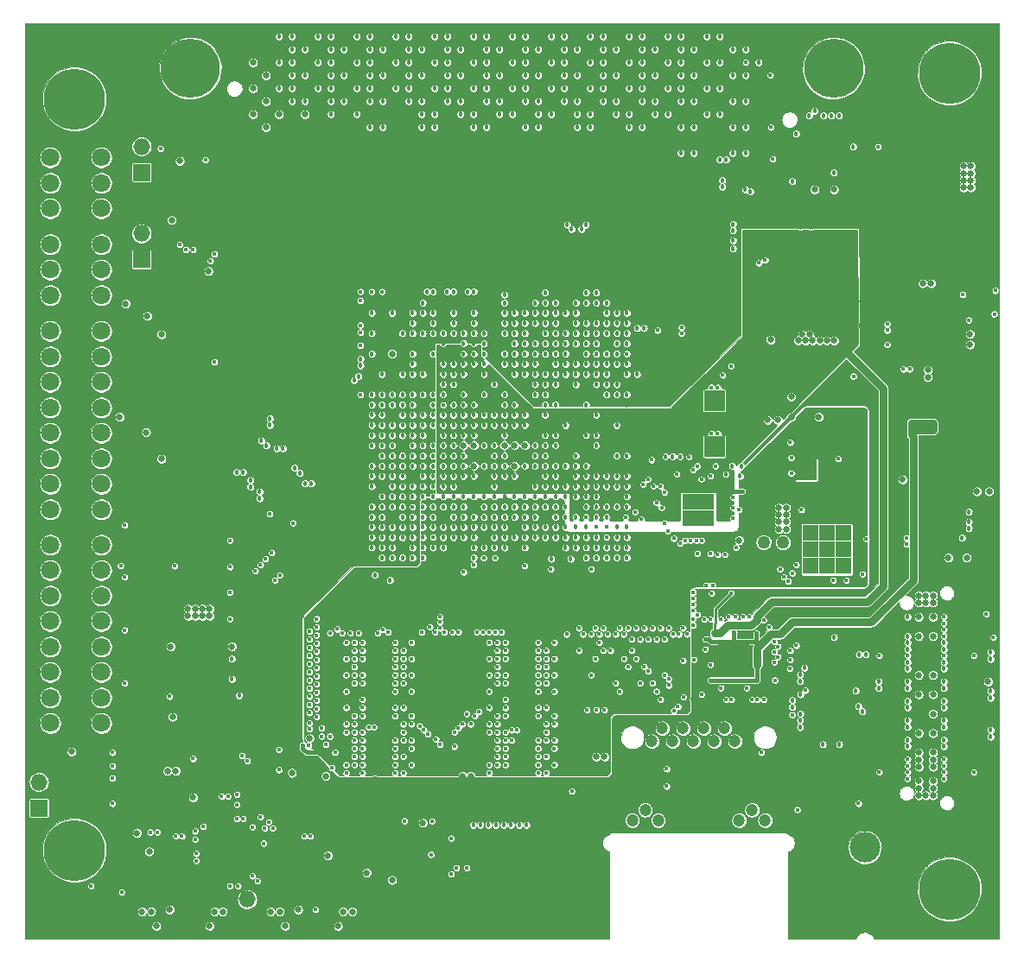
<source format=gbr>
G04 #@! TF.FileFunction,Copper,L6,Inr,Plane*
%FSLAX46Y46*%
G04 Gerber Fmt 4.6, Leading zero omitted, Abs format (unit mm)*
G04 Created by KiCad (PCBNEW (2016-08-02 BZR 7002)-product) date Mon Oct 17 13:50:07 2016*
%MOMM*%
%LPD*%
G01*
G04 APERTURE LIST*
%ADD10C,0.101600*%
%ADD11R,1.600000X1.600000*%
%ADD12C,1.200000*%
%ADD13O,1.200000X1.800000*%
%ADD14C,1.778000*%
%ADD15R,1.651000X1.651000*%
%ADD16O,1.651000X1.651000*%
%ADD17R,0.750000X0.900000*%
%ADD18R,1.080000X0.780000*%
%ADD19R,1.287500X1.287500*%
%ADD20R,1.000000X1.250000*%
%ADD21R,1.250000X1.250000*%
%ADD22R,1.000000X1.000000*%
%ADD23R,1.500000X1.500000*%
%ADD24R,0.800000X0.800000*%
%ADD25C,5.800000*%
%ADD26C,1.800000*%
%ADD27C,3.000000*%
%ADD28O,1.400000X2.600000*%
%ADD29O,4.000000X2.000000*%
%ADD30C,6.000000*%
%ADD31C,0.635000*%
%ADD32C,0.406400*%
%ADD33C,0.457200*%
%ADD34C,1.270000*%
%ADD35C,0.254000*%
%ADD36C,0.381000*%
%ADD37C,0.762000*%
G04 APERTURE END LIST*
D10*
D11*
X95400000Y-78700000D03*
X97000000Y-78700000D03*
X95400000Y-77100000D03*
X97000000Y-77100000D03*
D12*
X91661000Y-100596000D03*
X93693000Y-100596000D03*
X95725000Y-100596000D03*
X97757000Y-100596000D03*
X99789000Y-100596000D03*
X92677000Y-99326000D03*
X94709000Y-99326000D03*
X96741000Y-99326000D03*
X98773000Y-99326000D03*
X100805000Y-99326000D03*
X89723000Y-108346000D03*
X90993000Y-107326000D03*
X92263000Y-108346000D03*
X100203000Y-108346000D03*
X101473000Y-107326000D03*
X102743000Y-108346000D03*
D13*
X86148000Y-116156000D03*
X106318000Y-116156000D03*
D14*
X67500000Y-112700000D03*
X82000000Y-112700000D03*
X82600000Y-117650000D03*
X66900000Y-117650000D03*
D15*
X31600000Y-107140000D03*
D16*
X31600000Y-104600000D03*
X31600000Y-102060000D03*
D15*
X52000000Y-118640000D03*
D16*
X52000000Y-116100000D03*
D15*
X41656000Y-44831000D03*
D16*
X41656000Y-42291000D03*
D15*
X41656000Y-53340000D03*
D16*
X41656000Y-50800000D03*
D17*
X57925000Y-102700000D03*
X58675000Y-102700000D03*
D18*
X120580000Y-79937000D03*
X119500000Y-79937000D03*
X118420000Y-79937000D03*
X120580000Y-79157000D03*
X120580000Y-78377000D03*
X120580000Y-77597000D03*
X120580000Y-76817000D03*
X120580000Y-76037000D03*
X120580000Y-75257000D03*
X119500000Y-75257000D03*
X119500000Y-76037000D03*
X119500000Y-76817000D03*
X119500000Y-77597000D03*
X119500000Y-78377000D03*
X119500000Y-79157000D03*
X118420000Y-79157000D03*
X118420000Y-78377000D03*
X118420000Y-77597000D03*
X118420000Y-76817000D03*
X118420000Y-76037000D03*
X118420000Y-75257000D03*
D19*
X120631250Y-61931250D03*
X119343750Y-61931250D03*
X118056250Y-61931250D03*
X116768750Y-61931250D03*
X120631250Y-60643750D03*
X119343750Y-60643750D03*
X118056250Y-60643750D03*
X116768750Y-60643750D03*
X120631250Y-59356250D03*
X119343750Y-59356250D03*
X118056250Y-59356250D03*
X116768750Y-59356250D03*
X120631250Y-58068750D03*
X119343750Y-58068750D03*
X118056250Y-58068750D03*
X116768750Y-58068750D03*
D20*
X109720000Y-97506000D03*
X109720000Y-96256000D03*
X109720000Y-98756000D03*
X108720000Y-98756000D03*
X108720000Y-97506000D03*
X108720000Y-96256000D03*
X108720000Y-95006000D03*
X108720000Y-93756000D03*
X108720000Y-92506000D03*
X109720000Y-92506000D03*
X109720000Y-93756000D03*
X109720000Y-95006000D03*
D21*
X49050000Y-110250000D03*
X49050000Y-112750000D03*
X51550000Y-110250000D03*
X50300000Y-112750000D03*
X49050000Y-111500000D03*
X50300000Y-111500000D03*
X51550000Y-111500000D03*
X50300000Y-110250000D03*
X51550000Y-112750000D03*
D22*
X98300000Y-66700000D03*
X98300000Y-67700000D03*
X97300000Y-67700000D03*
X97300000Y-66700000D03*
X98300000Y-71200000D03*
X98300000Y-72200000D03*
X97300000Y-72200000D03*
X97300000Y-71200000D03*
X106300000Y-73500000D03*
X107300000Y-73500000D03*
X107300000Y-74500000D03*
X106300000Y-74500000D03*
D11*
X108800000Y-81800000D03*
X110400000Y-81800000D03*
X110400000Y-83400000D03*
X108800000Y-83400000D03*
X107200000Y-83400000D03*
X107200000Y-81800000D03*
X107200000Y-80200000D03*
X108800000Y-80200000D03*
X110400000Y-80200000D03*
D23*
X98945000Y-93333000D03*
X98945000Y-91833000D03*
X100445000Y-91833000D03*
X100445000Y-93333000D03*
D24*
X109385000Y-42837000D03*
X108585000Y-42837000D03*
X107785000Y-42837000D03*
X107785000Y-42037000D03*
X108585000Y-42037000D03*
X109385000Y-42037000D03*
X109385000Y-41237000D03*
X108585000Y-41237000D03*
X107785000Y-41237000D03*
D25*
X46454300Y-34616700D03*
X109455700Y-34616700D03*
D26*
X32719000Y-67865000D03*
X32719000Y-65365000D03*
X32719000Y-62865000D03*
X32719000Y-60365000D03*
X32719000Y-70365000D03*
X32719000Y-72865000D03*
X32719000Y-75365000D03*
X32719000Y-77865000D03*
X37719000Y-60365000D03*
X37719000Y-62865000D03*
X37719000Y-65365000D03*
X37719000Y-67865000D03*
X37719000Y-70365000D03*
X37719000Y-72865000D03*
X37719000Y-75365000D03*
X37719000Y-77865000D03*
X32719000Y-88820000D03*
X32719000Y-86320000D03*
X32719000Y-83820000D03*
X32719000Y-81320000D03*
X32719000Y-91320000D03*
X32719000Y-93820000D03*
X32719000Y-96320000D03*
X32719000Y-98820000D03*
X37719000Y-81320000D03*
X37719000Y-83820000D03*
X37719000Y-86320000D03*
X37719000Y-88820000D03*
X37719000Y-91320000D03*
X37719000Y-93820000D03*
X37719000Y-96320000D03*
X37719000Y-98820000D03*
X32719000Y-56856000D03*
X32719000Y-54356000D03*
X32719000Y-51856000D03*
X37719000Y-51856000D03*
X37719000Y-54356000D03*
X37719000Y-56856000D03*
X32719000Y-48347000D03*
X32719000Y-45847000D03*
X32719000Y-43347000D03*
X37719000Y-43347000D03*
X37719000Y-45847000D03*
X37719000Y-48347000D03*
D27*
X112522000Y-110998000D03*
D28*
X107772000Y-117498000D03*
X107772000Y-112798000D03*
X117272000Y-117498000D03*
X117272000Y-112798000D03*
D29*
X112522000Y-116998000D03*
D30*
X120810000Y-115090000D03*
X35080000Y-111280000D03*
X120810000Y-35080000D03*
X35080000Y-37620000D03*
D31*
X44700000Y-90200000D03*
D32*
X64500000Y-104200000D03*
X99900000Y-81600004D03*
X113500000Y-83400000D03*
X101300002Y-90000000D03*
X48800000Y-52000000D03*
D31*
X119400000Y-41800000D03*
X119400000Y-42500000D03*
X112500000Y-48100000D03*
X112500000Y-49300000D03*
D32*
X112100000Y-66200000D03*
D31*
X112300000Y-57500000D03*
X113600000Y-56500000D03*
X124700000Y-72400000D03*
X124700000Y-73100000D03*
X123500000Y-73100000D03*
X123500000Y-72400000D03*
X112200000Y-59800000D03*
D32*
X112400000Y-62400000D03*
X114400000Y-64800000D03*
X114400000Y-63200000D03*
D31*
X108000000Y-68800000D03*
X105300000Y-66800000D03*
X108000000Y-66800000D03*
D32*
X124800000Y-52800000D03*
X125200000Y-67200000D03*
X125200000Y-57900000D03*
X125200000Y-57200000D03*
X125200000Y-55600000D03*
X125200000Y-65100000D03*
X125200000Y-63300000D03*
D31*
X125300000Y-62500000D03*
X125300000Y-59500000D03*
D32*
X107315000Y-105029000D03*
D31*
X36000000Y-47500000D03*
X36000000Y-56000000D03*
D32*
X43600000Y-41200000D03*
X125349000Y-93599000D03*
X120269000Y-94107000D03*
X123189079Y-94107556D03*
X120269000Y-96012000D03*
X123190000Y-96012000D03*
X123190000Y-97917000D03*
X120269000Y-97917000D03*
X123190000Y-99822000D03*
X120269000Y-99822000D03*
X123190000Y-101727000D03*
X120269000Y-101727000D03*
X116713000Y-101727000D03*
X113919000Y-101727000D03*
X116713000Y-99822000D03*
X113919000Y-99822000D03*
D31*
X117221000Y-97917000D03*
D33*
X116713000Y-96012000D03*
X113919000Y-96012000D03*
X116713000Y-94107000D03*
X113919000Y-94107000D03*
D32*
X125100000Y-89800000D03*
D31*
X45000000Y-94700000D03*
X50500000Y-93600000D03*
D32*
X72800000Y-110100000D03*
D31*
X68199984Y-108600000D03*
D32*
X70699998Y-108400000D03*
X71500000Y-113000000D03*
X36700000Y-118500000D03*
X39100000Y-118500000D03*
D31*
X34800000Y-106700000D03*
X34800000Y-104200000D03*
X34800000Y-102900000D03*
X51300000Y-97900000D03*
D32*
X57100000Y-113100000D03*
X38800000Y-110600000D03*
D31*
X43100000Y-110700000D03*
X39000000Y-113900000D03*
X43100000Y-113700000D03*
D32*
X40300000Y-109000000D03*
X49734776Y-102126117D03*
D31*
X44200000Y-100100000D03*
X45000000Y-100100000D03*
X56300000Y-111500000D03*
X47000000Y-117100000D03*
X50300000Y-79500000D03*
D32*
X43500000Y-85200000D03*
X45900000Y-86000000D03*
X48700000Y-81500000D03*
X42000000Y-82000000D03*
X46000000Y-81500000D03*
X44900000Y-67600000D03*
X44900000Y-79400000D03*
X48700000Y-55200002D03*
X48800000Y-62600000D03*
D31*
X43400006Y-55200000D03*
X46600000Y-43700000D03*
D33*
X94400000Y-72700000D03*
D32*
X109400000Y-102100000D03*
X103700000Y-101400000D03*
X103900000Y-107300000D03*
X99100000Y-105000000D03*
X106300000Y-100100000D03*
D31*
X123200000Y-40400000D03*
X115000000Y-40400000D03*
X123200000Y-52000000D03*
X115000000Y-52000000D03*
X119500000Y-48500000D03*
X113700000Y-106700000D03*
X106200000Y-50100000D03*
X107200000Y-50100000D03*
X105300000Y-68800000D03*
X73900000Y-104000000D03*
X73100000Y-104000000D03*
D32*
X72300000Y-101100000D03*
X87000000Y-97500000D03*
X86200000Y-97500000D03*
D31*
X86200000Y-102100000D03*
X87000000Y-102100000D03*
D32*
X60600000Y-101700000D03*
X55100000Y-95200000D03*
X55100000Y-90000000D03*
X55100000Y-98400000D03*
X59300000Y-100100000D03*
D31*
X55900000Y-114100000D03*
X54600000Y-114100000D03*
D32*
X64500000Y-115000000D03*
D31*
X62100000Y-113500000D03*
X59600000Y-117100000D03*
D33*
X93000000Y-72700000D03*
X93700000Y-72700000D03*
D31*
X105800000Y-90400000D03*
X108500000Y-87800000D03*
X109400000Y-87800000D03*
X112100000Y-90400000D03*
X113100000Y-87800000D03*
D32*
X93800000Y-80700000D03*
X52400000Y-77300000D03*
D33*
X75200000Y-66600000D03*
X79200000Y-77600000D03*
X73200000Y-74600000D03*
D31*
X74200000Y-73600000D03*
X74200000Y-71600000D03*
D33*
X65200000Y-62600000D03*
X66200000Y-61600000D03*
D32*
X62500000Y-98900000D03*
D31*
X78200000Y-73600000D03*
D33*
X77200000Y-74600000D03*
D31*
X78200000Y-71600000D03*
D33*
X71200000Y-61600000D03*
X75200000Y-69600000D03*
X88200000Y-72600000D03*
X76200000Y-69600000D03*
X78200000Y-69600000D03*
X77200000Y-70600000D03*
X80200000Y-71600000D03*
D32*
X106300004Y-77900000D03*
D33*
X79000000Y-110400000D03*
X77500000Y-110400000D03*
X76000000Y-110400000D03*
X74500000Y-110400000D03*
D32*
X100200000Y-77900000D03*
X112300000Y-84200000D03*
X93300000Y-95100000D03*
X104267000Y-93472000D03*
X94742000Y-96266000D03*
X102616000Y-97790000D03*
X95631000Y-96520000D03*
X98425000Y-86106000D03*
D33*
X66200000Y-78600000D03*
X64200000Y-82600000D03*
X67200000Y-81600000D03*
X82200000Y-76600000D03*
X89200000Y-77600000D03*
X86200000Y-78600000D03*
X87200000Y-81600000D03*
X72200000Y-76600000D03*
D32*
X87600006Y-91700000D03*
X70200000Y-80600000D03*
D33*
X73200000Y-79600000D03*
X76200000Y-78600000D03*
X74200000Y-82600000D03*
X77200000Y-81600000D03*
X83200000Y-79600000D03*
X80200000Y-80600000D03*
X83700000Y-82700000D03*
D32*
X75700000Y-97300000D03*
X82100000Y-90900000D03*
X82100000Y-92500000D03*
X82100000Y-94100000D03*
X75700000Y-90900000D03*
X75700000Y-92500000D03*
X75700000Y-94100000D03*
X81300000Y-97300000D03*
X82100000Y-98900000D03*
X82100000Y-100500000D03*
X81300000Y-100500000D03*
X82100000Y-101300000D03*
X80500000Y-102900000D03*
X82100000Y-102900000D03*
X75700000Y-103700000D03*
X75700000Y-102900000D03*
X76500000Y-101300000D03*
X76500000Y-100500000D03*
X75700000Y-99700000D03*
X76500000Y-98900000D03*
X75700000Y-98900000D03*
X61700000Y-97300000D03*
X68100000Y-90900000D03*
X68100000Y-92500000D03*
X68100000Y-94100000D03*
X67300000Y-97300000D03*
X66500000Y-102900000D03*
X68100000Y-101300000D03*
X67300000Y-100500000D03*
X68100000Y-100500000D03*
X68100000Y-98900000D03*
X68100000Y-102900000D03*
X61700000Y-90900000D03*
X61700000Y-92500000D03*
X61700000Y-94100000D03*
X61700000Y-98900000D03*
X61700000Y-99700000D03*
X61700000Y-103700000D03*
X61700000Y-102900000D03*
X62500000Y-100500000D03*
X62500000Y-101300000D03*
D33*
X60198000Y-41656000D03*
X76200000Y-75600000D03*
X85200000Y-75600000D03*
X88200000Y-74600000D03*
X72200000Y-73600000D03*
X76200000Y-73600000D03*
X81200000Y-73600000D03*
X84200000Y-72600000D03*
X77200000Y-72600000D03*
X73200000Y-72600000D03*
X72200000Y-71600000D03*
X76200000Y-71600000D03*
X73200000Y-70600000D03*
X72200000Y-69600000D03*
X74200000Y-69600000D03*
X83200000Y-69600000D03*
X86200000Y-68600000D03*
X79200000Y-68600000D03*
X77200000Y-68600000D03*
X75200000Y-68600000D03*
X73200000Y-68600000D03*
X78200000Y-67600000D03*
X74200000Y-67600000D03*
X67200000Y-59600000D03*
X69200000Y-59600000D03*
X71200000Y-59600000D03*
X65200000Y-59600000D03*
X64200000Y-57600000D03*
X66200000Y-57600000D03*
X68200000Y-57600000D03*
X70200000Y-57600000D03*
X72200000Y-57600000D03*
X89200000Y-67600000D03*
X73200000Y-59600000D03*
X75200000Y-59600000D03*
X74200000Y-57600000D03*
X76199718Y-57600000D03*
X76200000Y-58600000D03*
X76199718Y-59600000D03*
X76199718Y-60600000D03*
X76200000Y-61600000D03*
X74200000Y-61600000D03*
X70200000Y-61600000D03*
X68200000Y-61600000D03*
X64200000Y-61600000D03*
X70200000Y-64600000D03*
X67200000Y-63600000D03*
X69200000Y-63600000D03*
X70200000Y-63600000D03*
X71200000Y-63600000D03*
X72200000Y-63600000D03*
X73200000Y-63600000D03*
X75200000Y-63600000D03*
X73200000Y-66600000D03*
X76200000Y-65600000D03*
X82200000Y-66600000D03*
X77200000Y-66600000D03*
X79200000Y-66600000D03*
X78200000Y-65600000D03*
X85200000Y-65600000D03*
X76200000Y-63600000D03*
X76200000Y-62600000D03*
X81200000Y-63600000D03*
X88200000Y-64600000D03*
X87200000Y-61600000D03*
X84200000Y-62600000D03*
X77200000Y-61600000D03*
X80200000Y-60600000D03*
X83200000Y-59600000D03*
X86200000Y-58600000D03*
X89200000Y-57600000D03*
X79200000Y-57600000D03*
X70200000Y-65600000D03*
X69200000Y-65600000D03*
X68200000Y-65600000D03*
X67200000Y-65600000D03*
X66200000Y-65600000D03*
X65200000Y-65600000D03*
X64200000Y-65600000D03*
X68200000Y-74600000D03*
X69200000Y-77600000D03*
X65200000Y-75600000D03*
X70200000Y-70600000D03*
X64200000Y-72600000D03*
X67200000Y-71600000D03*
X69200000Y-67600000D03*
X66200000Y-68600000D03*
X98298000Y-40386000D03*
X86868000Y-42926000D03*
X88138000Y-42926000D03*
X61468000Y-42926000D03*
X93218000Y-32766000D03*
X53848000Y-31496000D03*
X57658000Y-31496000D03*
X61468000Y-31496000D03*
X65278000Y-31496000D03*
X69088000Y-31496000D03*
X72898000Y-31496000D03*
X76708000Y-31496000D03*
X80518000Y-31496000D03*
X84328000Y-31496000D03*
X88138000Y-31496000D03*
X91948000Y-31496000D03*
X95758000Y-31496000D03*
X52578000Y-42926000D03*
X56388000Y-42926000D03*
X57658000Y-42926000D03*
X62738000Y-42926000D03*
X66548000Y-42926000D03*
X67818000Y-42926000D03*
X71628000Y-42926000D03*
X72898000Y-42926000D03*
X76708000Y-42926000D03*
X77978000Y-42926000D03*
X83058000Y-42926000D03*
X91948000Y-42926000D03*
X93218000Y-42926000D03*
X97028000Y-42926000D03*
X98298000Y-42926000D03*
X102108000Y-42926000D03*
X100838000Y-41656000D03*
X99568000Y-41656000D03*
X95758000Y-41656000D03*
X94488000Y-41656000D03*
X90678000Y-41656000D03*
X89408000Y-41656000D03*
X85598000Y-41656000D03*
X84328000Y-41656000D03*
X80518000Y-41656000D03*
X79248000Y-41656000D03*
X75438000Y-41656000D03*
X74168000Y-41656000D03*
X70358000Y-41656000D03*
X69088000Y-41656000D03*
X65278000Y-41656000D03*
X64008000Y-41656000D03*
X58928000Y-41656000D03*
X55118000Y-41656000D03*
X53848000Y-41656000D03*
X52578000Y-40386000D03*
X55118000Y-40386000D03*
X57658000Y-40386000D03*
X60198000Y-40386000D03*
X61468000Y-40386000D03*
X62738000Y-40386000D03*
X66548000Y-40386000D03*
X67818000Y-40386000D03*
X71628000Y-40386000D03*
X72898000Y-40386000D03*
X76708000Y-40386000D03*
X77978000Y-40386000D03*
X81788000Y-40386000D03*
X83058000Y-40386000D03*
X86868000Y-40386000D03*
X88138000Y-40386000D03*
X91948000Y-40386000D03*
X93218000Y-40386000D03*
X97028000Y-40386000D03*
X102108000Y-40386000D03*
X100838000Y-39116000D03*
X99568000Y-39116000D03*
X95758000Y-39116000D03*
X94488000Y-39116000D03*
X90678000Y-39116000D03*
X86868000Y-39116000D03*
X83058000Y-39116000D03*
X79248000Y-39116000D03*
X75438000Y-39116000D03*
X71628000Y-39116000D03*
X67818000Y-39116000D03*
X58928000Y-39116000D03*
X56388000Y-39116000D03*
X53848000Y-39116000D03*
X52578000Y-37846000D03*
X55118000Y-37846000D03*
X58928000Y-37846000D03*
X62738000Y-37846000D03*
X66548000Y-37846000D03*
X70358000Y-37846000D03*
X74168000Y-37846000D03*
X77978000Y-37846000D03*
X81788000Y-37846000D03*
X85598000Y-37846000D03*
X89408000Y-37846000D03*
X93218000Y-37846000D03*
X97028000Y-37846000D03*
X98298000Y-37846000D03*
X102108000Y-37846000D03*
X100838000Y-36576000D03*
X99568000Y-36576000D03*
X95758000Y-36576000D03*
X84328000Y-36576000D03*
X80518000Y-36576000D03*
X76708000Y-36576000D03*
X72898000Y-36576000D03*
X69088000Y-36576000D03*
X65278000Y-36576000D03*
X61468000Y-36576000D03*
X57658000Y-36576000D03*
X53848000Y-36576000D03*
X52578000Y-35306000D03*
X55118000Y-35306000D03*
X58928000Y-35306000D03*
X62738000Y-35306000D03*
X66548000Y-35306000D03*
X70358000Y-35306000D03*
X74168000Y-35306000D03*
X77978000Y-35306000D03*
X81788000Y-35306000D03*
X85598000Y-35306000D03*
X89408000Y-35306000D03*
X93218000Y-35306000D03*
X88138000Y-36576000D03*
X91948000Y-36576000D03*
X97028000Y-35306000D03*
X98298000Y-35306000D03*
X102108000Y-35306000D03*
X99568000Y-34036000D03*
X95758000Y-34036000D03*
X91948000Y-34036000D03*
X88138000Y-34036000D03*
X84328000Y-34036000D03*
X80518000Y-34036000D03*
X76708000Y-34036000D03*
X72898000Y-34036000D03*
X69088000Y-34036000D03*
X65278000Y-34036000D03*
X61468000Y-34036000D03*
X57658000Y-34036000D03*
X53848000Y-34036000D03*
X52578000Y-32766000D03*
X55118000Y-32766000D03*
X58928000Y-32766000D03*
X62738000Y-32766000D03*
X66548000Y-32766000D03*
X70358000Y-32766000D03*
X74168000Y-32766000D03*
X77978000Y-32766000D03*
X81788000Y-32766000D03*
X85598000Y-32766000D03*
X89408000Y-32766000D03*
X97028000Y-32766000D03*
X98298000Y-32766000D03*
X102108000Y-32766000D03*
X100838000Y-31496000D03*
X99568000Y-31496000D03*
X77200000Y-69600000D03*
D31*
X44600000Y-49500000D03*
X42400000Y-111400000D03*
X112100000Y-68400000D03*
X111400000Y-68400000D03*
X112100000Y-70500000D03*
X112100000Y-69800000D03*
X112100000Y-69100000D03*
X111400000Y-70500000D03*
X111400000Y-69800000D03*
X111400000Y-69100000D03*
D32*
X122100000Y-56800000D03*
D31*
X73900000Y-102800000D03*
X73100000Y-102800000D03*
X86200000Y-100900000D03*
X87000000Y-100900000D03*
D32*
X57400000Y-101000000D03*
D33*
X74200000Y-77600000D03*
X77200000Y-76600000D03*
D32*
X71200000Y-78600000D03*
D33*
X75200000Y-80600000D03*
X81200000Y-78600000D03*
X78200000Y-79600000D03*
X72200000Y-81600000D03*
X79200000Y-82700000D03*
X82200000Y-81600000D03*
D32*
X76500000Y-95700000D03*
X82100000Y-91700000D03*
X82100000Y-93300000D03*
X81300000Y-95700000D03*
X75700000Y-91700000D03*
X75700000Y-93300000D03*
X81300000Y-98100000D03*
X82100000Y-99700000D03*
X81300000Y-101300000D03*
X82100000Y-102100000D03*
X81300000Y-102900000D03*
X82100000Y-103700000D03*
X76500000Y-103700000D03*
X75700000Y-102100000D03*
X75700000Y-101300000D03*
X75700000Y-100500000D03*
X77300000Y-98900000D03*
X75700000Y-98100000D03*
X62500000Y-95700000D03*
X68100000Y-91700000D03*
X68100000Y-93300000D03*
X67300000Y-95700000D03*
X67300000Y-101300000D03*
X68100000Y-99700000D03*
X67300000Y-98100000D03*
X67300000Y-102900000D03*
X68100000Y-102100000D03*
X68100000Y-103700000D03*
X61700000Y-91700000D03*
X61700000Y-93300000D03*
X63300000Y-98900000D03*
X62500000Y-103700000D03*
X61700000Y-102100000D03*
X61700000Y-98100000D03*
X61700000Y-101300000D03*
X61700000Y-100500000D03*
D31*
X58100000Y-100300000D03*
D32*
X60300000Y-103200000D03*
X76500000Y-94100000D03*
X82100000Y-98100000D03*
X68100000Y-98100000D03*
X62500000Y-94100000D03*
D33*
X78200000Y-77600000D03*
X80200000Y-77600000D03*
D31*
X124700000Y-76100000D03*
X123500000Y-76100000D03*
X122500000Y-82600000D03*
X120700000Y-82600000D03*
X119200004Y-105900004D03*
X119200000Y-105200000D03*
X119200000Y-104500000D03*
X119200004Y-103100000D03*
X119200000Y-102400000D03*
X119200000Y-101700000D03*
X119200002Y-99800000D03*
X119200000Y-97900000D03*
X119200000Y-96000000D03*
X119200000Y-94100000D03*
X119200000Y-90300000D03*
X119199996Y-88400000D03*
X119200000Y-87000000D03*
X119200000Y-86300000D03*
X118500000Y-86300000D03*
X117800000Y-86300000D03*
X118500000Y-87000000D03*
X117800000Y-87000000D03*
X118500000Y-105900018D03*
X117800000Y-105900000D03*
X117800000Y-105200000D03*
X117800000Y-104500000D03*
X117800000Y-103100000D03*
X117800000Y-102400000D03*
X117800000Y-101700000D03*
X117800000Y-99800000D03*
X117800000Y-88400000D03*
X117800000Y-90300000D03*
X117800000Y-94100000D03*
X117800000Y-96000000D03*
X118700000Y-64900000D03*
X118700000Y-64200000D03*
X119000000Y-55700000D03*
X118200000Y-55700000D03*
X122800004Y-61700000D03*
X124587000Y-94742006D03*
D32*
X72000000Y-110100000D03*
D31*
X69200004Y-108600000D03*
X44200000Y-103500000D03*
X45000000Y-103500000D03*
D32*
X93100000Y-103300000D03*
D31*
X66200000Y-114200000D03*
D32*
X116586000Y-81280000D03*
D33*
X122700000Y-78100000D03*
D31*
X59700000Y-104000000D03*
X100200000Y-80900000D03*
X122900000Y-46300000D03*
X122900000Y-45600000D03*
X122900000Y-44900000D03*
X122900000Y-44200000D03*
X122200000Y-44200000D03*
X122200000Y-44900000D03*
X122200000Y-45600000D03*
X122200000Y-46300000D03*
D32*
X98600000Y-64700000D03*
X112649000Y-80772000D03*
X124400000Y-88100000D03*
D31*
X46700000Y-106100000D03*
X44500000Y-91300000D03*
X44700000Y-98200000D03*
X48200000Y-54500000D03*
X34800000Y-101600000D03*
X41200000Y-109600000D03*
D32*
X53600000Y-110600000D03*
X44900000Y-83408802D03*
X39600000Y-83400000D03*
D31*
X45400000Y-43700000D03*
D32*
X105900000Y-107300000D03*
X103649802Y-92837000D03*
D33*
X109500000Y-90392800D03*
X106600000Y-93400000D03*
X106200000Y-96000000D03*
X106200000Y-97900000D03*
X108400000Y-100900000D03*
X110000000Y-100900000D03*
D32*
X98100000Y-65895182D03*
X98100000Y-70395180D03*
X50300000Y-114800000D03*
X58000000Y-101000000D03*
D31*
X56400000Y-103700000D03*
D32*
X92200000Y-60300000D03*
X105300000Y-72800000D03*
X96500000Y-80900000D03*
X96000000Y-80900000D03*
X110700000Y-84800000D03*
X94700000Y-92700000D03*
D33*
X109474000Y-44831000D03*
X111378996Y-42291000D03*
X89200000Y-82600000D03*
X88200000Y-79600000D03*
X85200000Y-80600000D03*
X72200000Y-70600000D03*
X72200000Y-68600000D03*
X111633000Y-95631000D03*
X73200000Y-64600000D03*
X72200000Y-64600000D03*
X71200000Y-64600000D03*
X74200000Y-63600000D03*
X62738000Y-39116000D03*
D31*
X57658000Y-39116000D03*
X55118000Y-39116000D03*
X53848000Y-40386000D03*
X52578000Y-39116000D03*
X116205000Y-74930000D03*
X103300000Y-61200000D03*
X103000000Y-69100000D03*
X104000000Y-69100000D03*
D34*
X104500000Y-81100000D03*
X102600000Y-81100002D03*
D31*
X104800000Y-77700000D03*
X104800000Y-78400000D03*
X104800000Y-79100000D03*
X104817400Y-79800000D03*
X104100000Y-79800000D03*
X104100000Y-79100000D03*
X104100000Y-78400000D03*
X104100000Y-77700000D03*
X73200000Y-71600000D03*
X66200000Y-62600000D03*
X79200000Y-71600000D03*
X77200000Y-71600000D03*
D33*
X76200000Y-68600000D03*
X79200000Y-73600000D03*
X80200000Y-66600000D03*
X76200000Y-74600000D03*
X74200000Y-74600000D03*
X73200000Y-73600000D03*
X75200000Y-73600000D03*
X77200000Y-73600000D03*
X76200000Y-72600000D03*
X72200000Y-72600000D03*
X75200000Y-71600000D03*
X74200000Y-70600000D03*
X73200000Y-69600000D03*
X79200000Y-69600000D03*
X78200000Y-68600000D03*
X74200000Y-68600000D03*
X77200000Y-67600000D03*
X73200000Y-67600000D03*
X69200000Y-60600000D03*
X73200000Y-60600000D03*
X75200000Y-60600000D03*
X68200000Y-62600000D03*
X70200000Y-62600000D03*
X74200000Y-62600000D03*
X69200000Y-64600000D03*
X65200000Y-64600000D03*
X67200000Y-64600000D03*
D32*
X96900000Y-90600000D03*
X97400000Y-94600000D03*
X101900000Y-90000000D03*
X99700000Y-89900000D03*
D31*
X117100000Y-69400000D03*
X117800000Y-69400000D03*
X118500000Y-69400000D03*
X117100000Y-70100000D03*
X117800000Y-70100000D03*
X118500000Y-70100000D03*
X119200000Y-69400000D03*
X119200000Y-70100000D03*
D33*
X64200000Y-60600000D03*
D31*
X101981000Y-93091000D03*
D32*
X101981000Y-94615000D03*
D33*
X64200000Y-58600000D03*
X71200000Y-60600000D03*
X67200000Y-60600000D03*
X70200000Y-58600000D03*
X68200000Y-58600000D03*
X66200000Y-58600000D03*
X72200000Y-58600000D03*
X74200000Y-58600000D03*
X64200000Y-62600000D03*
X68200000Y-63600000D03*
D32*
X105400000Y-98000000D03*
X105300000Y-74300000D03*
X101000000Y-72100000D03*
D31*
X110600000Y-51100000D03*
X111300000Y-51100000D03*
X111300000Y-51800000D03*
X111300000Y-52500000D03*
X111300000Y-53200000D03*
X111300000Y-53900000D03*
X110600000Y-53900000D03*
D32*
X116900000Y-64100000D03*
D33*
X75200000Y-74600000D03*
X79200000Y-74600000D03*
X75200000Y-65600000D03*
X76200000Y-64600000D03*
X71200000Y-62600000D03*
D32*
X99400000Y-86100000D03*
X100500006Y-76100000D03*
X99300000Y-78200000D03*
X99300000Y-76000000D03*
X99300000Y-77200000D03*
X94000000Y-75500000D03*
X93100000Y-77400000D03*
X93100000Y-78600000D03*
D31*
X97790000Y-89997898D03*
D33*
X107600000Y-38800000D03*
X87200000Y-76600000D03*
X84200000Y-77600000D03*
X73200000Y-75600000D03*
X77200000Y-75600000D03*
X83200000Y-74600000D03*
X80200000Y-74600000D03*
X86200000Y-73600000D03*
X72200000Y-66600000D03*
X73200000Y-65600000D03*
X74200000Y-66600000D03*
X76200000Y-66600000D03*
X78200000Y-66600000D03*
X78200000Y-70600000D03*
D32*
X55100000Y-103400000D03*
D31*
X48300000Y-87600000D03*
X47600000Y-87600000D03*
X46900000Y-87600000D03*
X46200000Y-87600000D03*
X46200000Y-88300000D03*
X48300000Y-88300000D03*
X47600000Y-88300000D03*
X46900000Y-88300000D03*
X50500000Y-91300000D03*
D33*
X65200000Y-80600000D03*
X68200000Y-79600000D03*
X69200000Y-82600000D03*
X70200000Y-75600000D03*
X64200000Y-77600000D03*
X67200000Y-76600000D03*
X69200000Y-72600000D03*
X66200000Y-73600000D03*
X65200000Y-70600000D03*
X68200000Y-69600000D03*
X67200000Y-66600000D03*
X64200000Y-67600000D03*
D31*
X53848000Y-35306000D03*
X53848000Y-37846000D03*
X52578000Y-36576000D03*
X52578000Y-34036000D03*
D32*
X125200000Y-58700000D03*
X114700000Y-61700000D03*
D31*
X122800000Y-60677697D03*
D33*
X69200000Y-58600000D03*
X105410000Y-97231200D03*
X69200000Y-57600000D03*
X105410000Y-96570800D03*
D31*
X44400000Y-117100000D03*
X107100000Y-60700000D03*
X106400000Y-60700000D03*
X109500004Y-61300000D03*
X108800000Y-61300000D03*
X108100000Y-61300000D03*
X107400000Y-61300000D03*
X106700000Y-61300000D03*
X106000002Y-61300000D03*
D32*
X97500000Y-65895188D03*
X97506444Y-70395183D03*
X89200000Y-62600000D03*
D33*
X85200000Y-67600000D03*
X89200000Y-72600000D03*
X82200000Y-71600000D03*
X85200000Y-70600000D03*
X88200000Y-69600000D03*
X81200000Y-68600000D03*
X87200000Y-66600000D03*
X80200000Y-65600000D03*
X83200000Y-64600000D03*
X79200000Y-62600000D03*
X86200000Y-63600000D03*
X82200000Y-61600000D03*
X85200000Y-60600000D03*
X81200000Y-58600000D03*
X88200000Y-59600000D03*
X84200000Y-57600000D03*
X78200000Y-59600000D03*
X82200000Y-74600000D03*
D31*
X57000000Y-117100000D03*
D32*
X96100000Y-82200000D03*
X96520000Y-96012000D03*
X102616000Y-96520000D03*
X98425000Y-95377000D03*
X100965000Y-95377000D03*
X97409000Y-93091000D03*
D33*
X98298000Y-43561000D03*
X97028000Y-39116000D03*
D32*
X94550000Y-60000000D03*
D33*
X75200000Y-61600000D03*
X98933000Y-43561000D03*
X98298000Y-39116000D03*
X75200000Y-62600000D03*
D32*
X94550000Y-60600000D03*
X68200000Y-77600000D03*
X73500000Y-113000000D03*
D33*
X64200000Y-75600000D03*
X102108000Y-34036000D03*
D32*
X114700000Y-60300000D03*
X105200000Y-71300000D03*
X98100000Y-82300000D03*
X72000000Y-113600000D03*
X43200000Y-109500000D03*
X51500000Y-102000000D03*
X51000000Y-108200000D03*
D33*
X88200000Y-81600000D03*
D32*
X114700000Y-59700000D03*
X109900000Y-72900000D03*
X98800000Y-82300000D03*
X72500000Y-113000002D03*
X42500000Y-109500000D03*
X52000000Y-102500000D03*
X51600000Y-108200000D03*
D33*
X89200000Y-79600000D03*
D32*
X99400000Y-63800000D03*
X89096756Y-78603244D03*
D33*
X60198000Y-39116000D03*
D32*
X103300000Y-40400000D03*
X99600000Y-78700000D03*
X90800000Y-75400000D03*
D33*
X85200000Y-82600000D03*
D32*
X97400000Y-82200000D03*
X58700000Y-117100000D03*
X95758000Y-92583006D03*
X97000000Y-85300000D03*
D33*
X85200000Y-79600000D03*
D31*
X49600000Y-117300000D03*
X48800000Y-117300000D03*
X48300000Y-118700000D03*
X43100000Y-118700000D03*
X41700000Y-117300000D03*
X42600000Y-117300000D03*
X63700000Y-113500000D03*
X55200000Y-117300000D03*
X54300000Y-117300000D03*
X55700000Y-118700000D03*
X60899986Y-118700000D03*
X61400000Y-117300000D03*
X62300000Y-117300000D03*
D32*
X116713000Y-104267000D03*
X123190000Y-103632000D03*
X120269000Y-103632000D03*
X113919000Y-103632000D03*
X116713000Y-103632000D03*
X116713000Y-102997000D03*
X116713000Y-102362000D03*
D33*
X120269000Y-101092000D03*
X116713000Y-101092000D03*
X120269000Y-100457000D03*
X116713000Y-100457000D03*
X112268000Y-97663000D03*
X111887000Y-97155000D03*
X120269000Y-97282000D03*
X116713000Y-97282000D03*
X120269000Y-96647000D03*
X116713000Y-96647000D03*
X113871798Y-95377000D03*
X113871776Y-94742000D03*
X120269000Y-93472000D03*
X116713000Y-93472000D03*
X120269000Y-92837000D03*
X116713000Y-92837000D03*
X112606278Y-92067004D03*
X111945878Y-92067004D03*
X116713000Y-90297000D03*
X116713000Y-88392000D03*
D32*
X120269000Y-102997000D03*
X120269000Y-104267000D03*
X120269000Y-102362000D03*
X120269000Y-90297000D03*
D33*
X120269000Y-90932000D03*
X116713000Y-90932000D03*
D32*
X105800000Y-91200000D03*
X102100000Y-53700000D03*
X120269000Y-89026998D03*
X100838000Y-34036000D03*
X91800000Y-75600000D03*
D33*
X65278000Y-40386000D03*
D32*
X86200000Y-79600000D03*
X120269000Y-88391992D03*
X105200000Y-91700000D03*
X102752255Y-53431700D03*
X120269000Y-89662015D03*
X103251000Y-35306000D03*
X92500000Y-75600000D03*
D33*
X64008000Y-40386000D03*
D32*
X87200000Y-80600000D03*
D33*
X120269000Y-98552000D03*
X116713000Y-98552000D03*
X124841000Y-99491800D03*
X124841000Y-100152200D03*
X120269000Y-99187000D03*
X116713000Y-99187000D03*
X124841000Y-96342200D03*
X120269000Y-94742000D03*
X116713000Y-94742000D03*
X120269000Y-95377000D03*
X116713000Y-95377000D03*
X124841000Y-95681800D03*
X124841000Y-92532200D03*
X124841000Y-91871800D03*
X120269000Y-91567000D03*
X116713000Y-91567000D03*
D32*
X70000000Y-111700000D03*
D33*
X68200000Y-82600000D03*
X79355600Y-108800000D03*
X74144400Y-108800000D03*
X69200000Y-79600000D03*
X74855600Y-108800000D03*
X69200000Y-78600000D03*
X68200000Y-80600000D03*
X75644400Y-108800000D03*
X69200000Y-80600000D03*
X76355600Y-108800000D03*
X68200000Y-81600000D03*
X77144400Y-108800000D03*
X69200000Y-81600000D03*
X77855600Y-108800000D03*
X67200000Y-82600000D03*
X78644400Y-108800000D03*
D32*
X125300000Y-56400000D03*
X122700000Y-59300000D03*
X93200000Y-80000000D03*
X87200000Y-79600000D03*
D33*
X99600000Y-49900000D03*
X100838000Y-42926000D03*
X71600000Y-56500000D03*
X72200000Y-60600000D03*
X100838000Y-37846000D03*
X87200000Y-64600000D03*
X99600000Y-50500000D03*
X72200000Y-56500000D03*
X72200000Y-59600000D03*
X99568000Y-42926000D03*
X99568000Y-37846000D03*
X87200000Y-63600000D03*
X86200000Y-62600000D03*
X98298000Y-36576000D03*
X87200000Y-62600000D03*
X97028000Y-36576000D03*
X99600000Y-51500000D03*
X73600000Y-56500000D03*
X74200000Y-60600000D03*
X95758000Y-40386000D03*
X100800000Y-46500000D03*
X95758000Y-42926000D03*
X69600000Y-56500000D03*
X70200000Y-60600000D03*
X95758000Y-37846000D03*
X81200000Y-67600000D03*
X62900000Y-64800000D03*
X67200000Y-68600000D03*
X95758000Y-35306000D03*
X95758000Y-32766000D03*
X83200000Y-60600000D03*
X99600000Y-52300000D03*
X74200000Y-56500000D03*
X74200000Y-59600000D03*
X94488000Y-40386000D03*
X101318835Y-46707534D03*
X94488000Y-42926000D03*
X70200000Y-56500000D03*
X70200000Y-59600000D03*
X94488000Y-37846000D03*
X82200000Y-67600000D03*
X94488000Y-36576000D03*
X85200000Y-57600000D03*
X62500000Y-65200000D03*
X66200000Y-67600000D03*
X94488000Y-35306000D03*
X94488000Y-34036000D03*
X70200000Y-66600000D03*
X94488000Y-32766000D03*
X84200000Y-60600000D03*
X94488000Y-31496000D03*
X83200000Y-58600000D03*
X63098350Y-63119000D03*
X67200000Y-69600000D03*
X93218000Y-39116000D03*
X93218000Y-36576000D03*
X85200000Y-56600000D03*
X93218000Y-34036000D03*
X69200000Y-66600000D03*
X93218000Y-31496000D03*
X84200000Y-58600000D03*
X63098350Y-63754000D03*
X66200000Y-69600000D03*
X91948000Y-39116000D03*
X91948000Y-37846000D03*
X88200000Y-66600000D03*
X91948000Y-35306000D03*
X68200000Y-67600000D03*
X91948000Y-32766000D03*
X81200000Y-64600000D03*
X90678000Y-40386000D03*
X65200000Y-66600000D03*
X90678000Y-37846000D03*
X89200000Y-66600000D03*
X87200000Y-65600000D03*
X90678000Y-36576000D03*
X90678000Y-35306000D03*
X68200000Y-66600000D03*
X90678000Y-34036000D03*
X70200000Y-68600000D03*
X90678000Y-32766000D03*
X82200000Y-64600000D03*
X90678000Y-31496000D03*
X86200000Y-65600000D03*
X89408000Y-40386000D03*
X66200000Y-66600000D03*
X89408000Y-39116000D03*
X65200000Y-67600000D03*
X88200000Y-65600000D03*
X89408000Y-36576000D03*
X89408000Y-34036000D03*
X70200000Y-67600000D03*
X89408000Y-31496000D03*
X86200000Y-64600000D03*
X88138000Y-39116000D03*
X64200000Y-66600000D03*
X81200000Y-66600000D03*
X88138000Y-37846000D03*
X88138000Y-35306000D03*
X69200000Y-69600000D03*
X84200000Y-65600000D03*
X88138000Y-32766000D03*
X81200000Y-65600000D03*
X86868000Y-37846000D03*
X90200000Y-64600000D03*
X86868000Y-36576000D03*
X86868000Y-35306000D03*
X69200000Y-68600000D03*
X86868000Y-34036000D03*
X71200000Y-69600000D03*
X85200000Y-64600000D03*
X86868000Y-32766000D03*
X86868000Y-31496000D03*
X88200000Y-63600000D03*
X83347780Y-49946780D03*
X85181220Y-49946780D03*
X85598000Y-40386000D03*
X69200000Y-71600000D03*
X85598000Y-39116000D03*
X68200000Y-68600000D03*
X89200000Y-64600000D03*
X85598000Y-36576000D03*
X85598000Y-34036000D03*
X70200000Y-69600000D03*
X89200000Y-63600000D03*
X85598000Y-31496000D03*
X83784220Y-50383220D03*
X84744780Y-50383220D03*
X69200000Y-70600000D03*
X84328000Y-40386000D03*
X84328000Y-39116000D03*
X67200000Y-67600000D03*
X80200000Y-64600000D03*
X84328000Y-37846000D03*
X71200000Y-72600000D03*
X84328000Y-35306000D03*
X88200000Y-62600000D03*
X84328000Y-32766000D03*
X80200000Y-63600000D03*
X83058000Y-37846000D03*
X78200000Y-64600000D03*
X83058000Y-36576000D03*
X71200000Y-71600000D03*
X83058000Y-35306000D03*
X83058000Y-34036000D03*
X70200000Y-73600000D03*
X89200000Y-61600000D03*
X83058000Y-32766000D03*
X90866704Y-60090600D03*
X79200000Y-61600000D03*
X83058000Y-31496000D03*
X81788000Y-39116000D03*
X65200000Y-68600000D03*
X79200000Y-64600000D03*
X81788000Y-36576000D03*
X81788000Y-34036000D03*
X69200000Y-73600000D03*
X90219004Y-60090600D03*
X79200000Y-60600000D03*
X81788000Y-31496000D03*
X80518000Y-40386000D03*
X65200000Y-69600000D03*
X80518000Y-39116000D03*
X64200000Y-68600000D03*
X80518000Y-37846000D03*
X88200000Y-58600000D03*
X80518000Y-35306000D03*
X70200000Y-74600000D03*
X88200000Y-61600000D03*
X80518000Y-32766000D03*
X79248000Y-40386000D03*
X64200000Y-69600000D03*
X79248000Y-37846000D03*
X89200000Y-58600000D03*
X89200000Y-60600000D03*
X79248000Y-36576000D03*
X79248000Y-35306000D03*
X69200000Y-74600000D03*
X79248000Y-34036000D03*
X71200000Y-74600000D03*
X88200000Y-60600000D03*
X79248000Y-32766000D03*
X87200000Y-60600000D03*
X79248000Y-31496000D03*
X54241700Y-68961000D03*
X77978000Y-39116000D03*
X66200000Y-76600000D03*
X89200000Y-59600000D03*
X77978000Y-36576000D03*
X77978000Y-34036000D03*
X71200000Y-75600000D03*
X87200000Y-59600000D03*
X77978000Y-31496000D03*
X54229000Y-69596000D03*
X76708000Y-39116000D03*
X66200000Y-77600000D03*
X76708000Y-37846000D03*
X87200000Y-58600000D03*
X76708000Y-35306000D03*
X64200000Y-71600000D03*
X86200000Y-60600000D03*
X76708000Y-32766000D03*
X67200000Y-79600000D03*
X53900000Y-71600000D03*
X75438000Y-40386000D03*
X75438000Y-37846000D03*
X87200000Y-57600000D03*
X86200000Y-57600000D03*
X75438000Y-36576000D03*
X75438000Y-35306000D03*
X64200000Y-70600000D03*
X75438000Y-34036000D03*
X70200000Y-72600000D03*
X86200000Y-59600000D03*
X75438000Y-32766000D03*
X75438000Y-31496000D03*
X85200000Y-62600000D03*
X67200000Y-80600000D03*
X53385082Y-71114918D03*
X74168000Y-40386000D03*
X74168000Y-39116000D03*
X68200000Y-73600000D03*
X86200000Y-56600000D03*
X74168000Y-36576000D03*
X74168000Y-34036000D03*
X70200000Y-71600000D03*
X74168000Y-31496000D03*
X86200000Y-61600000D03*
X72898000Y-39116000D03*
X68200000Y-72600000D03*
X72898000Y-37846000D03*
X84200000Y-59600000D03*
X72897992Y-35306000D03*
X71200000Y-76600000D03*
X72898000Y-32766000D03*
X84200000Y-61600000D03*
X71628000Y-37846000D03*
X85200000Y-59600000D03*
X83200000Y-62600000D03*
X71628000Y-36576000D03*
X71628000Y-35306000D03*
X70200000Y-76600000D03*
X71628000Y-34036000D03*
X65200000Y-76600000D03*
X71628000Y-32766000D03*
X85200000Y-61600000D03*
X71628000Y-31496000D03*
X84200000Y-64600000D03*
X98552000Y-46228000D03*
X100838000Y-40386000D03*
X70358000Y-40386000D03*
X65200000Y-74600000D03*
X70358000Y-39116000D03*
X67200000Y-77600000D03*
X83200000Y-61600000D03*
X70358000Y-36576000D03*
X70358000Y-34036000D03*
X65200000Y-77600000D03*
X70358000Y-31496000D03*
X85200000Y-63600000D03*
X98552000Y-45593000D03*
X99568000Y-40386000D03*
X69088000Y-40386000D03*
X64200000Y-74600000D03*
X69088000Y-39116000D03*
X67200000Y-78600000D03*
X82200000Y-60600000D03*
X69088000Y-37846000D03*
X51608918Y-74222640D03*
X67200000Y-73600000D03*
X69088000Y-35306000D03*
X82200000Y-63600000D03*
X69088000Y-32766000D03*
X82200000Y-59600000D03*
X67818000Y-37846000D03*
X67818000Y-36576000D03*
X82200000Y-58600000D03*
X50961218Y-74222640D03*
X67200000Y-72600000D03*
X67818000Y-35306000D03*
X69200000Y-75600000D03*
X67818000Y-34036000D03*
X82200000Y-62600000D03*
X67818000Y-32766000D03*
X81200000Y-60600000D03*
X67818000Y-31496000D03*
D32*
X38800000Y-103000000D03*
X47700000Y-108958150D03*
X54100000Y-108500000D03*
X63100000Y-57400000D03*
X65200000Y-56500000D03*
D33*
X71200000Y-68600000D03*
X66548000Y-36576000D03*
X82200000Y-57600000D03*
X68200000Y-75600000D03*
X66548000Y-34036000D03*
X81200000Y-59600000D03*
X66548000Y-31496000D03*
X81185650Y-56600000D03*
X65278000Y-37846000D03*
X69200000Y-76600000D03*
X65278000Y-35306000D03*
X65278000Y-32766000D03*
X80200000Y-62600000D03*
D32*
X46900006Y-110200000D03*
X38800000Y-104200000D03*
X53303244Y-107996756D03*
D33*
X81200000Y-57600000D03*
X64008000Y-37846000D03*
X64008000Y-36576000D03*
X80200000Y-58600000D03*
X68200000Y-76600000D03*
X64008000Y-35306000D03*
X54889004Y-71880404D03*
X65200000Y-72600000D03*
X64008000Y-34036000D03*
X64008000Y-32766000D03*
X81200000Y-62600000D03*
X64008000Y-31496000D03*
X78200000Y-63600000D03*
X62738000Y-36576000D03*
X80200000Y-57600000D03*
X55500000Y-71900000D03*
X65200000Y-71600000D03*
X62738000Y-34036000D03*
X62738000Y-31496000D03*
X79200000Y-63600000D03*
D32*
X46900000Y-109400000D03*
X38800000Y-101700000D03*
X53700000Y-109100000D03*
X63100000Y-56500000D03*
X71200000Y-67600000D03*
D33*
X79200000Y-59600000D03*
X61468000Y-37846000D03*
X66200000Y-74600000D03*
X56642000Y-73787000D03*
X61468000Y-35306000D03*
X78200000Y-58600000D03*
X61468000Y-32766000D03*
X80200000Y-59600000D03*
X60198000Y-37846000D03*
X80200000Y-61600000D03*
X60198000Y-36576000D03*
X57150000Y-74295000D03*
X66200000Y-75600000D03*
X60198000Y-35306000D03*
X58293000Y-75311000D03*
X66200000Y-72600000D03*
X60198000Y-34036000D03*
X79200000Y-58600000D03*
X60198000Y-32766000D03*
X77200000Y-59600000D03*
X60198000Y-31496000D03*
X81200000Y-61600000D03*
X58928000Y-36576000D03*
X57658000Y-75311000D03*
X66200000Y-71600000D03*
X58928000Y-34036000D03*
X77200000Y-58600000D03*
X58928000Y-31496000D03*
X77200000Y-56800000D03*
X57658000Y-37846000D03*
X52324000Y-74987150D03*
X57658000Y-35306000D03*
X65200000Y-73600000D03*
X57658000Y-32766000D03*
X77200000Y-60600000D03*
X77200000Y-57600000D03*
X56388000Y-37846000D03*
X77200000Y-63600000D03*
X56388000Y-36576000D03*
X52324000Y-75634850D03*
X56388000Y-35306000D03*
X64200000Y-73600000D03*
X53213000Y-76130150D03*
X67200000Y-74600000D03*
X56388000Y-34036000D03*
X56388000Y-32766000D03*
X78200000Y-60600000D03*
X56388000Y-31496000D03*
X78200000Y-62600000D03*
X77200000Y-62600000D03*
X55118000Y-36576000D03*
X53213000Y-76777850D03*
X67200000Y-75600000D03*
X55118000Y-34036000D03*
X55118000Y-31496000D03*
X78200000Y-61600000D03*
D32*
X38800000Y-106700000D03*
X54500000Y-109100000D03*
X51100000Y-114800000D03*
X63100000Y-66600000D03*
D33*
X72200000Y-67600000D03*
D31*
X107600000Y-46500000D03*
X109500000Y-46500000D03*
X43600000Y-60700000D03*
X42200000Y-58900000D03*
X42100000Y-70299996D03*
X43600000Y-72900000D03*
D32*
X98933000Y-96520000D03*
X101473000Y-96520000D03*
X99441000Y-96520000D03*
X101981004Y-96520000D03*
X113800000Y-42300000D03*
X105800000Y-83300000D03*
D33*
X84200000Y-79600000D03*
D32*
X111900000Y-106700000D03*
X95300000Y-72700000D03*
D33*
X71200000Y-70600000D03*
D32*
X54200000Y-78300000D03*
D33*
X71200000Y-73600000D03*
D32*
X56500000Y-79200000D03*
D33*
X72200000Y-77600000D03*
X71200000Y-77600000D03*
D32*
X91300000Y-90600000D03*
X58800000Y-94200000D03*
X91300000Y-93700000D03*
X80500000Y-93300000D03*
X66500000Y-93300000D03*
D33*
X80200000Y-78600000D03*
D32*
X58800000Y-91800000D03*
X86900000Y-91700000D03*
X86900000Y-89500000D03*
X77300000Y-92500000D03*
X63300000Y-92500000D03*
D33*
X80200000Y-76600000D03*
D32*
X89700000Y-90600000D03*
X58100000Y-91400000D03*
X89700000Y-91700000D03*
X80500000Y-92500000D03*
X66500000Y-92500000D03*
D33*
X77200000Y-77600000D03*
D32*
X58100000Y-94600000D03*
X90900000Y-93300000D03*
X90900000Y-89500000D03*
X81300000Y-93300000D03*
X67300000Y-93300000D03*
D33*
X79200000Y-78600000D03*
D32*
X58800000Y-92600000D03*
X86100000Y-92500000D03*
X86100000Y-89500000D03*
X76500000Y-92500000D03*
X62500000Y-92500000D03*
D33*
X78200000Y-76600000D03*
D32*
X58100000Y-93000000D03*
X90100000Y-92500000D03*
X90100000Y-89500000D03*
X81300000Y-92500000D03*
X67300000Y-92500000D03*
D33*
X77200000Y-78600000D03*
D32*
X58800000Y-90200000D03*
X86500000Y-90900000D03*
X86500000Y-90100000D03*
X76500000Y-91700000D03*
X62500000Y-91700000D03*
D33*
X79200000Y-76600000D03*
D32*
X58100000Y-90600000D03*
X94700000Y-89500000D03*
X81300000Y-91700000D03*
X67300000Y-91700000D03*
D33*
X81200000Y-77600000D03*
D32*
X58800000Y-88600000D03*
X84900000Y-90100000D03*
X76500000Y-90900000D03*
X62500000Y-90900000D03*
D33*
X74200000Y-76600000D03*
D32*
X58100000Y-92200000D03*
X84500000Y-91700000D03*
X84500000Y-89500000D03*
X80500000Y-91700000D03*
X66500000Y-91700000D03*
D33*
X73200000Y-76600000D03*
D32*
X90500000Y-90600000D03*
X58100000Y-96200000D03*
X90500000Y-94900000D03*
X77300000Y-94900000D03*
X63300000Y-94900000D03*
D33*
X78200000Y-78600000D03*
D32*
X58800000Y-91000000D03*
X77300000Y-91700000D03*
X63300000Y-91700000D03*
D33*
X82200000Y-77600000D03*
D32*
X58800000Y-95000000D03*
X85700000Y-94100000D03*
X85700000Y-90100000D03*
X77300000Y-94100000D03*
X63300000Y-94100000D03*
D33*
X76200000Y-76600000D03*
D32*
X58100000Y-89800000D03*
X87300000Y-90100000D03*
X80500000Y-90900000D03*
X66500000Y-90900000D03*
D33*
X81200000Y-76600000D03*
D32*
X58800000Y-89400000D03*
X77300000Y-90900000D03*
X63300000Y-90900000D03*
D33*
X75200000Y-76600000D03*
D32*
X58800000Y-95800000D03*
X93300000Y-89500000D03*
X93300000Y-94500000D03*
X81300000Y-94100000D03*
X67300000Y-94100000D03*
D33*
X73200000Y-78600000D03*
D32*
X88900000Y-90100000D03*
X58800000Y-93400000D03*
X88900000Y-92500000D03*
X76500000Y-93300000D03*
X62500000Y-93300000D03*
D33*
X74200000Y-78600000D03*
D32*
X58100000Y-93800000D03*
X89300000Y-93300000D03*
X89300000Y-89500000D03*
X80500000Y-94100000D03*
X66500000Y-94100000D03*
D33*
X75200000Y-78600000D03*
D32*
X58800000Y-96600000D03*
X91700000Y-89500000D03*
X91700010Y-94900000D03*
X80500000Y-95700000D03*
X66500000Y-95700000D03*
D33*
X70200000Y-79600000D03*
D32*
X58100000Y-97000000D03*
X88500000Y-95700000D03*
X88500000Y-89500000D03*
X75700000Y-95700000D03*
X61700000Y-95700000D03*
D33*
X73200000Y-77600000D03*
D32*
X58100000Y-97800000D03*
X88100000Y-94900000D03*
X88100000Y-90100000D03*
X81300000Y-94900000D03*
X67300000Y-94900000D03*
D33*
X70200000Y-77600000D03*
D32*
X92100000Y-90600000D03*
X58800000Y-97400000D03*
X92100000Y-95700000D03*
X82100000Y-95700000D03*
X68100000Y-95700000D03*
D33*
X70200000Y-78600000D03*
D32*
X58800000Y-98200000D03*
X92500000Y-89500000D03*
X92500000Y-96500000D03*
X80500000Y-97300000D03*
X66500000Y-97300000D03*
D33*
X72200000Y-79600000D03*
D32*
X92900000Y-90600000D03*
X58100000Y-95400000D03*
X92900000Y-94100000D03*
X80500000Y-94900000D03*
X66500000Y-94900000D03*
D33*
X72200000Y-78600000D03*
D32*
X58100000Y-98807900D03*
X77300000Y-96500000D03*
X94206545Y-97193455D03*
X94293197Y-90100892D03*
X63300000Y-96500000D03*
D33*
X76200000Y-77600000D03*
D32*
X58100000Y-99392100D03*
X77300000Y-97300000D03*
X93793455Y-97606545D03*
X93708997Y-90100892D03*
X63300000Y-97300000D03*
D33*
X75200000Y-77600000D03*
D32*
X95100000Y-90100000D03*
D33*
X82200000Y-78600000D03*
D32*
X76500000Y-94900000D03*
X62500000Y-94900000D03*
X116586000Y-80645000D03*
D33*
X122047000Y-80645006D03*
X122700000Y-79700000D03*
X122700000Y-79100000D03*
D32*
X105200000Y-92600000D03*
X102400000Y-101700000D03*
D33*
X81200000Y-71600000D03*
D32*
X55100000Y-101400000D03*
X83800000Y-105500000D03*
X46700000Y-102299990D03*
X93100000Y-105000000D03*
X111400000Y-64800000D03*
X116300000Y-64100000D03*
X125100000Y-90400000D03*
X106700000Y-95600000D03*
X106700000Y-95600000D03*
X48800000Y-63400002D03*
X63100000Y-61800000D03*
D33*
X72200000Y-65600000D03*
D32*
X52500000Y-109000000D03*
X49500000Y-106000000D03*
X45600000Y-109900000D03*
X50100000Y-106000000D03*
X45000000Y-109900000D03*
X48400000Y-53500000D03*
X63100000Y-59800000D03*
D33*
X75200000Y-64600000D03*
D32*
X36700000Y-114800000D03*
X47000000Y-111600000D03*
X39700000Y-115400000D03*
X47000000Y-112300000D03*
D31*
X40100000Y-57700000D03*
X39500000Y-68800000D03*
D33*
X68200000Y-64600000D03*
D32*
X90600000Y-78800000D03*
D33*
X88200000Y-80600000D03*
D32*
X46000000Y-52400000D03*
X54700000Y-84800000D03*
D33*
X89200000Y-80600000D03*
D32*
X105400000Y-84100000D03*
D33*
X85200000Y-81600000D03*
D32*
X104600000Y-84500000D03*
D33*
X86200000Y-81600000D03*
D32*
X44400000Y-96200000D03*
X45400000Y-51900000D03*
X104200000Y-83700000D03*
D33*
X84200000Y-80600000D03*
D32*
X109400000Y-84800000D03*
D33*
X87200000Y-82600000D03*
D32*
X105000000Y-84900000D03*
D33*
X86200000Y-82600000D03*
X105400000Y-45700000D03*
X87200000Y-78600000D03*
D32*
X96100000Y-88200000D03*
D33*
X89200000Y-75600000D03*
D32*
X97409000Y-88646000D03*
D33*
X83200000Y-78600000D03*
D32*
X97600000Y-85300000D03*
X98425000Y-88646000D03*
D33*
X84200000Y-74600000D03*
D32*
X96901000Y-91567000D03*
X103700000Y-94600000D03*
X105156000Y-93472000D03*
D33*
X82200000Y-65600000D03*
X84200000Y-63600000D03*
X83200000Y-63600000D03*
D32*
X95700000Y-87200000D03*
X99187000Y-88392000D03*
D33*
X84200000Y-76600000D03*
D32*
X95700000Y-86600000D03*
X99822000Y-88392000D03*
D33*
X81200000Y-75600000D03*
D32*
X97500000Y-86100000D03*
X100584000Y-88392000D03*
D33*
X84200000Y-75600000D03*
D32*
X101219000Y-88392000D03*
D33*
X82200000Y-73600000D03*
D32*
X51000000Y-105800000D03*
X52500000Y-113800000D03*
D33*
X89200000Y-81600000D03*
D32*
X51000000Y-106800000D03*
X53000006Y-114300000D03*
D33*
X88200000Y-82600000D03*
X50500000Y-92500000D03*
X72200000Y-75600000D03*
X51200000Y-96100000D03*
X65200000Y-79600000D03*
D32*
X58200000Y-109900000D03*
X94900000Y-80900000D03*
X57600000Y-109900000D03*
X95408003Y-80900000D03*
D33*
X98900000Y-74400000D03*
X89200000Y-74600000D03*
D32*
X96774000Y-88646000D03*
D33*
X89200000Y-76600000D03*
X100399998Y-73600000D03*
X88200000Y-75600000D03*
X100300000Y-74600000D03*
X88200000Y-77600000D03*
X109220000Y-39243000D03*
X87200000Y-74600000D03*
X108458004Y-39243000D03*
X87200000Y-75600000D03*
D32*
X90000000Y-78100000D03*
D33*
X87200000Y-77600000D03*
X105791000Y-41021000D03*
X86200000Y-74600000D03*
D32*
X94100000Y-74400000D03*
D33*
X86200000Y-75600000D03*
D32*
X92900000Y-76200000D03*
D33*
X86200000Y-76600000D03*
D32*
X92600000Y-77700000D03*
D33*
X86200000Y-77600000D03*
D32*
X46700000Y-52400000D03*
X55200000Y-84300000D03*
D33*
X86200000Y-80600000D03*
X99500000Y-73600000D03*
X85200000Y-73600000D03*
D32*
X103500000Y-43500000D03*
D33*
X109982000Y-39243000D03*
X85200000Y-74600000D03*
X85200000Y-76600000D03*
D32*
X99600000Y-76699998D03*
X97400000Y-74600000D03*
X92099992Y-77200000D03*
D33*
X85200000Y-77600000D03*
D32*
X96499988Y-74900000D03*
X92900000Y-79200000D03*
X85200000Y-78600000D03*
D33*
X107061000Y-39243000D03*
X84200000Y-73600000D03*
D32*
X102600000Y-88700000D03*
X95699998Y-89200000D03*
D33*
X84200000Y-78600000D03*
X84200000Y-81600000D03*
D32*
X80500000Y-103700000D03*
X104013000Y-92329000D03*
D33*
X83200000Y-73600000D03*
D32*
X104013000Y-91313000D03*
X95700000Y-86000000D03*
D33*
X83200000Y-75600000D03*
D32*
X103632000Y-91821000D03*
X95700000Y-87800000D03*
D33*
X83200000Y-76600000D03*
D32*
X95700000Y-88600000D03*
X103124000Y-89408000D03*
D33*
X83200000Y-77600000D03*
X83200000Y-80600000D03*
D32*
X80500000Y-101300000D03*
D33*
X83200000Y-81600000D03*
D32*
X77300000Y-102900000D03*
X83300000Y-90100000D03*
X81300000Y-102100000D03*
X103632000Y-90805000D03*
D33*
X82200000Y-75600000D03*
X82200000Y-79600000D03*
D32*
X81300000Y-103700000D03*
D33*
X82200000Y-80600000D03*
D32*
X77300000Y-102100000D03*
D33*
X81787250Y-82700000D03*
D32*
X80500000Y-102100000D03*
X91600000Y-73000000D03*
D33*
X81200000Y-72600000D03*
D32*
X91300000Y-74900000D03*
D33*
X81200000Y-74600000D03*
D32*
X85700000Y-83700000D03*
X85300000Y-97500000D03*
D33*
X81200000Y-79600000D03*
D32*
X76500000Y-102900000D03*
D33*
X81200000Y-80600000D03*
D32*
X77300000Y-101300000D03*
X77900000Y-100500000D03*
X76900000Y-89900000D03*
X76500000Y-102100000D03*
X76300000Y-89900000D03*
X97900000Y-73600000D03*
D33*
X80200000Y-72600000D03*
D32*
X96100000Y-73600000D03*
D33*
X80200000Y-73600000D03*
D32*
X95700000Y-74000000D03*
X99600000Y-77700000D03*
D33*
X80200000Y-75600000D03*
D32*
X81750000Y-83710000D03*
D33*
X80200000Y-79600000D03*
D32*
X80500000Y-100500000D03*
X75700000Y-89900000D03*
X77300000Y-100500000D03*
X75100000Y-89900000D03*
X74699994Y-97700000D03*
X80500000Y-98100000D03*
X74500000Y-89900000D03*
X79200000Y-83400000D03*
D33*
X79200000Y-79600000D03*
D32*
X74300000Y-98100000D03*
X76500000Y-98100000D03*
X78408003Y-99500000D03*
D33*
X79200000Y-80600000D03*
D32*
X77900000Y-99500000D03*
D33*
X79200000Y-81600000D03*
X78200000Y-80600000D03*
D32*
X73900000Y-98900000D03*
X77300000Y-98100000D03*
X72700000Y-89900000D03*
X72700000Y-99300000D03*
X77300000Y-99700000D03*
X72100000Y-89900000D03*
X72300000Y-99700000D03*
X76500000Y-99700000D03*
X73499998Y-97900000D03*
X81300000Y-98900000D03*
D33*
X77200000Y-79600000D03*
D32*
X73100000Y-98900000D03*
X81300000Y-99700000D03*
D33*
X77200000Y-80600000D03*
D32*
X71300000Y-89900000D03*
X66500000Y-103700000D03*
X76268200Y-82600000D03*
D33*
X76200000Y-79600000D03*
D32*
X67300000Y-103700000D03*
X70500000Y-100400000D03*
X70400000Y-89900000D03*
X75158981Y-82600000D03*
D33*
X76200000Y-80600000D03*
D32*
X67300000Y-102100000D03*
X65815901Y-89900000D03*
X70900000Y-88900000D03*
D33*
X76200000Y-81600000D03*
D32*
X63300000Y-102100000D03*
X70900000Y-100900000D03*
X70900000Y-89500008D03*
X66500000Y-101300000D03*
D33*
X73200000Y-61600000D03*
X106180151Y-94050800D03*
X106180151Y-94711200D03*
X73200000Y-62600000D03*
D32*
X69700000Y-99900000D03*
D33*
X75200000Y-79600000D03*
D32*
X63300000Y-103700000D03*
X70900000Y-88391997D03*
X65307900Y-89668150D03*
D33*
X75200000Y-81600000D03*
D32*
X63300000Y-102900000D03*
X69900000Y-89400000D03*
X66500000Y-102100000D03*
X68900000Y-99100000D03*
D33*
X74200000Y-79600000D03*
D32*
X62500000Y-102100000D03*
X69100000Y-89900000D03*
X69300000Y-99500000D03*
X62500000Y-102900000D03*
X74200000Y-83300000D03*
D33*
X74200000Y-80600000D03*
D32*
X64800000Y-90000000D03*
X73200000Y-84000000D03*
D33*
X74200000Y-81600000D03*
D32*
X63300000Y-101300000D03*
D33*
X73200000Y-80600000D03*
D32*
X67300000Y-98900000D03*
X62900000Y-90000000D03*
X63300000Y-98100000D03*
X62100000Y-90000000D03*
X62500000Y-98100000D03*
D33*
X68200000Y-78600000D03*
D32*
X70100000Y-108414250D03*
D33*
X72200000Y-80600000D03*
D32*
X66500000Y-98100000D03*
D33*
X66000000Y-84800000D03*
D32*
X61300000Y-90000000D03*
X63300000Y-100500000D03*
X48798187Y-52816291D03*
X63100000Y-60500000D03*
D33*
X71200000Y-65600000D03*
X65200000Y-81600000D03*
D32*
X54400000Y-82100000D03*
D33*
X71200000Y-79600000D03*
D32*
X59300000Y-99300000D03*
X63300000Y-99700000D03*
X64408003Y-99200000D03*
D33*
X71200000Y-80600000D03*
D32*
X63900000Y-99200000D03*
D33*
X71200000Y-81600000D03*
X64500000Y-84300000D03*
D32*
X60800000Y-89600000D03*
X62500000Y-99700000D03*
D33*
X66200000Y-81600000D03*
D32*
X53800000Y-82700000D03*
X59700000Y-100900000D03*
X66500000Y-100500000D03*
D33*
X70200000Y-81600000D03*
D32*
X60100000Y-90000000D03*
X60100000Y-100100000D03*
X67300000Y-99700000D03*
D33*
X50500000Y-94500000D03*
X72200000Y-74600000D03*
X106180151Y-98550800D03*
X68200000Y-59600000D03*
X68200000Y-60600000D03*
X106180151Y-99211200D03*
X64200000Y-79600000D03*
D32*
X67400000Y-108400000D03*
X50300000Y-88600000D03*
X40000000Y-94900000D03*
D33*
X64200000Y-80600000D03*
X66200000Y-79600000D03*
D32*
X50300000Y-86000000D03*
X40000000Y-89700000D03*
D33*
X65200000Y-82600000D03*
D32*
X53300000Y-83300000D03*
X50300000Y-83500000D03*
X40000000Y-84500000D03*
D33*
X64200000Y-81600000D03*
X66200000Y-80600000D03*
D32*
X50300000Y-80900000D03*
X40000000Y-79400000D03*
D33*
X66200000Y-82600000D03*
D32*
X52796756Y-83896756D03*
D33*
X65200000Y-78600000D03*
D32*
X43500000Y-42500000D03*
D33*
X64200000Y-78600000D03*
D32*
X47900000Y-43600000D03*
X94400000Y-81200000D03*
D31*
X59900000Y-111800000D03*
D32*
X113919000Y-92202000D03*
X116713000Y-92202000D03*
X120269000Y-92202000D03*
X123190000Y-92202000D03*
D33*
X67200000Y-70600000D03*
X100838000Y-35306000D03*
X100838000Y-32766000D03*
X86200000Y-71600000D03*
X66200000Y-70600000D03*
X99568000Y-35306000D03*
X86200000Y-70599986D03*
X99568000Y-32766000D03*
X68200000Y-71600000D03*
X98298000Y-34036000D03*
X81200000Y-70600000D03*
X98298000Y-31496000D03*
X97028000Y-34036000D03*
X68200000Y-70600000D03*
X97028000Y-31496000D03*
X82200000Y-70600000D03*
D32*
X64200000Y-56500000D03*
D33*
X71200000Y-66600000D03*
X78200000Y-74600000D03*
D35*
X77700000Y-77100000D02*
X77700000Y-79100000D01*
X77700000Y-79100000D02*
X78200000Y-79600000D01*
X77200000Y-76600000D02*
X77700000Y-77100000D01*
D36*
X60000000Y-102200000D02*
X61312632Y-102200000D01*
X61312632Y-102200000D02*
X61412632Y-102100000D01*
X61412632Y-102100000D02*
X61700000Y-102100000D01*
X59500000Y-101700000D02*
X60000000Y-102200000D01*
X57812632Y-101700000D02*
X59500000Y-101700000D01*
X57400000Y-101000000D02*
X57400000Y-101287368D01*
X57400000Y-101287368D02*
X57812632Y-101700000D01*
X97378267Y-90790899D02*
X97187368Y-90600000D01*
X97187368Y-90600000D02*
X96900000Y-90600000D01*
X99700000Y-90790899D02*
X97378267Y-90790899D01*
X99700000Y-90790899D02*
X101790899Y-90790899D01*
X99700000Y-89900000D02*
X99700000Y-90790899D01*
X101790899Y-90790899D02*
X101900000Y-90900000D01*
X101900000Y-90900000D02*
X101900000Y-91360014D01*
X101900000Y-91360014D02*
X101981000Y-91441014D01*
X101900000Y-90000000D02*
X101900000Y-93010000D01*
X101900000Y-93010000D02*
X101981000Y-93091000D01*
X101981000Y-94615000D02*
X101981000Y-93091000D01*
X97400000Y-94600000D02*
X101966000Y-94600000D01*
X101966000Y-94600000D02*
X101981000Y-94615000D01*
D37*
X119200000Y-69400000D02*
X119200000Y-70100000D01*
X117100000Y-69400000D02*
X119200000Y-69400000D01*
X117100000Y-70100000D02*
X117100000Y-69400000D01*
X117100000Y-70100000D02*
X119200000Y-70100000D01*
X101981000Y-93091000D02*
X101981000Y-91441014D01*
X101981000Y-91441014D02*
X103328213Y-90093801D01*
X113157134Y-88900000D02*
X117271801Y-84785333D01*
X103328213Y-90093801D02*
X104206199Y-90093801D01*
X117271801Y-84785333D02*
X117271801Y-70720813D01*
X104206199Y-90093801D02*
X105400000Y-88900000D01*
X105400000Y-88900000D02*
X113157134Y-88900000D01*
X117271801Y-70720813D02*
X117100000Y-70549012D01*
X117100000Y-70549012D02*
X117100000Y-70100000D01*
D36*
X100500006Y-76100000D02*
X99400000Y-76100000D01*
X99400000Y-76100000D02*
X99300000Y-76000000D01*
D37*
X97790000Y-89997898D02*
X98302102Y-89997898D01*
X98302102Y-89997898D02*
X99100000Y-89200000D01*
X114300000Y-66000000D02*
X110600000Y-62300000D01*
X99100000Y-89200000D02*
X101400000Y-89200000D01*
X101400000Y-89200000D02*
X101914199Y-88685801D01*
X101914199Y-88685801D02*
X101914199Y-88370815D01*
X101914199Y-88370815D02*
X103385014Y-86900000D01*
X103385014Y-86900000D02*
X112800000Y-86900000D01*
X112800000Y-86900000D02*
X114300000Y-85400000D01*
X114300000Y-85400000D02*
X114300000Y-66000000D01*
X110600000Y-62300000D02*
X110600000Y-53900000D01*
D35*
X97900000Y-89000000D02*
X97790000Y-89110000D01*
X97790000Y-89110000D02*
X97790000Y-89997898D01*
X97900000Y-87600000D02*
X97900000Y-89000000D01*
X99400000Y-86100000D02*
X97900000Y-87600000D01*
D10*
G36*
X112381144Y-67859825D02*
X112466868Y-67885829D01*
X112545869Y-67928056D01*
X112615115Y-67984885D01*
X112671944Y-68054131D01*
X112714171Y-68133132D01*
X112740175Y-68218856D01*
X112749200Y-68310491D01*
X112749200Y-80429538D01*
X112686350Y-80416636D01*
X112616615Y-80416150D01*
X112548113Y-80429217D01*
X112483455Y-80455341D01*
X112425101Y-80493526D01*
X112375276Y-80542318D01*
X112335877Y-80599859D01*
X112308405Y-80663957D01*
X112293906Y-80732170D01*
X112292932Y-80801900D01*
X112305521Y-80870491D01*
X112331193Y-80935331D01*
X112368970Y-80993949D01*
X112417413Y-81044114D01*
X112474677Y-81083913D01*
X112538582Y-81111832D01*
X112606692Y-81126807D01*
X112676413Y-81128268D01*
X112745091Y-81116158D01*
X112749200Y-81114564D01*
X112749200Y-84989509D01*
X112740175Y-85081144D01*
X112714171Y-85166868D01*
X112671944Y-85245869D01*
X112615115Y-85315115D01*
X112545869Y-85371944D01*
X112466868Y-85414171D01*
X112381144Y-85440175D01*
X112289509Y-85449200D01*
X97922842Y-85449200D01*
X97939053Y-85412788D01*
X97954503Y-85344784D01*
X97955616Y-85265132D01*
X97942070Y-85196723D01*
X97915496Y-85132248D01*
X97876904Y-85074163D01*
X97827765Y-85024679D01*
X97769951Y-84985683D01*
X97705663Y-84958659D01*
X97637350Y-84944636D01*
X97567615Y-84944150D01*
X97499113Y-84957217D01*
X97434455Y-84983341D01*
X97376101Y-85021526D01*
X97326276Y-85070318D01*
X97299922Y-85108807D01*
X97276904Y-85074163D01*
X97227765Y-85024679D01*
X97169951Y-84985683D01*
X97105663Y-84958659D01*
X97037350Y-84944636D01*
X96967615Y-84944150D01*
X96899113Y-84957217D01*
X96834455Y-84983341D01*
X96776101Y-85021526D01*
X96726276Y-85070318D01*
X96686877Y-85127859D01*
X96659405Y-85191957D01*
X96644906Y-85260170D01*
X96643932Y-85329900D01*
X96656521Y-85398491D01*
X96676598Y-85449200D01*
X95908000Y-85449200D01*
X95903021Y-85449445D01*
X95803915Y-85459206D01*
X95794148Y-85461148D01*
X95698851Y-85490056D01*
X95689650Y-85493867D01*
X95601823Y-85540811D01*
X95593542Y-85546344D01*
X95516562Y-85609521D01*
X95509521Y-85616562D01*
X95446344Y-85693542D01*
X95440811Y-85701823D01*
X95393867Y-85789650D01*
X95390056Y-85798851D01*
X95367644Y-85872734D01*
X95359405Y-85891957D01*
X95344906Y-85960170D01*
X95343932Y-86029900D01*
X95349200Y-86058603D01*
X95349200Y-86539968D01*
X95344906Y-86560170D01*
X95343932Y-86629900D01*
X95349200Y-86658603D01*
X95349200Y-87139968D01*
X95344906Y-87160170D01*
X95343932Y-87229900D01*
X95349200Y-87258603D01*
X95349200Y-87739968D01*
X95344906Y-87760170D01*
X95343932Y-87829900D01*
X95349200Y-87858603D01*
X95349200Y-88539968D01*
X95344906Y-88560170D01*
X95343932Y-88629900D01*
X95349200Y-88658603D01*
X95349200Y-89139959D01*
X95344904Y-89160170D01*
X95343930Y-89229900D01*
X95349200Y-89258614D01*
X95349200Y-89846264D01*
X95327765Y-89824679D01*
X95269951Y-89785683D01*
X95205663Y-89758659D01*
X95137350Y-89744636D01*
X95067615Y-89744150D01*
X94999113Y-89757217D01*
X94934455Y-89783341D01*
X94876101Y-89821526D01*
X94826276Y-89870318D01*
X94786877Y-89927859D01*
X94759405Y-89991957D01*
X94744906Y-90060170D01*
X94743932Y-90129900D01*
X94756521Y-90198491D01*
X94782193Y-90263331D01*
X94819970Y-90321949D01*
X94868413Y-90372114D01*
X94925677Y-90411913D01*
X94989582Y-90439832D01*
X95057692Y-90454807D01*
X95127413Y-90456268D01*
X95196091Y-90444158D01*
X95261108Y-90418940D01*
X95319989Y-90381573D01*
X95349200Y-90353755D01*
X95349200Y-96302113D01*
X95317877Y-96347859D01*
X95290405Y-96411957D01*
X95275906Y-96480170D01*
X95274932Y-96549900D01*
X95287521Y-96618491D01*
X95313193Y-96683331D01*
X95349200Y-96739203D01*
X95349200Y-97389509D01*
X95340175Y-97481144D01*
X95314171Y-97566868D01*
X95271944Y-97645869D01*
X95215115Y-97715115D01*
X95145869Y-97771944D01*
X95066868Y-97814171D01*
X94981144Y-97840175D01*
X94889509Y-97849200D01*
X94054311Y-97849200D01*
X94063945Y-97840026D01*
X94104144Y-97783041D01*
X94132508Y-97719333D01*
X94147958Y-97651329D01*
X94149071Y-97571677D01*
X94143533Y-97543710D01*
X94164237Y-97548262D01*
X94233958Y-97549723D01*
X94302636Y-97537613D01*
X94367653Y-97512395D01*
X94426534Y-97475028D01*
X94477035Y-97426936D01*
X94517234Y-97369951D01*
X94545598Y-97306243D01*
X94561048Y-97238239D01*
X94562161Y-97158587D01*
X94548615Y-97090178D01*
X94522041Y-97025703D01*
X94483449Y-96967618D01*
X94434310Y-96918134D01*
X94376496Y-96879138D01*
X94312208Y-96852114D01*
X94243895Y-96838091D01*
X94174160Y-96837605D01*
X94105658Y-96850672D01*
X94041000Y-96876796D01*
X93982646Y-96914981D01*
X93932821Y-96963773D01*
X93893422Y-97021314D01*
X93865950Y-97085412D01*
X93851451Y-97153625D01*
X93850477Y-97223355D01*
X93856554Y-97256467D01*
X93830805Y-97251181D01*
X93761070Y-97250695D01*
X93692568Y-97263762D01*
X93627910Y-97289886D01*
X93569556Y-97328071D01*
X93519731Y-97376863D01*
X93480332Y-97434404D01*
X93452860Y-97498502D01*
X93438361Y-97566715D01*
X93437387Y-97636445D01*
X93449976Y-97705036D01*
X93475648Y-97769876D01*
X93513425Y-97828494D01*
X93533420Y-97849200D01*
X88108000Y-97849200D01*
X88103021Y-97849445D01*
X88003915Y-97859206D01*
X87994148Y-97861148D01*
X87898851Y-97890056D01*
X87889650Y-97893867D01*
X87801823Y-97940811D01*
X87793542Y-97946344D01*
X87716562Y-98009521D01*
X87709521Y-98016562D01*
X87646344Y-98093542D01*
X87640811Y-98101823D01*
X87593867Y-98189650D01*
X87590056Y-98198851D01*
X87561148Y-98294148D01*
X87559206Y-98303915D01*
X87549445Y-98403021D01*
X87549200Y-98408000D01*
X87549200Y-103489509D01*
X87540175Y-103581144D01*
X87514171Y-103666868D01*
X87471944Y-103745869D01*
X87415115Y-103815115D01*
X87345869Y-103871944D01*
X87266868Y-103914171D01*
X87181144Y-103940175D01*
X87089509Y-103949200D01*
X81553984Y-103949200D01*
X81570490Y-103933481D01*
X81610689Y-103876496D01*
X81639053Y-103812788D01*
X81654503Y-103744784D01*
X81655616Y-103665132D01*
X81642070Y-103596723D01*
X81615496Y-103532248D01*
X81576904Y-103474163D01*
X81527765Y-103424679D01*
X81469951Y-103385683D01*
X81405663Y-103358659D01*
X81337350Y-103344636D01*
X81267615Y-103344150D01*
X81199113Y-103357217D01*
X81134455Y-103383341D01*
X81076101Y-103421526D01*
X81026276Y-103470318D01*
X80986877Y-103527859D01*
X80959405Y-103591957D01*
X80944906Y-103660170D01*
X80943932Y-103729900D01*
X80956521Y-103798491D01*
X80982193Y-103863331D01*
X81019970Y-103921949D01*
X81046286Y-103949200D01*
X80753984Y-103949200D01*
X80770490Y-103933481D01*
X80810689Y-103876496D01*
X80839053Y-103812788D01*
X80854503Y-103744784D01*
X80855616Y-103665132D01*
X80842070Y-103596723D01*
X80815496Y-103532248D01*
X80776904Y-103474163D01*
X80727765Y-103424679D01*
X80669951Y-103385683D01*
X80605663Y-103358659D01*
X80537350Y-103344636D01*
X80467615Y-103344150D01*
X80399113Y-103357217D01*
X80334455Y-103383341D01*
X80276101Y-103421526D01*
X80226276Y-103470318D01*
X80186877Y-103527859D01*
X80159405Y-103591957D01*
X80144906Y-103660170D01*
X80143932Y-103729900D01*
X80156521Y-103798491D01*
X80182193Y-103863331D01*
X80219970Y-103921949D01*
X80246286Y-103949200D01*
X75953984Y-103949200D01*
X75970490Y-103933481D01*
X76010689Y-103876496D01*
X76039053Y-103812788D01*
X76054503Y-103744784D01*
X76055616Y-103665132D01*
X76042070Y-103596723D01*
X76015496Y-103532248D01*
X75976904Y-103474163D01*
X75927765Y-103424679D01*
X75869951Y-103385683D01*
X75805663Y-103358659D01*
X75737350Y-103344636D01*
X75667615Y-103344150D01*
X75599113Y-103357217D01*
X75534455Y-103383341D01*
X75476101Y-103421526D01*
X75426276Y-103470318D01*
X75386877Y-103527859D01*
X75359405Y-103591957D01*
X75344906Y-103660170D01*
X75343932Y-103729900D01*
X75356521Y-103798491D01*
X75382193Y-103863331D01*
X75419970Y-103921949D01*
X75446286Y-103949200D01*
X74368986Y-103949200D01*
X74352021Y-103863527D01*
X74316905Y-103778328D01*
X74265909Y-103701572D01*
X74200975Y-103636184D01*
X74124577Y-103584653D01*
X74039626Y-103548942D01*
X73949356Y-103530413D01*
X73857206Y-103529769D01*
X73766686Y-103547037D01*
X73681244Y-103581558D01*
X73604134Y-103632017D01*
X73538294Y-103696492D01*
X73499843Y-103752648D01*
X73465909Y-103701572D01*
X73400975Y-103636184D01*
X73324577Y-103584653D01*
X73239626Y-103548942D01*
X73149356Y-103530413D01*
X73057206Y-103529769D01*
X72966686Y-103547037D01*
X72881244Y-103581558D01*
X72804134Y-103632017D01*
X72738294Y-103696492D01*
X72686231Y-103772528D01*
X72649928Y-103857229D01*
X72630769Y-103947367D01*
X72630743Y-103949200D01*
X67553984Y-103949200D01*
X67570490Y-103933481D01*
X67610689Y-103876496D01*
X67639053Y-103812788D01*
X67654503Y-103744784D01*
X67655616Y-103665132D01*
X67642070Y-103596723D01*
X67615496Y-103532248D01*
X67576904Y-103474163D01*
X67527765Y-103424679D01*
X67469951Y-103385683D01*
X67405663Y-103358659D01*
X67337350Y-103344636D01*
X67267615Y-103344150D01*
X67199113Y-103357217D01*
X67134455Y-103383341D01*
X67076101Y-103421526D01*
X67026276Y-103470318D01*
X66986877Y-103527859D01*
X66959405Y-103591957D01*
X66944906Y-103660170D01*
X66943932Y-103729900D01*
X66956521Y-103798491D01*
X66982193Y-103863331D01*
X67019970Y-103921949D01*
X67046286Y-103949200D01*
X66753984Y-103949200D01*
X66770490Y-103933481D01*
X66810689Y-103876496D01*
X66839053Y-103812788D01*
X66854503Y-103744784D01*
X66855616Y-103665132D01*
X66842070Y-103596723D01*
X66815496Y-103532248D01*
X66776904Y-103474163D01*
X66727765Y-103424679D01*
X66669951Y-103385683D01*
X66605663Y-103358659D01*
X66537350Y-103344636D01*
X66467615Y-103344150D01*
X66399113Y-103357217D01*
X66334455Y-103383341D01*
X66276101Y-103421526D01*
X66226276Y-103470318D01*
X66186877Y-103527859D01*
X66159405Y-103591957D01*
X66144906Y-103660170D01*
X66143932Y-103729900D01*
X66156521Y-103798491D01*
X66182193Y-103863331D01*
X66219970Y-103921949D01*
X66246286Y-103949200D01*
X64752115Y-103949200D01*
X64727765Y-103924679D01*
X64669951Y-103885683D01*
X64605663Y-103858659D01*
X64537350Y-103844636D01*
X64467615Y-103844150D01*
X64399113Y-103857217D01*
X64334455Y-103883341D01*
X64276101Y-103921526D01*
X64247841Y-103949200D01*
X63553984Y-103949200D01*
X63570490Y-103933481D01*
X63610689Y-103876496D01*
X63639053Y-103812788D01*
X63654503Y-103744784D01*
X63655616Y-103665132D01*
X63642070Y-103596723D01*
X63615496Y-103532248D01*
X63576904Y-103474163D01*
X63527765Y-103424679D01*
X63469951Y-103385683D01*
X63405663Y-103358659D01*
X63337350Y-103344636D01*
X63267615Y-103344150D01*
X63199113Y-103357217D01*
X63134455Y-103383341D01*
X63076101Y-103421526D01*
X63026276Y-103470318D01*
X62986877Y-103527859D01*
X62959405Y-103591957D01*
X62944906Y-103660170D01*
X62943932Y-103729900D01*
X62956521Y-103798491D01*
X62982193Y-103863331D01*
X63019970Y-103921949D01*
X63046286Y-103949200D01*
X61953984Y-103949200D01*
X61970490Y-103933481D01*
X62010689Y-103876496D01*
X62039053Y-103812788D01*
X62054503Y-103744784D01*
X62055616Y-103665132D01*
X62042070Y-103596723D01*
X62015496Y-103532248D01*
X61976904Y-103474163D01*
X61927765Y-103424679D01*
X61869951Y-103385683D01*
X61805663Y-103358659D01*
X61737350Y-103344636D01*
X61667615Y-103344150D01*
X61599113Y-103357217D01*
X61534455Y-103383341D01*
X61476101Y-103421526D01*
X61426276Y-103470318D01*
X61386877Y-103527859D01*
X61359405Y-103591957D01*
X61344906Y-103660170D01*
X61343932Y-103729900D01*
X61356521Y-103798491D01*
X61382193Y-103863331D01*
X61419970Y-103921949D01*
X61446286Y-103949200D01*
X61212911Y-103949200D01*
X61121277Y-103940175D01*
X61035552Y-103914171D01*
X60956549Y-103871943D01*
X60885367Y-103813525D01*
X60537110Y-103465268D01*
X60570490Y-103433481D01*
X60610689Y-103376496D01*
X60639053Y-103312788D01*
X60654503Y-103244784D01*
X60655616Y-103165132D01*
X60642070Y-103096723D01*
X60615496Y-103032248D01*
X60576904Y-102974163D01*
X60532950Y-102929900D01*
X61343932Y-102929900D01*
X61356521Y-102998491D01*
X61382193Y-103063331D01*
X61419970Y-103121949D01*
X61468413Y-103172114D01*
X61525677Y-103211913D01*
X61589582Y-103239832D01*
X61657692Y-103254807D01*
X61727413Y-103256268D01*
X61796091Y-103244158D01*
X61861108Y-103218940D01*
X61919989Y-103181573D01*
X61970490Y-103133481D01*
X62010689Y-103076496D01*
X62039053Y-103012788D01*
X62054503Y-102944784D01*
X62054710Y-102929900D01*
X62143932Y-102929900D01*
X62156521Y-102998491D01*
X62182193Y-103063331D01*
X62219970Y-103121949D01*
X62268413Y-103172114D01*
X62325677Y-103211913D01*
X62389582Y-103239832D01*
X62457692Y-103254807D01*
X62527413Y-103256268D01*
X62596091Y-103244158D01*
X62661108Y-103218940D01*
X62719989Y-103181573D01*
X62770490Y-103133481D01*
X62810689Y-103076496D01*
X62839053Y-103012788D01*
X62854503Y-102944784D01*
X62854710Y-102929900D01*
X62943932Y-102929900D01*
X62956521Y-102998491D01*
X62982193Y-103063331D01*
X63019970Y-103121949D01*
X63068413Y-103172114D01*
X63125677Y-103211913D01*
X63189582Y-103239832D01*
X63257692Y-103254807D01*
X63327413Y-103256268D01*
X63396091Y-103244158D01*
X63461108Y-103218940D01*
X63519989Y-103181573D01*
X63570490Y-103133481D01*
X63610689Y-103076496D01*
X63639053Y-103012788D01*
X63654503Y-102944784D01*
X63654710Y-102929900D01*
X66143932Y-102929900D01*
X66156521Y-102998491D01*
X66182193Y-103063331D01*
X66219970Y-103121949D01*
X66268413Y-103172114D01*
X66325677Y-103211913D01*
X66389582Y-103239832D01*
X66457692Y-103254807D01*
X66527413Y-103256268D01*
X66596091Y-103244158D01*
X66661108Y-103218940D01*
X66719989Y-103181573D01*
X66770490Y-103133481D01*
X66810689Y-103076496D01*
X66839053Y-103012788D01*
X66854503Y-102944784D01*
X66854710Y-102929900D01*
X67743932Y-102929900D01*
X67756521Y-102998491D01*
X67782193Y-103063331D01*
X67819970Y-103121949D01*
X67868413Y-103172114D01*
X67925677Y-103211913D01*
X67989582Y-103239832D01*
X68057692Y-103254807D01*
X68127413Y-103256268D01*
X68196091Y-103244158D01*
X68261108Y-103218940D01*
X68319989Y-103181573D01*
X68370490Y-103133481D01*
X68410689Y-103076496D01*
X68439053Y-103012788D01*
X68454503Y-102944784D01*
X68454710Y-102929900D01*
X75343932Y-102929900D01*
X75356521Y-102998491D01*
X75382193Y-103063331D01*
X75419970Y-103121949D01*
X75468413Y-103172114D01*
X75525677Y-103211913D01*
X75589582Y-103239832D01*
X75657692Y-103254807D01*
X75727413Y-103256268D01*
X75796091Y-103244158D01*
X75861108Y-103218940D01*
X75919989Y-103181573D01*
X75970490Y-103133481D01*
X76010689Y-103076496D01*
X76039053Y-103012788D01*
X76054503Y-102944784D01*
X76054710Y-102929900D01*
X76143932Y-102929900D01*
X76156521Y-102998491D01*
X76182193Y-103063331D01*
X76219970Y-103121949D01*
X76268413Y-103172114D01*
X76325677Y-103211913D01*
X76389582Y-103239832D01*
X76457692Y-103254807D01*
X76527413Y-103256268D01*
X76596091Y-103244158D01*
X76661108Y-103218940D01*
X76719989Y-103181573D01*
X76770490Y-103133481D01*
X76810689Y-103076496D01*
X76839053Y-103012788D01*
X76854503Y-102944784D01*
X76854710Y-102929900D01*
X76943932Y-102929900D01*
X76956521Y-102998491D01*
X76982193Y-103063331D01*
X77019970Y-103121949D01*
X77068413Y-103172114D01*
X77125677Y-103211913D01*
X77189582Y-103239832D01*
X77257692Y-103254807D01*
X77327413Y-103256268D01*
X77396091Y-103244158D01*
X77461108Y-103218940D01*
X77519989Y-103181573D01*
X77570490Y-103133481D01*
X77610689Y-103076496D01*
X77639053Y-103012788D01*
X77654503Y-102944784D01*
X77654710Y-102929900D01*
X80143932Y-102929900D01*
X80156521Y-102998491D01*
X80182193Y-103063331D01*
X80219970Y-103121949D01*
X80268413Y-103172114D01*
X80325677Y-103211913D01*
X80389582Y-103239832D01*
X80457692Y-103254807D01*
X80527413Y-103256268D01*
X80596091Y-103244158D01*
X80661108Y-103218940D01*
X80719989Y-103181573D01*
X80770490Y-103133481D01*
X80810689Y-103076496D01*
X80839053Y-103012788D01*
X80854503Y-102944784D01*
X80854710Y-102929900D01*
X81743932Y-102929900D01*
X81756521Y-102998491D01*
X81782193Y-103063331D01*
X81819970Y-103121949D01*
X81868413Y-103172114D01*
X81925677Y-103211913D01*
X81989582Y-103239832D01*
X82057692Y-103254807D01*
X82127413Y-103256268D01*
X82196091Y-103244158D01*
X82261108Y-103218940D01*
X82319989Y-103181573D01*
X82370490Y-103133481D01*
X82410689Y-103076496D01*
X82439053Y-103012788D01*
X82454503Y-102944784D01*
X82455616Y-102865132D01*
X82442070Y-102796723D01*
X82415496Y-102732248D01*
X82376904Y-102674163D01*
X82327765Y-102624679D01*
X82269951Y-102585683D01*
X82205663Y-102558659D01*
X82137350Y-102544636D01*
X82067615Y-102544150D01*
X81999113Y-102557217D01*
X81934455Y-102583341D01*
X81876101Y-102621526D01*
X81826276Y-102670318D01*
X81786877Y-102727859D01*
X81759405Y-102791957D01*
X81744906Y-102860170D01*
X81743932Y-102929900D01*
X80854710Y-102929900D01*
X80855616Y-102865132D01*
X80842070Y-102796723D01*
X80815496Y-102732248D01*
X80776904Y-102674163D01*
X80727765Y-102624679D01*
X80669951Y-102585683D01*
X80605663Y-102558659D01*
X80537350Y-102544636D01*
X80467615Y-102544150D01*
X80399113Y-102557217D01*
X80334455Y-102583341D01*
X80276101Y-102621526D01*
X80226276Y-102670318D01*
X80186877Y-102727859D01*
X80159405Y-102791957D01*
X80144906Y-102860170D01*
X80143932Y-102929900D01*
X77654710Y-102929900D01*
X77655616Y-102865132D01*
X77642070Y-102796723D01*
X77615496Y-102732248D01*
X77576904Y-102674163D01*
X77527765Y-102624679D01*
X77469951Y-102585683D01*
X77405663Y-102558659D01*
X77337350Y-102544636D01*
X77267615Y-102544150D01*
X77199113Y-102557217D01*
X77134455Y-102583341D01*
X77076101Y-102621526D01*
X77026276Y-102670318D01*
X76986877Y-102727859D01*
X76959405Y-102791957D01*
X76944906Y-102860170D01*
X76943932Y-102929900D01*
X76854710Y-102929900D01*
X76855616Y-102865132D01*
X76842070Y-102796723D01*
X76815496Y-102732248D01*
X76776904Y-102674163D01*
X76727765Y-102624679D01*
X76669951Y-102585683D01*
X76605663Y-102558659D01*
X76537350Y-102544636D01*
X76467615Y-102544150D01*
X76399113Y-102557217D01*
X76334455Y-102583341D01*
X76276101Y-102621526D01*
X76226276Y-102670318D01*
X76186877Y-102727859D01*
X76159405Y-102791957D01*
X76144906Y-102860170D01*
X76143932Y-102929900D01*
X76054710Y-102929900D01*
X76055616Y-102865132D01*
X76042070Y-102796723D01*
X76015496Y-102732248D01*
X75976904Y-102674163D01*
X75927765Y-102624679D01*
X75869951Y-102585683D01*
X75805663Y-102558659D01*
X75737350Y-102544636D01*
X75667615Y-102544150D01*
X75599113Y-102557217D01*
X75534455Y-102583341D01*
X75476101Y-102621526D01*
X75426276Y-102670318D01*
X75386877Y-102727859D01*
X75359405Y-102791957D01*
X75344906Y-102860170D01*
X75343932Y-102929900D01*
X68454710Y-102929900D01*
X68455616Y-102865132D01*
X68442070Y-102796723D01*
X68415496Y-102732248D01*
X68376904Y-102674163D01*
X68327765Y-102624679D01*
X68269951Y-102585683D01*
X68205663Y-102558659D01*
X68137350Y-102544636D01*
X68067615Y-102544150D01*
X67999113Y-102557217D01*
X67934455Y-102583341D01*
X67876101Y-102621526D01*
X67826276Y-102670318D01*
X67786877Y-102727859D01*
X67759405Y-102791957D01*
X67744906Y-102860170D01*
X67743932Y-102929900D01*
X66854710Y-102929900D01*
X66855616Y-102865132D01*
X66842070Y-102796723D01*
X66815496Y-102732248D01*
X66776904Y-102674163D01*
X66727765Y-102624679D01*
X66669951Y-102585683D01*
X66605663Y-102558659D01*
X66537350Y-102544636D01*
X66467615Y-102544150D01*
X66399113Y-102557217D01*
X66334455Y-102583341D01*
X66276101Y-102621526D01*
X66226276Y-102670318D01*
X66186877Y-102727859D01*
X66159405Y-102791957D01*
X66144906Y-102860170D01*
X66143932Y-102929900D01*
X63654710Y-102929900D01*
X63655616Y-102865132D01*
X63642070Y-102796723D01*
X63615496Y-102732248D01*
X63576904Y-102674163D01*
X63527765Y-102624679D01*
X63469951Y-102585683D01*
X63405663Y-102558659D01*
X63337350Y-102544636D01*
X63267615Y-102544150D01*
X63199113Y-102557217D01*
X63134455Y-102583341D01*
X63076101Y-102621526D01*
X63026276Y-102670318D01*
X62986877Y-102727859D01*
X62959405Y-102791957D01*
X62944906Y-102860170D01*
X62943932Y-102929900D01*
X62854710Y-102929900D01*
X62855616Y-102865132D01*
X62842070Y-102796723D01*
X62815496Y-102732248D01*
X62776904Y-102674163D01*
X62727765Y-102624679D01*
X62669951Y-102585683D01*
X62605663Y-102558659D01*
X62537350Y-102544636D01*
X62467615Y-102544150D01*
X62399113Y-102557217D01*
X62334455Y-102583341D01*
X62276101Y-102621526D01*
X62226276Y-102670318D01*
X62186877Y-102727859D01*
X62159405Y-102791957D01*
X62144906Y-102860170D01*
X62143932Y-102929900D01*
X62054710Y-102929900D01*
X62055616Y-102865132D01*
X62042070Y-102796723D01*
X62015496Y-102732248D01*
X61976904Y-102674163D01*
X61927765Y-102624679D01*
X61869951Y-102585683D01*
X61805663Y-102558659D01*
X61737350Y-102544636D01*
X61667615Y-102544150D01*
X61599113Y-102557217D01*
X61534455Y-102583341D01*
X61476101Y-102621526D01*
X61426276Y-102670318D01*
X61386877Y-102727859D01*
X61359405Y-102791957D01*
X61344906Y-102860170D01*
X61343932Y-102929900D01*
X60532950Y-102929900D01*
X60527765Y-102924679D01*
X60469951Y-102885683D01*
X60405663Y-102858659D01*
X60337350Y-102844636D01*
X60267615Y-102844150D01*
X60199113Y-102857217D01*
X60134455Y-102883341D01*
X60076101Y-102921526D01*
X60034301Y-102962459D01*
X59201742Y-102129900D01*
X62143932Y-102129900D01*
X62156521Y-102198491D01*
X62182193Y-102263331D01*
X62219970Y-102321949D01*
X62268413Y-102372114D01*
X62325677Y-102411913D01*
X62389582Y-102439832D01*
X62457692Y-102454807D01*
X62527413Y-102456268D01*
X62596091Y-102444158D01*
X62661108Y-102418940D01*
X62719989Y-102381573D01*
X62770490Y-102333481D01*
X62810689Y-102276496D01*
X62839053Y-102212788D01*
X62854503Y-102144784D01*
X62854710Y-102129900D01*
X62943932Y-102129900D01*
X62956521Y-102198491D01*
X62982193Y-102263331D01*
X63019970Y-102321949D01*
X63068413Y-102372114D01*
X63125677Y-102411913D01*
X63189582Y-102439832D01*
X63257692Y-102454807D01*
X63327413Y-102456268D01*
X63396091Y-102444158D01*
X63461108Y-102418940D01*
X63519989Y-102381573D01*
X63570490Y-102333481D01*
X63610689Y-102276496D01*
X63639053Y-102212788D01*
X63654503Y-102144784D01*
X63654710Y-102129900D01*
X66143932Y-102129900D01*
X66156521Y-102198491D01*
X66182193Y-102263331D01*
X66219970Y-102321949D01*
X66268413Y-102372114D01*
X66325677Y-102411913D01*
X66389582Y-102439832D01*
X66457692Y-102454807D01*
X66527413Y-102456268D01*
X66596091Y-102444158D01*
X66661108Y-102418940D01*
X66719989Y-102381573D01*
X66770490Y-102333481D01*
X66810689Y-102276496D01*
X66839053Y-102212788D01*
X66854503Y-102144784D01*
X66854710Y-102129900D01*
X66943932Y-102129900D01*
X66956521Y-102198491D01*
X66982193Y-102263331D01*
X67019970Y-102321949D01*
X67068413Y-102372114D01*
X67125677Y-102411913D01*
X67189582Y-102439832D01*
X67257692Y-102454807D01*
X67327413Y-102456268D01*
X67396091Y-102444158D01*
X67461108Y-102418940D01*
X67519989Y-102381573D01*
X67570490Y-102333481D01*
X67610689Y-102276496D01*
X67639053Y-102212788D01*
X67654503Y-102144784D01*
X67654710Y-102129900D01*
X76143932Y-102129900D01*
X76156521Y-102198491D01*
X76182193Y-102263331D01*
X76219970Y-102321949D01*
X76268413Y-102372114D01*
X76325677Y-102411913D01*
X76389582Y-102439832D01*
X76457692Y-102454807D01*
X76527413Y-102456268D01*
X76596091Y-102444158D01*
X76661108Y-102418940D01*
X76719989Y-102381573D01*
X76770490Y-102333481D01*
X76810689Y-102276496D01*
X76839053Y-102212788D01*
X76854503Y-102144784D01*
X76854710Y-102129900D01*
X76943932Y-102129900D01*
X76956521Y-102198491D01*
X76982193Y-102263331D01*
X77019970Y-102321949D01*
X77068413Y-102372114D01*
X77125677Y-102411913D01*
X77189582Y-102439832D01*
X77257692Y-102454807D01*
X77327413Y-102456268D01*
X77396091Y-102444158D01*
X77461108Y-102418940D01*
X77519989Y-102381573D01*
X77570490Y-102333481D01*
X77610689Y-102276496D01*
X77639053Y-102212788D01*
X77654503Y-102144784D01*
X77654710Y-102129900D01*
X80143932Y-102129900D01*
X80156521Y-102198491D01*
X80182193Y-102263331D01*
X80219970Y-102321949D01*
X80268413Y-102372114D01*
X80325677Y-102411913D01*
X80389582Y-102439832D01*
X80457692Y-102454807D01*
X80527413Y-102456268D01*
X80596091Y-102444158D01*
X80661108Y-102418940D01*
X80719989Y-102381573D01*
X80770490Y-102333481D01*
X80810689Y-102276496D01*
X80839053Y-102212788D01*
X80854503Y-102144784D01*
X80854710Y-102129900D01*
X80943932Y-102129900D01*
X80956521Y-102198491D01*
X80982193Y-102263331D01*
X81019970Y-102321949D01*
X81068413Y-102372114D01*
X81125677Y-102411913D01*
X81189582Y-102439832D01*
X81257692Y-102454807D01*
X81327413Y-102456268D01*
X81396091Y-102444158D01*
X81461108Y-102418940D01*
X81519989Y-102381573D01*
X81570490Y-102333481D01*
X81610689Y-102276496D01*
X81639053Y-102212788D01*
X81654503Y-102144784D01*
X81654576Y-102139511D01*
X85729482Y-102139511D01*
X85746117Y-102230149D01*
X85780041Y-102315830D01*
X85829960Y-102393290D01*
X85893975Y-102459579D01*
X85969645Y-102512171D01*
X86054090Y-102549064D01*
X86144093Y-102568852D01*
X86236225Y-102570782D01*
X86326977Y-102554780D01*
X86412893Y-102521456D01*
X86490699Y-102472078D01*
X86557433Y-102408528D01*
X86600467Y-102347525D01*
X86629960Y-102393290D01*
X86693975Y-102459579D01*
X86769645Y-102512171D01*
X86854090Y-102549064D01*
X86944093Y-102568852D01*
X87036225Y-102570782D01*
X87126977Y-102554780D01*
X87212893Y-102521456D01*
X87290699Y-102472078D01*
X87357433Y-102408528D01*
X87410553Y-102333227D01*
X87448035Y-102249041D01*
X87468451Y-102159179D01*
X87469921Y-102053924D01*
X87452021Y-101963527D01*
X87416905Y-101878328D01*
X87365909Y-101801572D01*
X87300975Y-101736184D01*
X87224577Y-101684653D01*
X87139626Y-101648942D01*
X87049356Y-101630413D01*
X86957206Y-101629769D01*
X86866686Y-101647037D01*
X86781244Y-101681558D01*
X86704134Y-101732017D01*
X86638294Y-101796492D01*
X86599843Y-101852648D01*
X86565909Y-101801572D01*
X86500975Y-101736184D01*
X86424577Y-101684653D01*
X86339626Y-101648942D01*
X86249356Y-101630413D01*
X86157206Y-101629769D01*
X86066686Y-101647037D01*
X85981244Y-101681558D01*
X85904134Y-101732017D01*
X85838294Y-101796492D01*
X85786231Y-101872528D01*
X85749928Y-101957229D01*
X85730769Y-102047367D01*
X85729482Y-102139511D01*
X81654576Y-102139511D01*
X81655616Y-102065132D01*
X81642070Y-101996723D01*
X81615496Y-101932248D01*
X81576904Y-101874163D01*
X81527765Y-101824679D01*
X81469951Y-101785683D01*
X81405663Y-101758659D01*
X81337350Y-101744636D01*
X81267615Y-101744150D01*
X81199113Y-101757217D01*
X81134455Y-101783341D01*
X81076101Y-101821526D01*
X81026276Y-101870318D01*
X80986877Y-101927859D01*
X80959405Y-101991957D01*
X80944906Y-102060170D01*
X80943932Y-102129900D01*
X80854710Y-102129900D01*
X80855616Y-102065132D01*
X80842070Y-101996723D01*
X80815496Y-101932248D01*
X80776904Y-101874163D01*
X80727765Y-101824679D01*
X80669951Y-101785683D01*
X80605663Y-101758659D01*
X80537350Y-101744636D01*
X80467615Y-101744150D01*
X80399113Y-101757217D01*
X80334455Y-101783341D01*
X80276101Y-101821526D01*
X80226276Y-101870318D01*
X80186877Y-101927859D01*
X80159405Y-101991957D01*
X80144906Y-102060170D01*
X80143932Y-102129900D01*
X77654710Y-102129900D01*
X77655616Y-102065132D01*
X77642070Y-101996723D01*
X77615496Y-101932248D01*
X77576904Y-101874163D01*
X77527765Y-101824679D01*
X77469951Y-101785683D01*
X77405663Y-101758659D01*
X77337350Y-101744636D01*
X77267615Y-101744150D01*
X77199113Y-101757217D01*
X77134455Y-101783341D01*
X77076101Y-101821526D01*
X77026276Y-101870318D01*
X76986877Y-101927859D01*
X76959405Y-101991957D01*
X76944906Y-102060170D01*
X76943932Y-102129900D01*
X76854710Y-102129900D01*
X76855616Y-102065132D01*
X76842070Y-101996723D01*
X76815496Y-101932248D01*
X76776904Y-101874163D01*
X76727765Y-101824679D01*
X76669951Y-101785683D01*
X76605663Y-101758659D01*
X76537350Y-101744636D01*
X76467615Y-101744150D01*
X76399113Y-101757217D01*
X76334455Y-101783341D01*
X76276101Y-101821526D01*
X76226276Y-101870318D01*
X76186877Y-101927859D01*
X76159405Y-101991957D01*
X76144906Y-102060170D01*
X76143932Y-102129900D01*
X67654710Y-102129900D01*
X67655616Y-102065132D01*
X67642070Y-101996723D01*
X67615496Y-101932248D01*
X67576904Y-101874163D01*
X67527765Y-101824679D01*
X67469951Y-101785683D01*
X67405663Y-101758659D01*
X67337350Y-101744636D01*
X67267615Y-101744150D01*
X67199113Y-101757217D01*
X67134455Y-101783341D01*
X67076101Y-101821526D01*
X67026276Y-101870318D01*
X66986877Y-101927859D01*
X66959405Y-101991957D01*
X66944906Y-102060170D01*
X66943932Y-102129900D01*
X66854710Y-102129900D01*
X66855616Y-102065132D01*
X66842070Y-101996723D01*
X66815496Y-101932248D01*
X66776904Y-101874163D01*
X66727765Y-101824679D01*
X66669951Y-101785683D01*
X66605663Y-101758659D01*
X66537350Y-101744636D01*
X66467615Y-101744150D01*
X66399113Y-101757217D01*
X66334455Y-101783341D01*
X66276101Y-101821526D01*
X66226276Y-101870318D01*
X66186877Y-101927859D01*
X66159405Y-101991957D01*
X66144906Y-102060170D01*
X66143932Y-102129900D01*
X63654710Y-102129900D01*
X63655616Y-102065132D01*
X63642070Y-101996723D01*
X63615496Y-101932248D01*
X63576904Y-101874163D01*
X63527765Y-101824679D01*
X63469951Y-101785683D01*
X63405663Y-101758659D01*
X63337350Y-101744636D01*
X63267615Y-101744150D01*
X63199113Y-101757217D01*
X63134455Y-101783341D01*
X63076101Y-101821526D01*
X63026276Y-101870318D01*
X62986877Y-101927859D01*
X62959405Y-101991957D01*
X62944906Y-102060170D01*
X62943932Y-102129900D01*
X62854710Y-102129900D01*
X62855616Y-102065132D01*
X62842070Y-101996723D01*
X62815496Y-101932248D01*
X62776904Y-101874163D01*
X62727765Y-101824679D01*
X62669951Y-101785683D01*
X62605663Y-101758659D01*
X62537350Y-101744636D01*
X62467615Y-101744150D01*
X62399113Y-101757217D01*
X62334455Y-101783341D01*
X62276101Y-101821526D01*
X62226276Y-101870318D01*
X62186877Y-101927859D01*
X62159405Y-101991957D01*
X62144906Y-102060170D01*
X62143932Y-102129900D01*
X59201742Y-102129900D01*
X58801742Y-101729900D01*
X60243932Y-101729900D01*
X60256521Y-101798491D01*
X60282193Y-101863331D01*
X60319970Y-101921949D01*
X60368413Y-101972114D01*
X60425677Y-102011913D01*
X60489582Y-102039832D01*
X60557692Y-102054807D01*
X60627413Y-102056268D01*
X60696091Y-102044158D01*
X60761108Y-102018940D01*
X60819989Y-101981573D01*
X60870490Y-101933481D01*
X60910689Y-101876496D01*
X60939053Y-101812788D01*
X60954503Y-101744784D01*
X60955616Y-101665132D01*
X60942070Y-101596723D01*
X60915496Y-101532248D01*
X60876904Y-101474163D01*
X60827765Y-101424679D01*
X60769951Y-101385683D01*
X60705663Y-101358659D01*
X60637350Y-101344636D01*
X60567615Y-101344150D01*
X60499113Y-101357217D01*
X60434455Y-101383341D01*
X60376101Y-101421526D01*
X60326276Y-101470318D01*
X60286877Y-101527859D01*
X60259405Y-101591957D01*
X60244906Y-101660170D01*
X60243932Y-101729900D01*
X58801742Y-101729900D01*
X58401742Y-101329900D01*
X62143932Y-101329900D01*
X62156521Y-101398491D01*
X62182193Y-101463331D01*
X62219970Y-101521949D01*
X62268413Y-101572114D01*
X62325677Y-101611913D01*
X62389582Y-101639832D01*
X62457692Y-101654807D01*
X62527413Y-101656268D01*
X62596091Y-101644158D01*
X62661108Y-101618940D01*
X62719989Y-101581573D01*
X62770490Y-101533481D01*
X62810689Y-101476496D01*
X62839053Y-101412788D01*
X62854503Y-101344784D01*
X62854710Y-101329900D01*
X62943932Y-101329900D01*
X62956521Y-101398491D01*
X62982193Y-101463331D01*
X63019970Y-101521949D01*
X63068413Y-101572114D01*
X63125677Y-101611913D01*
X63189582Y-101639832D01*
X63257692Y-101654807D01*
X63327413Y-101656268D01*
X63396091Y-101644158D01*
X63461108Y-101618940D01*
X63519989Y-101581573D01*
X63570490Y-101533481D01*
X63610689Y-101476496D01*
X63639053Y-101412788D01*
X63654503Y-101344784D01*
X63654710Y-101329900D01*
X66143932Y-101329900D01*
X66156521Y-101398491D01*
X66182193Y-101463331D01*
X66219970Y-101521949D01*
X66268413Y-101572114D01*
X66325677Y-101611913D01*
X66389582Y-101639832D01*
X66457692Y-101654807D01*
X66527413Y-101656268D01*
X66596091Y-101644158D01*
X66661108Y-101618940D01*
X66719989Y-101581573D01*
X66770490Y-101533481D01*
X66810689Y-101476496D01*
X66839053Y-101412788D01*
X66854503Y-101344784D01*
X66854710Y-101329900D01*
X67743932Y-101329900D01*
X67756521Y-101398491D01*
X67782193Y-101463331D01*
X67819970Y-101521949D01*
X67868413Y-101572114D01*
X67925677Y-101611913D01*
X67989582Y-101639832D01*
X68057692Y-101654807D01*
X68127413Y-101656268D01*
X68196091Y-101644158D01*
X68261108Y-101618940D01*
X68319989Y-101581573D01*
X68370490Y-101533481D01*
X68410689Y-101476496D01*
X68439053Y-101412788D01*
X68454503Y-101344784D01*
X68455616Y-101265132D01*
X68442070Y-101196723D01*
X68415496Y-101132248D01*
X68376904Y-101074163D01*
X68327765Y-101024679D01*
X68269951Y-100985683D01*
X68205663Y-100958659D01*
X68137350Y-100944636D01*
X68067615Y-100944150D01*
X67999113Y-100957217D01*
X67934455Y-100983341D01*
X67876101Y-101021526D01*
X67826276Y-101070318D01*
X67786877Y-101127859D01*
X67759405Y-101191957D01*
X67744906Y-101260170D01*
X67743932Y-101329900D01*
X66854710Y-101329900D01*
X66855616Y-101265132D01*
X66842070Y-101196723D01*
X66815496Y-101132248D01*
X66776904Y-101074163D01*
X66727765Y-101024679D01*
X66669951Y-100985683D01*
X66605663Y-100958659D01*
X66537350Y-100944636D01*
X66467615Y-100944150D01*
X66399113Y-100957217D01*
X66334455Y-100983341D01*
X66276101Y-101021526D01*
X66226276Y-101070318D01*
X66186877Y-101127859D01*
X66159405Y-101191957D01*
X66144906Y-101260170D01*
X66143932Y-101329900D01*
X63654710Y-101329900D01*
X63655616Y-101265132D01*
X63642070Y-101196723D01*
X63615496Y-101132248D01*
X63576904Y-101074163D01*
X63527765Y-101024679D01*
X63469951Y-100985683D01*
X63405663Y-100958659D01*
X63337350Y-100944636D01*
X63267615Y-100944150D01*
X63199113Y-100957217D01*
X63134455Y-100983341D01*
X63076101Y-101021526D01*
X63026276Y-101070318D01*
X62986877Y-101127859D01*
X62959405Y-101191957D01*
X62944906Y-101260170D01*
X62943932Y-101329900D01*
X62854710Y-101329900D01*
X62855616Y-101265132D01*
X62842070Y-101196723D01*
X62815496Y-101132248D01*
X62776904Y-101074163D01*
X62727765Y-101024679D01*
X62669951Y-100985683D01*
X62605663Y-100958659D01*
X62537350Y-100944636D01*
X62467615Y-100944150D01*
X62399113Y-100957217D01*
X62334455Y-100983341D01*
X62276101Y-101021526D01*
X62226276Y-101070318D01*
X62186877Y-101127859D01*
X62159405Y-101191957D01*
X62144906Y-101260170D01*
X62143932Y-101329900D01*
X58401742Y-101329900D01*
X58284898Y-101213056D01*
X58310689Y-101176496D01*
X58339053Y-101112788D01*
X58354503Y-101044784D01*
X58355616Y-100965132D01*
X58348640Y-100929900D01*
X59343932Y-100929900D01*
X59356521Y-100998491D01*
X59382193Y-101063331D01*
X59419970Y-101121949D01*
X59468413Y-101172114D01*
X59525677Y-101211913D01*
X59589582Y-101239832D01*
X59657692Y-101254807D01*
X59727413Y-101256268D01*
X59796091Y-101244158D01*
X59861108Y-101218940D01*
X59919989Y-101181573D01*
X59970490Y-101133481D01*
X60010689Y-101076496D01*
X60039053Y-101012788D01*
X60054503Y-100944784D01*
X60055616Y-100865132D01*
X60042070Y-100796723D01*
X60015496Y-100732248D01*
X59976904Y-100674163D01*
X59927765Y-100624679D01*
X59869951Y-100585683D01*
X59805663Y-100558659D01*
X59737350Y-100544636D01*
X59667615Y-100544150D01*
X59599113Y-100557217D01*
X59534455Y-100583341D01*
X59476101Y-100621526D01*
X59426276Y-100670318D01*
X59386877Y-100727859D01*
X59359405Y-100791957D01*
X59344906Y-100860170D01*
X59343932Y-100929900D01*
X58348640Y-100929900D01*
X58342070Y-100896723D01*
X58315496Y-100832248D01*
X58276904Y-100774163D01*
X58249125Y-100746189D01*
X58312893Y-100721456D01*
X58390699Y-100672078D01*
X58457433Y-100608528D01*
X58510553Y-100533227D01*
X58512034Y-100529900D01*
X62143932Y-100529900D01*
X62156521Y-100598491D01*
X62182193Y-100663331D01*
X62219970Y-100721949D01*
X62268413Y-100772114D01*
X62325677Y-100811913D01*
X62389582Y-100839832D01*
X62457692Y-100854807D01*
X62527413Y-100856268D01*
X62596091Y-100844158D01*
X62661108Y-100818940D01*
X62719989Y-100781573D01*
X62770490Y-100733481D01*
X62810689Y-100676496D01*
X62839053Y-100612788D01*
X62854503Y-100544784D01*
X62854710Y-100529900D01*
X62943932Y-100529900D01*
X62956521Y-100598491D01*
X62982193Y-100663331D01*
X63019970Y-100721949D01*
X63068413Y-100772114D01*
X63125677Y-100811913D01*
X63189582Y-100839832D01*
X63257692Y-100854807D01*
X63327413Y-100856268D01*
X63396091Y-100844158D01*
X63461108Y-100818940D01*
X63519989Y-100781573D01*
X63570490Y-100733481D01*
X63610689Y-100676496D01*
X63639053Y-100612788D01*
X63654503Y-100544784D01*
X63654710Y-100529900D01*
X66143932Y-100529900D01*
X66156521Y-100598491D01*
X66182193Y-100663331D01*
X66219970Y-100721949D01*
X66268413Y-100772114D01*
X66325677Y-100811913D01*
X66389582Y-100839832D01*
X66457692Y-100854807D01*
X66527413Y-100856268D01*
X66596091Y-100844158D01*
X66661108Y-100818940D01*
X66719989Y-100781573D01*
X66770490Y-100733481D01*
X66810689Y-100676496D01*
X66839053Y-100612788D01*
X66854503Y-100544784D01*
X66854710Y-100529900D01*
X66943932Y-100529900D01*
X66956521Y-100598491D01*
X66982193Y-100663331D01*
X67019970Y-100721949D01*
X67068413Y-100772114D01*
X67125677Y-100811913D01*
X67189582Y-100839832D01*
X67257692Y-100854807D01*
X67327413Y-100856268D01*
X67396091Y-100844158D01*
X67461108Y-100818940D01*
X67519989Y-100781573D01*
X67570490Y-100733481D01*
X67610689Y-100676496D01*
X67639053Y-100612788D01*
X67654503Y-100544784D01*
X67654710Y-100529900D01*
X67743932Y-100529900D01*
X67756521Y-100598491D01*
X67782193Y-100663331D01*
X67819970Y-100721949D01*
X67868413Y-100772114D01*
X67925677Y-100811913D01*
X67989582Y-100839832D01*
X68057692Y-100854807D01*
X68127413Y-100856268D01*
X68196091Y-100844158D01*
X68261108Y-100818940D01*
X68319989Y-100781573D01*
X68370490Y-100733481D01*
X68410689Y-100676496D01*
X68439053Y-100612788D01*
X68454503Y-100544784D01*
X68455616Y-100465132D01*
X68448640Y-100429900D01*
X70143932Y-100429900D01*
X70156521Y-100498491D01*
X70182193Y-100563331D01*
X70219970Y-100621949D01*
X70268413Y-100672114D01*
X70325677Y-100711913D01*
X70389582Y-100739832D01*
X70457692Y-100754807D01*
X70527413Y-100756268D01*
X70578567Y-100747248D01*
X70559405Y-100791957D01*
X70544906Y-100860170D01*
X70543932Y-100929900D01*
X70556521Y-100998491D01*
X70582193Y-101063331D01*
X70619970Y-101121949D01*
X70668413Y-101172114D01*
X70725677Y-101211913D01*
X70789582Y-101239832D01*
X70857692Y-101254807D01*
X70927413Y-101256268D01*
X70996091Y-101244158D01*
X71061108Y-101218940D01*
X71119989Y-101181573D01*
X71170490Y-101133481D01*
X71173016Y-101129900D01*
X71943932Y-101129900D01*
X71956521Y-101198491D01*
X71982193Y-101263331D01*
X72019970Y-101321949D01*
X72068413Y-101372114D01*
X72125677Y-101411913D01*
X72189582Y-101439832D01*
X72257692Y-101454807D01*
X72327413Y-101456268D01*
X72396091Y-101444158D01*
X72461108Y-101418940D01*
X72519989Y-101381573D01*
X72570490Y-101333481D01*
X72573016Y-101329900D01*
X76143932Y-101329900D01*
X76156521Y-101398491D01*
X76182193Y-101463331D01*
X76219970Y-101521949D01*
X76268413Y-101572114D01*
X76325677Y-101611913D01*
X76389582Y-101639832D01*
X76457692Y-101654807D01*
X76527413Y-101656268D01*
X76596091Y-101644158D01*
X76661108Y-101618940D01*
X76719989Y-101581573D01*
X76770490Y-101533481D01*
X76810689Y-101476496D01*
X76839053Y-101412788D01*
X76854503Y-101344784D01*
X76854710Y-101329900D01*
X76943932Y-101329900D01*
X76956521Y-101398491D01*
X76982193Y-101463331D01*
X77019970Y-101521949D01*
X77068413Y-101572114D01*
X77125677Y-101611913D01*
X77189582Y-101639832D01*
X77257692Y-101654807D01*
X77327413Y-101656268D01*
X77396091Y-101644158D01*
X77461108Y-101618940D01*
X77519989Y-101581573D01*
X77570490Y-101533481D01*
X77610689Y-101476496D01*
X77639053Y-101412788D01*
X77654503Y-101344784D01*
X77654710Y-101329900D01*
X80143932Y-101329900D01*
X80156521Y-101398491D01*
X80182193Y-101463331D01*
X80219970Y-101521949D01*
X80268413Y-101572114D01*
X80325677Y-101611913D01*
X80389582Y-101639832D01*
X80457692Y-101654807D01*
X80527413Y-101656268D01*
X80596091Y-101644158D01*
X80661108Y-101618940D01*
X80719989Y-101581573D01*
X80770490Y-101533481D01*
X80810689Y-101476496D01*
X80839053Y-101412788D01*
X80854503Y-101344784D01*
X80854710Y-101329900D01*
X81743932Y-101329900D01*
X81756521Y-101398491D01*
X81782193Y-101463331D01*
X81819970Y-101521949D01*
X81868413Y-101572114D01*
X81925677Y-101611913D01*
X81989582Y-101639832D01*
X82057692Y-101654807D01*
X82127413Y-101656268D01*
X82196091Y-101644158D01*
X82261108Y-101618940D01*
X82319989Y-101581573D01*
X82370490Y-101533481D01*
X82410689Y-101476496D01*
X82439053Y-101412788D01*
X82454503Y-101344784D01*
X82455616Y-101265132D01*
X82442070Y-101196723D01*
X82415496Y-101132248D01*
X82376904Y-101074163D01*
X82327765Y-101024679D01*
X82269951Y-100985683D01*
X82205663Y-100958659D01*
X82137350Y-100944636D01*
X82067615Y-100944150D01*
X81999113Y-100957217D01*
X81934455Y-100983341D01*
X81876101Y-101021526D01*
X81826276Y-101070318D01*
X81786877Y-101127859D01*
X81759405Y-101191957D01*
X81744906Y-101260170D01*
X81743932Y-101329900D01*
X80854710Y-101329900D01*
X80855616Y-101265132D01*
X80842070Y-101196723D01*
X80815496Y-101132248D01*
X80776904Y-101074163D01*
X80727765Y-101024679D01*
X80669951Y-100985683D01*
X80605663Y-100958659D01*
X80537350Y-100944636D01*
X80467615Y-100944150D01*
X80399113Y-100957217D01*
X80334455Y-100983341D01*
X80276101Y-101021526D01*
X80226276Y-101070318D01*
X80186877Y-101127859D01*
X80159405Y-101191957D01*
X80144906Y-101260170D01*
X80143932Y-101329900D01*
X77654710Y-101329900D01*
X77655616Y-101265132D01*
X77642070Y-101196723D01*
X77615496Y-101132248D01*
X77576904Y-101074163D01*
X77527765Y-101024679D01*
X77469951Y-100985683D01*
X77405663Y-100958659D01*
X77337350Y-100944636D01*
X77267615Y-100944150D01*
X77199113Y-100957217D01*
X77134455Y-100983341D01*
X77076101Y-101021526D01*
X77026276Y-101070318D01*
X76986877Y-101127859D01*
X76959405Y-101191957D01*
X76944906Y-101260170D01*
X76943932Y-101329900D01*
X76854710Y-101329900D01*
X76855616Y-101265132D01*
X76842070Y-101196723D01*
X76815496Y-101132248D01*
X76776904Y-101074163D01*
X76727765Y-101024679D01*
X76669951Y-100985683D01*
X76605663Y-100958659D01*
X76537350Y-100944636D01*
X76467615Y-100944150D01*
X76399113Y-100957217D01*
X76334455Y-100983341D01*
X76276101Y-101021526D01*
X76226276Y-101070318D01*
X76186877Y-101127859D01*
X76159405Y-101191957D01*
X76144906Y-101260170D01*
X76143932Y-101329900D01*
X72573016Y-101329900D01*
X72610689Y-101276496D01*
X72639053Y-101212788D01*
X72654503Y-101144784D01*
X72655616Y-101065132D01*
X72642070Y-100996723D01*
X72615496Y-100932248D01*
X72576904Y-100874163D01*
X72527765Y-100824679D01*
X72469951Y-100785683D01*
X72405663Y-100758659D01*
X72337350Y-100744636D01*
X72267615Y-100744150D01*
X72199113Y-100757217D01*
X72134455Y-100783341D01*
X72076101Y-100821526D01*
X72026276Y-100870318D01*
X71986877Y-100927859D01*
X71959405Y-100991957D01*
X71944906Y-101060170D01*
X71943932Y-101129900D01*
X71173016Y-101129900D01*
X71210689Y-101076496D01*
X71239053Y-101012788D01*
X71254503Y-100944784D01*
X71255616Y-100865132D01*
X71242070Y-100796723D01*
X71215496Y-100732248D01*
X71176904Y-100674163D01*
X71127765Y-100624679D01*
X71069951Y-100585683D01*
X71005663Y-100558659D01*
X70937350Y-100544636D01*
X70867615Y-100544150D01*
X70821143Y-100553015D01*
X70831434Y-100529900D01*
X76143932Y-100529900D01*
X76156521Y-100598491D01*
X76182193Y-100663331D01*
X76219970Y-100721949D01*
X76268413Y-100772114D01*
X76325677Y-100811913D01*
X76389582Y-100839832D01*
X76457692Y-100854807D01*
X76527413Y-100856268D01*
X76596091Y-100844158D01*
X76661108Y-100818940D01*
X76719989Y-100781573D01*
X76770490Y-100733481D01*
X76810689Y-100676496D01*
X76839053Y-100612788D01*
X76854503Y-100544784D01*
X76854710Y-100529900D01*
X76943932Y-100529900D01*
X76956521Y-100598491D01*
X76982193Y-100663331D01*
X77019970Y-100721949D01*
X77068413Y-100772114D01*
X77125677Y-100811913D01*
X77189582Y-100839832D01*
X77257692Y-100854807D01*
X77327413Y-100856268D01*
X77396091Y-100844158D01*
X77461108Y-100818940D01*
X77519989Y-100781573D01*
X77570490Y-100733481D01*
X77600231Y-100691321D01*
X77619970Y-100721949D01*
X77668413Y-100772114D01*
X77725677Y-100811913D01*
X77789582Y-100839832D01*
X77857692Y-100854807D01*
X77927413Y-100856268D01*
X77996091Y-100844158D01*
X78061108Y-100818940D01*
X78119989Y-100781573D01*
X78170490Y-100733481D01*
X78210689Y-100676496D01*
X78239053Y-100612788D01*
X78254503Y-100544784D01*
X78254710Y-100529900D01*
X80143932Y-100529900D01*
X80156521Y-100598491D01*
X80182193Y-100663331D01*
X80219970Y-100721949D01*
X80268413Y-100772114D01*
X80325677Y-100811913D01*
X80389582Y-100839832D01*
X80457692Y-100854807D01*
X80527413Y-100856268D01*
X80596091Y-100844158D01*
X80661108Y-100818940D01*
X80719989Y-100781573D01*
X80770490Y-100733481D01*
X80810689Y-100676496D01*
X80839053Y-100612788D01*
X80854503Y-100544784D01*
X80854710Y-100529900D01*
X80943932Y-100529900D01*
X80956521Y-100598491D01*
X80982193Y-100663331D01*
X81019970Y-100721949D01*
X81068413Y-100772114D01*
X81125677Y-100811913D01*
X81189582Y-100839832D01*
X81257692Y-100854807D01*
X81327413Y-100856268D01*
X81396091Y-100844158D01*
X81461108Y-100818940D01*
X81519989Y-100781573D01*
X81570490Y-100733481D01*
X81610689Y-100676496D01*
X81639053Y-100612788D01*
X81654503Y-100544784D01*
X81654710Y-100529900D01*
X81743932Y-100529900D01*
X81756521Y-100598491D01*
X81782193Y-100663331D01*
X81819970Y-100721949D01*
X81868413Y-100772114D01*
X81925677Y-100811913D01*
X81989582Y-100839832D01*
X82057692Y-100854807D01*
X82127413Y-100856268D01*
X82196091Y-100844158D01*
X82261108Y-100818940D01*
X82319989Y-100781573D01*
X82370490Y-100733481D01*
X82410689Y-100676496D01*
X82439053Y-100612788D01*
X82454503Y-100544784D01*
X82455616Y-100465132D01*
X82442070Y-100396723D01*
X82415496Y-100332248D01*
X82376904Y-100274163D01*
X82327765Y-100224679D01*
X82269951Y-100185683D01*
X82205663Y-100158659D01*
X82137350Y-100144636D01*
X82067615Y-100144150D01*
X81999113Y-100157217D01*
X81934455Y-100183341D01*
X81876101Y-100221526D01*
X81826276Y-100270318D01*
X81786877Y-100327859D01*
X81759405Y-100391957D01*
X81744906Y-100460170D01*
X81743932Y-100529900D01*
X81654710Y-100529900D01*
X81655616Y-100465132D01*
X81642070Y-100396723D01*
X81615496Y-100332248D01*
X81576904Y-100274163D01*
X81527765Y-100224679D01*
X81469951Y-100185683D01*
X81405663Y-100158659D01*
X81337350Y-100144636D01*
X81267615Y-100144150D01*
X81199113Y-100157217D01*
X81134455Y-100183341D01*
X81076101Y-100221526D01*
X81026276Y-100270318D01*
X80986877Y-100327859D01*
X80959405Y-100391957D01*
X80944906Y-100460170D01*
X80943932Y-100529900D01*
X80854710Y-100529900D01*
X80855616Y-100465132D01*
X80842070Y-100396723D01*
X80815496Y-100332248D01*
X80776904Y-100274163D01*
X80727765Y-100224679D01*
X80669951Y-100185683D01*
X80605663Y-100158659D01*
X80537350Y-100144636D01*
X80467615Y-100144150D01*
X80399113Y-100157217D01*
X80334455Y-100183341D01*
X80276101Y-100221526D01*
X80226276Y-100270318D01*
X80186877Y-100327859D01*
X80159405Y-100391957D01*
X80144906Y-100460170D01*
X80143932Y-100529900D01*
X78254710Y-100529900D01*
X78255616Y-100465132D01*
X78242070Y-100396723D01*
X78215496Y-100332248D01*
X78176904Y-100274163D01*
X78127765Y-100224679D01*
X78069951Y-100185683D01*
X78005663Y-100158659D01*
X77937350Y-100144636D01*
X77867615Y-100144150D01*
X77799113Y-100157217D01*
X77734455Y-100183341D01*
X77676101Y-100221526D01*
X77626276Y-100270318D01*
X77599922Y-100308807D01*
X77576904Y-100274163D01*
X77527765Y-100224679D01*
X77469951Y-100185683D01*
X77405663Y-100158659D01*
X77337350Y-100144636D01*
X77267615Y-100144150D01*
X77199113Y-100157217D01*
X77134455Y-100183341D01*
X77076101Y-100221526D01*
X77026276Y-100270318D01*
X76986877Y-100327859D01*
X76959405Y-100391957D01*
X76944906Y-100460170D01*
X76943932Y-100529900D01*
X76854710Y-100529900D01*
X76855616Y-100465132D01*
X76842070Y-100396723D01*
X76815496Y-100332248D01*
X76776904Y-100274163D01*
X76727765Y-100224679D01*
X76669951Y-100185683D01*
X76605663Y-100158659D01*
X76537350Y-100144636D01*
X76467615Y-100144150D01*
X76399113Y-100157217D01*
X76334455Y-100183341D01*
X76276101Y-100221526D01*
X76226276Y-100270318D01*
X76186877Y-100327859D01*
X76159405Y-100391957D01*
X76144906Y-100460170D01*
X76143932Y-100529900D01*
X70831434Y-100529900D01*
X70839053Y-100512788D01*
X70854503Y-100444784D01*
X70855616Y-100365132D01*
X70842070Y-100296723D01*
X70815496Y-100232248D01*
X70776904Y-100174163D01*
X70727765Y-100124679D01*
X70669951Y-100085683D01*
X70605663Y-100058659D01*
X70537350Y-100044636D01*
X70467615Y-100044150D01*
X70399113Y-100057217D01*
X70334455Y-100083341D01*
X70276101Y-100121526D01*
X70226276Y-100170318D01*
X70186877Y-100227859D01*
X70159405Y-100291957D01*
X70144906Y-100360170D01*
X70143932Y-100429900D01*
X68448640Y-100429900D01*
X68442070Y-100396723D01*
X68415496Y-100332248D01*
X68376904Y-100274163D01*
X68327765Y-100224679D01*
X68269951Y-100185683D01*
X68205663Y-100158659D01*
X68137350Y-100144636D01*
X68067615Y-100144150D01*
X67999113Y-100157217D01*
X67934455Y-100183341D01*
X67876101Y-100221526D01*
X67826276Y-100270318D01*
X67786877Y-100327859D01*
X67759405Y-100391957D01*
X67744906Y-100460170D01*
X67743932Y-100529900D01*
X67654710Y-100529900D01*
X67655616Y-100465132D01*
X67642070Y-100396723D01*
X67615496Y-100332248D01*
X67576904Y-100274163D01*
X67527765Y-100224679D01*
X67469951Y-100185683D01*
X67405663Y-100158659D01*
X67337350Y-100144636D01*
X67267615Y-100144150D01*
X67199113Y-100157217D01*
X67134455Y-100183341D01*
X67076101Y-100221526D01*
X67026276Y-100270318D01*
X66986877Y-100327859D01*
X66959405Y-100391957D01*
X66944906Y-100460170D01*
X66943932Y-100529900D01*
X66854710Y-100529900D01*
X66855616Y-100465132D01*
X66842070Y-100396723D01*
X66815496Y-100332248D01*
X66776904Y-100274163D01*
X66727765Y-100224679D01*
X66669951Y-100185683D01*
X66605663Y-100158659D01*
X66537350Y-100144636D01*
X66467615Y-100144150D01*
X66399113Y-100157217D01*
X66334455Y-100183341D01*
X66276101Y-100221526D01*
X66226276Y-100270318D01*
X66186877Y-100327859D01*
X66159405Y-100391957D01*
X66144906Y-100460170D01*
X66143932Y-100529900D01*
X63654710Y-100529900D01*
X63655616Y-100465132D01*
X63642070Y-100396723D01*
X63615496Y-100332248D01*
X63576904Y-100274163D01*
X63527765Y-100224679D01*
X63469951Y-100185683D01*
X63405663Y-100158659D01*
X63337350Y-100144636D01*
X63267615Y-100144150D01*
X63199113Y-100157217D01*
X63134455Y-100183341D01*
X63076101Y-100221526D01*
X63026276Y-100270318D01*
X62986877Y-100327859D01*
X62959405Y-100391957D01*
X62944906Y-100460170D01*
X62943932Y-100529900D01*
X62854710Y-100529900D01*
X62855616Y-100465132D01*
X62842070Y-100396723D01*
X62815496Y-100332248D01*
X62776904Y-100274163D01*
X62727765Y-100224679D01*
X62669951Y-100185683D01*
X62605663Y-100158659D01*
X62537350Y-100144636D01*
X62467615Y-100144150D01*
X62399113Y-100157217D01*
X62334455Y-100183341D01*
X62276101Y-100221526D01*
X62226276Y-100270318D01*
X62186877Y-100327859D01*
X62159405Y-100391957D01*
X62144906Y-100460170D01*
X62143932Y-100529900D01*
X58512034Y-100529900D01*
X58548035Y-100449041D01*
X58568451Y-100359179D01*
X58569921Y-100253924D01*
X58552021Y-100163527D01*
X58538162Y-100129900D01*
X58943932Y-100129900D01*
X58956521Y-100198491D01*
X58982193Y-100263331D01*
X59019970Y-100321949D01*
X59068413Y-100372114D01*
X59125677Y-100411913D01*
X59189582Y-100439832D01*
X59257692Y-100454807D01*
X59327413Y-100456268D01*
X59396091Y-100444158D01*
X59461108Y-100418940D01*
X59519989Y-100381573D01*
X59570490Y-100333481D01*
X59610689Y-100276496D01*
X59639053Y-100212788D01*
X59654503Y-100144784D01*
X59654710Y-100129900D01*
X59743932Y-100129900D01*
X59756521Y-100198491D01*
X59782193Y-100263331D01*
X59819970Y-100321949D01*
X59868413Y-100372114D01*
X59925677Y-100411913D01*
X59989582Y-100439832D01*
X60057692Y-100454807D01*
X60127413Y-100456268D01*
X60196091Y-100444158D01*
X60261108Y-100418940D01*
X60319989Y-100381573D01*
X60370490Y-100333481D01*
X60410689Y-100276496D01*
X60439053Y-100212788D01*
X60454503Y-100144784D01*
X60455616Y-100065132D01*
X60442070Y-99996723D01*
X60415496Y-99932248D01*
X60376904Y-99874163D01*
X60327765Y-99824679D01*
X60269951Y-99785683D01*
X60205663Y-99758659D01*
X60137350Y-99744636D01*
X60067615Y-99744150D01*
X59999113Y-99757217D01*
X59934455Y-99783341D01*
X59876101Y-99821526D01*
X59826276Y-99870318D01*
X59786877Y-99927859D01*
X59759405Y-99991957D01*
X59744906Y-100060170D01*
X59743932Y-100129900D01*
X59654710Y-100129900D01*
X59655616Y-100065132D01*
X59642070Y-99996723D01*
X59615496Y-99932248D01*
X59576904Y-99874163D01*
X59527765Y-99824679D01*
X59469951Y-99785683D01*
X59405663Y-99758659D01*
X59337350Y-99744636D01*
X59267615Y-99744150D01*
X59199113Y-99757217D01*
X59134455Y-99783341D01*
X59076101Y-99821526D01*
X59026276Y-99870318D01*
X58986877Y-99927859D01*
X58959405Y-99991957D01*
X58944906Y-100060170D01*
X58943932Y-100129900D01*
X58538162Y-100129900D01*
X58516905Y-100078328D01*
X58465909Y-100001572D01*
X58400975Y-99936184D01*
X58324577Y-99884653D01*
X58239626Y-99848942D01*
X58149356Y-99830413D01*
X58057206Y-99829769D01*
X57966686Y-99847037D01*
X57881244Y-99881558D01*
X57804134Y-99932017D01*
X57738294Y-99996492D01*
X57686231Y-100072528D01*
X57649928Y-100157229D01*
X57630769Y-100247367D01*
X57629482Y-100339511D01*
X57646117Y-100430149D01*
X57680041Y-100515830D01*
X57729960Y-100593290D01*
X57793975Y-100659579D01*
X57831215Y-100685461D01*
X57786538Y-100714696D01*
X57686475Y-100614633D01*
X57628057Y-100543451D01*
X57585829Y-100464448D01*
X57559825Y-100378723D01*
X57550800Y-100287089D01*
X57550800Y-98837800D01*
X57743932Y-98837800D01*
X57756521Y-98906391D01*
X57782193Y-98971231D01*
X57819970Y-99029849D01*
X57868413Y-99080014D01*
X57897050Y-99099917D01*
X57876101Y-99113626D01*
X57826276Y-99162418D01*
X57786877Y-99219959D01*
X57759405Y-99284057D01*
X57744906Y-99352270D01*
X57743932Y-99422000D01*
X57756521Y-99490591D01*
X57782193Y-99555431D01*
X57819970Y-99614049D01*
X57868413Y-99664214D01*
X57925677Y-99704013D01*
X57989582Y-99731932D01*
X58057692Y-99746907D01*
X58127413Y-99748368D01*
X58196091Y-99736258D01*
X58212483Y-99729900D01*
X61343932Y-99729900D01*
X61356521Y-99798491D01*
X61382193Y-99863331D01*
X61419970Y-99921949D01*
X61468413Y-99972114D01*
X61525677Y-100011913D01*
X61589582Y-100039832D01*
X61657692Y-100054807D01*
X61727413Y-100056268D01*
X61796091Y-100044158D01*
X61861108Y-100018940D01*
X61919989Y-99981573D01*
X61970490Y-99933481D01*
X62010689Y-99876496D01*
X62039053Y-99812788D01*
X62054503Y-99744784D01*
X62054710Y-99729900D01*
X62143932Y-99729900D01*
X62156521Y-99798491D01*
X62182193Y-99863331D01*
X62219970Y-99921949D01*
X62268413Y-99972114D01*
X62325677Y-100011913D01*
X62389582Y-100039832D01*
X62457692Y-100054807D01*
X62527413Y-100056268D01*
X62596091Y-100044158D01*
X62661108Y-100018940D01*
X62719989Y-99981573D01*
X62770490Y-99933481D01*
X62810689Y-99876496D01*
X62839053Y-99812788D01*
X62854503Y-99744784D01*
X62854710Y-99729900D01*
X62943932Y-99729900D01*
X62956521Y-99798491D01*
X62982193Y-99863331D01*
X63019970Y-99921949D01*
X63068413Y-99972114D01*
X63125677Y-100011913D01*
X63189582Y-100039832D01*
X63257692Y-100054807D01*
X63327413Y-100056268D01*
X63396091Y-100044158D01*
X63461108Y-100018940D01*
X63519989Y-99981573D01*
X63570490Y-99933481D01*
X63610689Y-99876496D01*
X63639053Y-99812788D01*
X63654503Y-99744784D01*
X63654710Y-99729900D01*
X66943932Y-99729900D01*
X66956521Y-99798491D01*
X66982193Y-99863331D01*
X67019970Y-99921949D01*
X67068413Y-99972114D01*
X67125677Y-100011913D01*
X67189582Y-100039832D01*
X67257692Y-100054807D01*
X67327413Y-100056268D01*
X67396091Y-100044158D01*
X67461108Y-100018940D01*
X67519989Y-99981573D01*
X67570490Y-99933481D01*
X67610689Y-99876496D01*
X67639053Y-99812788D01*
X67654503Y-99744784D01*
X67655616Y-99665132D01*
X67642070Y-99596723D01*
X67615496Y-99532248D01*
X67576904Y-99474163D01*
X67527765Y-99424679D01*
X67469951Y-99385683D01*
X67405663Y-99358659D01*
X67337350Y-99344636D01*
X67267615Y-99344150D01*
X67199113Y-99357217D01*
X67134455Y-99383341D01*
X67076101Y-99421526D01*
X67026276Y-99470318D01*
X66986877Y-99527859D01*
X66959405Y-99591957D01*
X66944906Y-99660170D01*
X66943932Y-99729900D01*
X63654710Y-99729900D01*
X63655616Y-99665132D01*
X63642070Y-99596723D01*
X63615496Y-99532248D01*
X63576904Y-99474163D01*
X63527765Y-99424679D01*
X63469951Y-99385683D01*
X63405663Y-99358659D01*
X63337350Y-99344636D01*
X63267615Y-99344150D01*
X63199113Y-99357217D01*
X63134455Y-99383341D01*
X63076101Y-99421526D01*
X63026276Y-99470318D01*
X62986877Y-99527859D01*
X62959405Y-99591957D01*
X62944906Y-99660170D01*
X62943932Y-99729900D01*
X62854710Y-99729900D01*
X62855616Y-99665132D01*
X62842070Y-99596723D01*
X62815496Y-99532248D01*
X62776904Y-99474163D01*
X62727765Y-99424679D01*
X62669951Y-99385683D01*
X62605663Y-99358659D01*
X62537350Y-99344636D01*
X62467615Y-99344150D01*
X62399113Y-99357217D01*
X62334455Y-99383341D01*
X62276101Y-99421526D01*
X62226276Y-99470318D01*
X62186877Y-99527859D01*
X62159405Y-99591957D01*
X62144906Y-99660170D01*
X62143932Y-99729900D01*
X62054710Y-99729900D01*
X62055616Y-99665132D01*
X62042070Y-99596723D01*
X62015496Y-99532248D01*
X61976904Y-99474163D01*
X61927765Y-99424679D01*
X61869951Y-99385683D01*
X61805663Y-99358659D01*
X61737350Y-99344636D01*
X61667615Y-99344150D01*
X61599113Y-99357217D01*
X61534455Y-99383341D01*
X61476101Y-99421526D01*
X61426276Y-99470318D01*
X61386877Y-99527859D01*
X61359405Y-99591957D01*
X61344906Y-99660170D01*
X61343932Y-99729900D01*
X58212483Y-99729900D01*
X58261108Y-99711040D01*
X58319989Y-99673673D01*
X58370490Y-99625581D01*
X58410689Y-99568596D01*
X58439053Y-99504888D01*
X58454503Y-99436884D01*
X58455616Y-99357232D01*
X58450204Y-99329900D01*
X58943932Y-99329900D01*
X58956521Y-99398491D01*
X58982193Y-99463331D01*
X59019970Y-99521949D01*
X59068413Y-99572114D01*
X59125677Y-99611913D01*
X59189582Y-99639832D01*
X59257692Y-99654807D01*
X59327413Y-99656268D01*
X59396091Y-99644158D01*
X59461108Y-99618940D01*
X59519989Y-99581573D01*
X59570490Y-99533481D01*
X59610689Y-99476496D01*
X59639053Y-99412788D01*
X59654503Y-99344784D01*
X59655616Y-99265132D01*
X59642070Y-99196723D01*
X59615496Y-99132248D01*
X59576904Y-99074163D01*
X59527765Y-99024679D01*
X59469951Y-98985683D01*
X59405663Y-98958659D01*
X59337350Y-98944636D01*
X59267615Y-98944150D01*
X59199113Y-98957217D01*
X59134455Y-98983341D01*
X59076101Y-99021526D01*
X59026276Y-99070318D01*
X58986877Y-99127859D01*
X58959405Y-99191957D01*
X58944906Y-99260170D01*
X58943932Y-99329900D01*
X58450204Y-99329900D01*
X58442070Y-99288823D01*
X58415496Y-99224348D01*
X58376904Y-99166263D01*
X58327765Y-99116779D01*
X58303137Y-99100167D01*
X58319989Y-99089473D01*
X58370490Y-99041381D01*
X58410689Y-98984396D01*
X58434951Y-98929900D01*
X61343932Y-98929900D01*
X61356521Y-98998491D01*
X61382193Y-99063331D01*
X61419970Y-99121949D01*
X61468413Y-99172114D01*
X61525677Y-99211913D01*
X61589582Y-99239832D01*
X61657692Y-99254807D01*
X61727413Y-99256268D01*
X61796091Y-99244158D01*
X61861108Y-99218940D01*
X61919989Y-99181573D01*
X61970490Y-99133481D01*
X62010689Y-99076496D01*
X62039053Y-99012788D01*
X62054503Y-98944784D01*
X62054710Y-98929900D01*
X62143932Y-98929900D01*
X62156521Y-98998491D01*
X62182193Y-99063331D01*
X62219970Y-99121949D01*
X62268413Y-99172114D01*
X62325677Y-99211913D01*
X62389582Y-99239832D01*
X62457692Y-99254807D01*
X62527413Y-99256268D01*
X62596091Y-99244158D01*
X62632850Y-99229900D01*
X63543932Y-99229900D01*
X63556521Y-99298491D01*
X63582193Y-99363331D01*
X63619970Y-99421949D01*
X63668413Y-99472114D01*
X63725677Y-99511913D01*
X63789582Y-99539832D01*
X63857692Y-99554807D01*
X63927413Y-99556268D01*
X63996091Y-99544158D01*
X64061108Y-99518940D01*
X64119989Y-99481573D01*
X64154142Y-99449049D01*
X64176416Y-99472114D01*
X64233680Y-99511913D01*
X64297585Y-99539832D01*
X64365695Y-99554807D01*
X64435416Y-99556268D01*
X64504094Y-99544158D01*
X64569111Y-99518940D01*
X64627992Y-99481573D01*
X64678493Y-99433481D01*
X64718692Y-99376496D01*
X64747056Y-99312788D01*
X64762506Y-99244784D01*
X64763619Y-99165132D01*
X64750073Y-99096723D01*
X64723499Y-99032248D01*
X64684907Y-98974163D01*
X64640953Y-98929900D01*
X66943932Y-98929900D01*
X66956521Y-98998491D01*
X66982193Y-99063331D01*
X67019970Y-99121949D01*
X67068413Y-99172114D01*
X67125677Y-99211913D01*
X67189582Y-99239832D01*
X67257692Y-99254807D01*
X67327413Y-99256268D01*
X67396091Y-99244158D01*
X67461108Y-99218940D01*
X67519989Y-99181573D01*
X67570490Y-99133481D01*
X67610689Y-99076496D01*
X67639053Y-99012788D01*
X67654503Y-98944784D01*
X67654710Y-98929900D01*
X67743932Y-98929900D01*
X67756521Y-98998491D01*
X67782193Y-99063331D01*
X67819970Y-99121949D01*
X67868413Y-99172114D01*
X67925677Y-99211913D01*
X67989582Y-99239832D01*
X68057692Y-99254807D01*
X68127413Y-99256268D01*
X68196091Y-99244158D01*
X68261108Y-99218940D01*
X68319989Y-99181573D01*
X68370490Y-99133481D01*
X68373016Y-99129900D01*
X68543932Y-99129900D01*
X68556521Y-99198491D01*
X68582193Y-99263331D01*
X68619970Y-99321949D01*
X68668413Y-99372114D01*
X68725677Y-99411913D01*
X68789582Y-99439832D01*
X68857692Y-99454807D01*
X68927413Y-99456268D01*
X68946449Y-99452911D01*
X68944906Y-99460170D01*
X68943932Y-99529900D01*
X68956521Y-99598491D01*
X68982193Y-99663331D01*
X69019970Y-99721949D01*
X69068413Y-99772114D01*
X69125677Y-99811913D01*
X69189582Y-99839832D01*
X69257692Y-99854807D01*
X69327413Y-99856268D01*
X69346449Y-99852911D01*
X69344906Y-99860170D01*
X69343932Y-99929900D01*
X69356521Y-99998491D01*
X69382193Y-100063331D01*
X69419970Y-100121949D01*
X69468413Y-100172114D01*
X69525677Y-100211913D01*
X69589582Y-100239832D01*
X69657692Y-100254807D01*
X69727413Y-100256268D01*
X69796091Y-100244158D01*
X69861108Y-100218940D01*
X69919989Y-100181573D01*
X69970490Y-100133481D01*
X70010689Y-100076496D01*
X70039053Y-100012788D01*
X70054503Y-99944784D01*
X70055616Y-99865132D01*
X70042070Y-99796723D01*
X70015496Y-99732248D01*
X70013936Y-99729900D01*
X71943932Y-99729900D01*
X71956521Y-99798491D01*
X71982193Y-99863331D01*
X72019970Y-99921949D01*
X72068413Y-99972114D01*
X72125677Y-100011913D01*
X72189582Y-100039832D01*
X72257692Y-100054807D01*
X72327413Y-100056268D01*
X72396091Y-100044158D01*
X72461108Y-100018940D01*
X72519989Y-99981573D01*
X72570490Y-99933481D01*
X72610689Y-99876496D01*
X72639053Y-99812788D01*
X72654503Y-99744784D01*
X72654710Y-99729900D01*
X75343932Y-99729900D01*
X75356521Y-99798491D01*
X75382193Y-99863331D01*
X75419970Y-99921949D01*
X75468413Y-99972114D01*
X75525677Y-100011913D01*
X75589582Y-100039832D01*
X75657692Y-100054807D01*
X75727413Y-100056268D01*
X75796091Y-100044158D01*
X75861108Y-100018940D01*
X75919989Y-99981573D01*
X75970490Y-99933481D01*
X76010689Y-99876496D01*
X76039053Y-99812788D01*
X76054503Y-99744784D01*
X76054710Y-99729900D01*
X76143932Y-99729900D01*
X76156521Y-99798491D01*
X76182193Y-99863331D01*
X76219970Y-99921949D01*
X76268413Y-99972114D01*
X76325677Y-100011913D01*
X76389582Y-100039832D01*
X76457692Y-100054807D01*
X76527413Y-100056268D01*
X76596091Y-100044158D01*
X76661108Y-100018940D01*
X76719989Y-99981573D01*
X76770490Y-99933481D01*
X76810689Y-99876496D01*
X76839053Y-99812788D01*
X76854503Y-99744784D01*
X76854710Y-99729900D01*
X76943932Y-99729900D01*
X76956521Y-99798491D01*
X76982193Y-99863331D01*
X77019970Y-99921949D01*
X77068413Y-99972114D01*
X77125677Y-100011913D01*
X77189582Y-100039832D01*
X77257692Y-100054807D01*
X77327413Y-100056268D01*
X77396091Y-100044158D01*
X77461108Y-100018940D01*
X77519989Y-99981573D01*
X77570490Y-99933481D01*
X77610689Y-99876496D01*
X77639053Y-99812788D01*
X77652126Y-99755248D01*
X77668413Y-99772114D01*
X77725677Y-99811913D01*
X77789582Y-99839832D01*
X77857692Y-99854807D01*
X77927413Y-99856268D01*
X77996091Y-99844158D01*
X78061108Y-99818940D01*
X78119989Y-99781573D01*
X78154142Y-99749049D01*
X78176416Y-99772114D01*
X78233680Y-99811913D01*
X78297585Y-99839832D01*
X78365695Y-99854807D01*
X78435416Y-99856268D01*
X78504094Y-99844158D01*
X78569111Y-99818940D01*
X78627992Y-99781573D01*
X78678493Y-99733481D01*
X78681019Y-99729900D01*
X80943932Y-99729900D01*
X80956521Y-99798491D01*
X80982193Y-99863331D01*
X81019970Y-99921949D01*
X81068413Y-99972114D01*
X81125677Y-100011913D01*
X81189582Y-100039832D01*
X81257692Y-100054807D01*
X81327413Y-100056268D01*
X81396091Y-100044158D01*
X81461108Y-100018940D01*
X81519989Y-99981573D01*
X81570490Y-99933481D01*
X81610689Y-99876496D01*
X81639053Y-99812788D01*
X81654503Y-99744784D01*
X81655616Y-99665132D01*
X81642070Y-99596723D01*
X81615496Y-99532248D01*
X81576904Y-99474163D01*
X81527765Y-99424679D01*
X81469951Y-99385683D01*
X81405663Y-99358659D01*
X81337350Y-99344636D01*
X81267615Y-99344150D01*
X81199113Y-99357217D01*
X81134455Y-99383341D01*
X81076101Y-99421526D01*
X81026276Y-99470318D01*
X80986877Y-99527859D01*
X80959405Y-99591957D01*
X80944906Y-99660170D01*
X80943932Y-99729900D01*
X78681019Y-99729900D01*
X78718692Y-99676496D01*
X78747056Y-99612788D01*
X78762506Y-99544784D01*
X78763619Y-99465132D01*
X78750073Y-99396723D01*
X78723499Y-99332248D01*
X78684907Y-99274163D01*
X78635768Y-99224679D01*
X78577954Y-99185683D01*
X78513666Y-99158659D01*
X78445353Y-99144636D01*
X78375618Y-99144150D01*
X78307116Y-99157217D01*
X78242458Y-99183341D01*
X78184104Y-99221526D01*
X78153954Y-99251051D01*
X78127765Y-99224679D01*
X78069951Y-99185683D01*
X78005663Y-99158659D01*
X77937350Y-99144636D01*
X77867615Y-99144150D01*
X77799113Y-99157217D01*
X77734455Y-99183341D01*
X77676101Y-99221526D01*
X77626276Y-99270318D01*
X77586877Y-99327859D01*
X77559405Y-99391957D01*
X77548098Y-99445154D01*
X77527765Y-99424679D01*
X77469951Y-99385683D01*
X77405663Y-99358659D01*
X77337350Y-99344636D01*
X77267615Y-99344150D01*
X77199113Y-99357217D01*
X77134455Y-99383341D01*
X77076101Y-99421526D01*
X77026276Y-99470318D01*
X76986877Y-99527859D01*
X76959405Y-99591957D01*
X76944906Y-99660170D01*
X76943932Y-99729900D01*
X76854710Y-99729900D01*
X76855616Y-99665132D01*
X76842070Y-99596723D01*
X76815496Y-99532248D01*
X76776904Y-99474163D01*
X76727765Y-99424679D01*
X76669951Y-99385683D01*
X76605663Y-99358659D01*
X76537350Y-99344636D01*
X76467615Y-99344150D01*
X76399113Y-99357217D01*
X76334455Y-99383341D01*
X76276101Y-99421526D01*
X76226276Y-99470318D01*
X76186877Y-99527859D01*
X76159405Y-99591957D01*
X76144906Y-99660170D01*
X76143932Y-99729900D01*
X76054710Y-99729900D01*
X76055616Y-99665132D01*
X76042070Y-99596723D01*
X76015496Y-99532248D01*
X75976904Y-99474163D01*
X75927765Y-99424679D01*
X75869951Y-99385683D01*
X75805663Y-99358659D01*
X75737350Y-99344636D01*
X75667615Y-99344150D01*
X75599113Y-99357217D01*
X75534455Y-99383341D01*
X75476101Y-99421526D01*
X75426276Y-99470318D01*
X75386877Y-99527859D01*
X75359405Y-99591957D01*
X75344906Y-99660170D01*
X75343932Y-99729900D01*
X72654710Y-99729900D01*
X72655616Y-99665132D01*
X72653384Y-99653860D01*
X72657692Y-99654807D01*
X72727413Y-99656268D01*
X72796091Y-99644158D01*
X72861108Y-99618940D01*
X72919989Y-99581573D01*
X72970490Y-99533481D01*
X73010689Y-99476496D01*
X73039053Y-99412788D01*
X73054503Y-99344784D01*
X73055616Y-99265132D01*
X73053384Y-99253860D01*
X73057692Y-99254807D01*
X73127413Y-99256268D01*
X73196091Y-99244158D01*
X73261108Y-99218940D01*
X73319989Y-99181573D01*
X73370490Y-99133481D01*
X73410689Y-99076496D01*
X73439053Y-99012788D01*
X73454503Y-98944784D01*
X73454710Y-98929900D01*
X73543932Y-98929900D01*
X73556521Y-98998491D01*
X73582193Y-99063331D01*
X73619970Y-99121949D01*
X73668413Y-99172114D01*
X73725677Y-99211913D01*
X73789582Y-99239832D01*
X73857692Y-99254807D01*
X73927413Y-99256268D01*
X73996091Y-99244158D01*
X74061108Y-99218940D01*
X74119989Y-99181573D01*
X74170490Y-99133481D01*
X74210689Y-99076496D01*
X74239053Y-99012788D01*
X74254503Y-98944784D01*
X74254710Y-98929900D01*
X75343932Y-98929900D01*
X75356521Y-98998491D01*
X75382193Y-99063331D01*
X75419970Y-99121949D01*
X75468413Y-99172114D01*
X75525677Y-99211913D01*
X75589582Y-99239832D01*
X75657692Y-99254807D01*
X75727413Y-99256268D01*
X75796091Y-99244158D01*
X75861108Y-99218940D01*
X75919989Y-99181573D01*
X75970490Y-99133481D01*
X76010689Y-99076496D01*
X76039053Y-99012788D01*
X76054503Y-98944784D01*
X76054710Y-98929900D01*
X76143932Y-98929900D01*
X76156521Y-98998491D01*
X76182193Y-99063331D01*
X76219970Y-99121949D01*
X76268413Y-99172114D01*
X76325677Y-99211913D01*
X76389582Y-99239832D01*
X76457692Y-99254807D01*
X76527413Y-99256268D01*
X76596091Y-99244158D01*
X76661108Y-99218940D01*
X76719989Y-99181573D01*
X76770490Y-99133481D01*
X76810689Y-99076496D01*
X76839053Y-99012788D01*
X76854503Y-98944784D01*
X76854710Y-98929900D01*
X80943932Y-98929900D01*
X80956521Y-98998491D01*
X80982193Y-99063331D01*
X81019970Y-99121949D01*
X81068413Y-99172114D01*
X81125677Y-99211913D01*
X81189582Y-99239832D01*
X81257692Y-99254807D01*
X81327413Y-99256268D01*
X81396091Y-99244158D01*
X81461108Y-99218940D01*
X81519989Y-99181573D01*
X81570490Y-99133481D01*
X81610689Y-99076496D01*
X81639053Y-99012788D01*
X81654503Y-98944784D01*
X81654710Y-98929900D01*
X81743932Y-98929900D01*
X81756521Y-98998491D01*
X81782193Y-99063331D01*
X81819970Y-99121949D01*
X81868413Y-99172114D01*
X81925677Y-99211913D01*
X81989582Y-99239832D01*
X82057692Y-99254807D01*
X82127413Y-99256268D01*
X82196091Y-99244158D01*
X82261108Y-99218940D01*
X82319989Y-99181573D01*
X82370490Y-99133481D01*
X82410689Y-99076496D01*
X82439053Y-99012788D01*
X82454503Y-98944784D01*
X82455616Y-98865132D01*
X82442070Y-98796723D01*
X82415496Y-98732248D01*
X82376904Y-98674163D01*
X82327765Y-98624679D01*
X82269951Y-98585683D01*
X82205663Y-98558659D01*
X82137350Y-98544636D01*
X82067615Y-98544150D01*
X81999113Y-98557217D01*
X81934455Y-98583341D01*
X81876101Y-98621526D01*
X81826276Y-98670318D01*
X81786877Y-98727859D01*
X81759405Y-98791957D01*
X81744906Y-98860170D01*
X81743932Y-98929900D01*
X81654710Y-98929900D01*
X81655616Y-98865132D01*
X81642070Y-98796723D01*
X81615496Y-98732248D01*
X81576904Y-98674163D01*
X81527765Y-98624679D01*
X81469951Y-98585683D01*
X81405663Y-98558659D01*
X81337350Y-98544636D01*
X81267615Y-98544150D01*
X81199113Y-98557217D01*
X81134455Y-98583341D01*
X81076101Y-98621526D01*
X81026276Y-98670318D01*
X80986877Y-98727859D01*
X80959405Y-98791957D01*
X80944906Y-98860170D01*
X80943932Y-98929900D01*
X76854710Y-98929900D01*
X76855616Y-98865132D01*
X76842070Y-98796723D01*
X76815496Y-98732248D01*
X76776904Y-98674163D01*
X76727765Y-98624679D01*
X76669951Y-98585683D01*
X76605663Y-98558659D01*
X76537350Y-98544636D01*
X76467615Y-98544150D01*
X76399113Y-98557217D01*
X76334455Y-98583341D01*
X76276101Y-98621526D01*
X76226276Y-98670318D01*
X76186877Y-98727859D01*
X76159405Y-98791957D01*
X76144906Y-98860170D01*
X76143932Y-98929900D01*
X76054710Y-98929900D01*
X76055616Y-98865132D01*
X76042070Y-98796723D01*
X76015496Y-98732248D01*
X75976904Y-98674163D01*
X75927765Y-98624679D01*
X75869951Y-98585683D01*
X75805663Y-98558659D01*
X75737350Y-98544636D01*
X75667615Y-98544150D01*
X75599113Y-98557217D01*
X75534455Y-98583341D01*
X75476101Y-98621526D01*
X75426276Y-98670318D01*
X75386877Y-98727859D01*
X75359405Y-98791957D01*
X75344906Y-98860170D01*
X75343932Y-98929900D01*
X74254710Y-98929900D01*
X74255616Y-98865132D01*
X74242070Y-98796723D01*
X74215496Y-98732248D01*
X74176904Y-98674163D01*
X74127765Y-98624679D01*
X74069951Y-98585683D01*
X74005663Y-98558659D01*
X73937350Y-98544636D01*
X73867615Y-98544150D01*
X73799113Y-98557217D01*
X73734455Y-98583341D01*
X73676101Y-98621526D01*
X73626276Y-98670318D01*
X73586877Y-98727859D01*
X73559405Y-98791957D01*
X73544906Y-98860170D01*
X73543932Y-98929900D01*
X73454710Y-98929900D01*
X73455616Y-98865132D01*
X73442070Y-98796723D01*
X73415496Y-98732248D01*
X73376904Y-98674163D01*
X73327765Y-98624679D01*
X73269951Y-98585683D01*
X73205663Y-98558659D01*
X73137350Y-98544636D01*
X73067615Y-98544150D01*
X72999113Y-98557217D01*
X72934455Y-98583341D01*
X72876101Y-98621526D01*
X72826276Y-98670318D01*
X72786877Y-98727859D01*
X72759405Y-98791957D01*
X72744906Y-98860170D01*
X72743932Y-98929900D01*
X72747000Y-98946617D01*
X72737350Y-98944636D01*
X72667615Y-98944150D01*
X72599113Y-98957217D01*
X72534455Y-98983341D01*
X72476101Y-99021526D01*
X72426276Y-99070318D01*
X72386877Y-99127859D01*
X72359405Y-99191957D01*
X72344906Y-99260170D01*
X72343932Y-99329900D01*
X72347000Y-99346617D01*
X72337350Y-99344636D01*
X72267615Y-99344150D01*
X72199113Y-99357217D01*
X72134455Y-99383341D01*
X72076101Y-99421526D01*
X72026276Y-99470318D01*
X71986877Y-99527859D01*
X71959405Y-99591957D01*
X71944906Y-99660170D01*
X71943932Y-99729900D01*
X70013936Y-99729900D01*
X69976904Y-99674163D01*
X69927765Y-99624679D01*
X69869951Y-99585683D01*
X69805663Y-99558659D01*
X69737350Y-99544636D01*
X69667615Y-99544150D01*
X69654060Y-99546736D01*
X69654503Y-99544784D01*
X69655616Y-99465132D01*
X69642070Y-99396723D01*
X69615496Y-99332248D01*
X69576904Y-99274163D01*
X69527765Y-99224679D01*
X69469951Y-99185683D01*
X69405663Y-99158659D01*
X69337350Y-99144636D01*
X69267615Y-99144150D01*
X69254060Y-99146736D01*
X69254503Y-99144784D01*
X69255616Y-99065132D01*
X69242070Y-98996723D01*
X69215496Y-98932248D01*
X69176904Y-98874163D01*
X69127765Y-98824679D01*
X69069951Y-98785683D01*
X69005663Y-98758659D01*
X68937350Y-98744636D01*
X68867615Y-98744150D01*
X68799113Y-98757217D01*
X68734455Y-98783341D01*
X68676101Y-98821526D01*
X68626276Y-98870318D01*
X68586877Y-98927859D01*
X68559405Y-98991957D01*
X68544906Y-99060170D01*
X68543932Y-99129900D01*
X68373016Y-99129900D01*
X68410689Y-99076496D01*
X68439053Y-99012788D01*
X68454503Y-98944784D01*
X68455616Y-98865132D01*
X68442070Y-98796723D01*
X68415496Y-98732248D01*
X68376904Y-98674163D01*
X68327765Y-98624679D01*
X68269951Y-98585683D01*
X68205663Y-98558659D01*
X68137350Y-98544636D01*
X68067615Y-98544150D01*
X67999113Y-98557217D01*
X67934455Y-98583341D01*
X67876101Y-98621526D01*
X67826276Y-98670318D01*
X67786877Y-98727859D01*
X67759405Y-98791957D01*
X67744906Y-98860170D01*
X67743932Y-98929900D01*
X67654710Y-98929900D01*
X67655616Y-98865132D01*
X67642070Y-98796723D01*
X67615496Y-98732248D01*
X67576904Y-98674163D01*
X67527765Y-98624679D01*
X67469951Y-98585683D01*
X67405663Y-98558659D01*
X67337350Y-98544636D01*
X67267615Y-98544150D01*
X67199113Y-98557217D01*
X67134455Y-98583341D01*
X67076101Y-98621526D01*
X67026276Y-98670318D01*
X66986877Y-98727859D01*
X66959405Y-98791957D01*
X66944906Y-98860170D01*
X66943932Y-98929900D01*
X64640953Y-98929900D01*
X64635768Y-98924679D01*
X64577954Y-98885683D01*
X64513666Y-98858659D01*
X64445353Y-98844636D01*
X64375618Y-98844150D01*
X64307116Y-98857217D01*
X64242458Y-98883341D01*
X64184104Y-98921526D01*
X64153954Y-98951051D01*
X64127765Y-98924679D01*
X64069951Y-98885683D01*
X64005663Y-98858659D01*
X63937350Y-98844636D01*
X63867615Y-98844150D01*
X63799113Y-98857217D01*
X63734455Y-98883341D01*
X63676101Y-98921526D01*
X63626276Y-98970318D01*
X63586877Y-99027859D01*
X63559405Y-99091957D01*
X63544906Y-99160170D01*
X63543932Y-99229900D01*
X62632850Y-99229900D01*
X62661108Y-99218940D01*
X62719989Y-99181573D01*
X62770490Y-99133481D01*
X62810689Y-99076496D01*
X62839053Y-99012788D01*
X62854503Y-98944784D01*
X62855616Y-98865132D01*
X62842070Y-98796723D01*
X62815496Y-98732248D01*
X62776904Y-98674163D01*
X62727765Y-98624679D01*
X62669951Y-98585683D01*
X62605663Y-98558659D01*
X62537350Y-98544636D01*
X62467615Y-98544150D01*
X62399113Y-98557217D01*
X62334455Y-98583341D01*
X62276101Y-98621526D01*
X62226276Y-98670318D01*
X62186877Y-98727859D01*
X62159405Y-98791957D01*
X62144906Y-98860170D01*
X62143932Y-98929900D01*
X62054710Y-98929900D01*
X62055616Y-98865132D01*
X62042070Y-98796723D01*
X62015496Y-98732248D01*
X61976904Y-98674163D01*
X61927765Y-98624679D01*
X61869951Y-98585683D01*
X61805663Y-98558659D01*
X61737350Y-98544636D01*
X61667615Y-98544150D01*
X61599113Y-98557217D01*
X61534455Y-98583341D01*
X61476101Y-98621526D01*
X61426276Y-98670318D01*
X61386877Y-98727859D01*
X61359405Y-98791957D01*
X61344906Y-98860170D01*
X61343932Y-98929900D01*
X58434951Y-98929900D01*
X58439053Y-98920688D01*
X58454503Y-98852684D01*
X58455616Y-98773032D01*
X58442070Y-98704623D01*
X58415496Y-98640148D01*
X58376904Y-98582063D01*
X58327765Y-98532579D01*
X58269951Y-98493583D01*
X58205663Y-98466559D01*
X58137350Y-98452536D01*
X58067615Y-98452050D01*
X57999113Y-98465117D01*
X57934455Y-98491241D01*
X57876101Y-98529426D01*
X57826276Y-98578218D01*
X57786877Y-98635759D01*
X57759405Y-98699857D01*
X57744906Y-98768070D01*
X57743932Y-98837800D01*
X57550800Y-98837800D01*
X57550800Y-98229900D01*
X58443932Y-98229900D01*
X58456521Y-98298491D01*
X58482193Y-98363331D01*
X58519970Y-98421949D01*
X58568413Y-98472114D01*
X58625677Y-98511913D01*
X58689582Y-98539832D01*
X58757692Y-98554807D01*
X58827413Y-98556268D01*
X58896091Y-98544158D01*
X58961108Y-98518940D01*
X59019989Y-98481573D01*
X59070490Y-98433481D01*
X59110689Y-98376496D01*
X59139053Y-98312788D01*
X59154503Y-98244784D01*
X59155616Y-98165132D01*
X59148640Y-98129900D01*
X62143932Y-98129900D01*
X62156521Y-98198491D01*
X62182193Y-98263331D01*
X62219970Y-98321949D01*
X62268413Y-98372114D01*
X62325677Y-98411913D01*
X62389582Y-98439832D01*
X62457692Y-98454807D01*
X62527413Y-98456268D01*
X62596091Y-98444158D01*
X62661108Y-98418940D01*
X62719989Y-98381573D01*
X62770490Y-98333481D01*
X62810689Y-98276496D01*
X62839053Y-98212788D01*
X62854503Y-98144784D01*
X62854710Y-98129900D01*
X62943932Y-98129900D01*
X62956521Y-98198491D01*
X62982193Y-98263331D01*
X63019970Y-98321949D01*
X63068413Y-98372114D01*
X63125677Y-98411913D01*
X63189582Y-98439832D01*
X63257692Y-98454807D01*
X63327413Y-98456268D01*
X63396091Y-98444158D01*
X63461108Y-98418940D01*
X63519989Y-98381573D01*
X63570490Y-98333481D01*
X63610689Y-98276496D01*
X63639053Y-98212788D01*
X63654503Y-98144784D01*
X63654710Y-98129900D01*
X66143932Y-98129900D01*
X66156521Y-98198491D01*
X66182193Y-98263331D01*
X66219970Y-98321949D01*
X66268413Y-98372114D01*
X66325677Y-98411913D01*
X66389582Y-98439832D01*
X66457692Y-98454807D01*
X66527413Y-98456268D01*
X66596091Y-98444158D01*
X66661108Y-98418940D01*
X66719989Y-98381573D01*
X66770490Y-98333481D01*
X66810689Y-98276496D01*
X66839053Y-98212788D01*
X66854503Y-98144784D01*
X66854710Y-98129900D01*
X67743932Y-98129900D01*
X67756521Y-98198491D01*
X67782193Y-98263331D01*
X67819970Y-98321949D01*
X67868413Y-98372114D01*
X67925677Y-98411913D01*
X67989582Y-98439832D01*
X68057692Y-98454807D01*
X68127413Y-98456268D01*
X68196091Y-98444158D01*
X68261108Y-98418940D01*
X68319989Y-98381573D01*
X68370490Y-98333481D01*
X68410689Y-98276496D01*
X68439053Y-98212788D01*
X68454503Y-98144784D01*
X68455616Y-98065132D01*
X68442070Y-97996723D01*
X68415496Y-97932248D01*
X68413936Y-97929900D01*
X73143930Y-97929900D01*
X73156519Y-97998491D01*
X73182191Y-98063331D01*
X73219968Y-98121949D01*
X73268411Y-98172114D01*
X73325675Y-98211913D01*
X73389580Y-98239832D01*
X73457690Y-98254807D01*
X73527411Y-98256268D01*
X73596089Y-98244158D01*
X73661106Y-98218940D01*
X73719987Y-98181573D01*
X73770488Y-98133481D01*
X73773014Y-98129900D01*
X73943932Y-98129900D01*
X73956521Y-98198491D01*
X73982193Y-98263331D01*
X74019970Y-98321949D01*
X74068413Y-98372114D01*
X74125677Y-98411913D01*
X74189582Y-98439832D01*
X74257692Y-98454807D01*
X74327413Y-98456268D01*
X74396091Y-98444158D01*
X74461108Y-98418940D01*
X74519989Y-98381573D01*
X74570490Y-98333481D01*
X74610689Y-98276496D01*
X74639053Y-98212788D01*
X74654503Y-98144784D01*
X74654710Y-98129900D01*
X76143932Y-98129900D01*
X76156521Y-98198491D01*
X76182193Y-98263331D01*
X76219970Y-98321949D01*
X76268413Y-98372114D01*
X76325677Y-98411913D01*
X76389582Y-98439832D01*
X76457692Y-98454807D01*
X76527413Y-98456268D01*
X76596091Y-98444158D01*
X76661108Y-98418940D01*
X76719989Y-98381573D01*
X76770490Y-98333481D01*
X76810689Y-98276496D01*
X76839053Y-98212788D01*
X76854503Y-98144784D01*
X76854710Y-98129900D01*
X76943932Y-98129900D01*
X76956521Y-98198491D01*
X76982193Y-98263331D01*
X77019970Y-98321949D01*
X77068413Y-98372114D01*
X77125677Y-98411913D01*
X77189582Y-98439832D01*
X77257692Y-98454807D01*
X77327413Y-98456268D01*
X77396091Y-98444158D01*
X77461108Y-98418940D01*
X77519989Y-98381573D01*
X77570490Y-98333481D01*
X77610689Y-98276496D01*
X77639053Y-98212788D01*
X77654503Y-98144784D01*
X77654710Y-98129900D01*
X80143932Y-98129900D01*
X80156521Y-98198491D01*
X80182193Y-98263331D01*
X80219970Y-98321949D01*
X80268413Y-98372114D01*
X80325677Y-98411913D01*
X80389582Y-98439832D01*
X80457692Y-98454807D01*
X80527413Y-98456268D01*
X80596091Y-98444158D01*
X80661108Y-98418940D01*
X80719989Y-98381573D01*
X80770490Y-98333481D01*
X80810689Y-98276496D01*
X80839053Y-98212788D01*
X80854503Y-98144784D01*
X80854710Y-98129900D01*
X81743932Y-98129900D01*
X81756521Y-98198491D01*
X81782193Y-98263331D01*
X81819970Y-98321949D01*
X81868413Y-98372114D01*
X81925677Y-98411913D01*
X81989582Y-98439832D01*
X82057692Y-98454807D01*
X82127413Y-98456268D01*
X82196091Y-98444158D01*
X82261108Y-98418940D01*
X82319989Y-98381573D01*
X82370490Y-98333481D01*
X82410689Y-98276496D01*
X82439053Y-98212788D01*
X82454503Y-98144784D01*
X82455616Y-98065132D01*
X82442070Y-97996723D01*
X82415496Y-97932248D01*
X82376904Y-97874163D01*
X82327765Y-97824679D01*
X82269951Y-97785683D01*
X82205663Y-97758659D01*
X82137350Y-97744636D01*
X82067615Y-97744150D01*
X81999113Y-97757217D01*
X81934455Y-97783341D01*
X81876101Y-97821526D01*
X81826276Y-97870318D01*
X81786877Y-97927859D01*
X81759405Y-97991957D01*
X81744906Y-98060170D01*
X81743932Y-98129900D01*
X80854710Y-98129900D01*
X80855616Y-98065132D01*
X80842070Y-97996723D01*
X80815496Y-97932248D01*
X80776904Y-97874163D01*
X80727765Y-97824679D01*
X80669951Y-97785683D01*
X80605663Y-97758659D01*
X80537350Y-97744636D01*
X80467615Y-97744150D01*
X80399113Y-97757217D01*
X80334455Y-97783341D01*
X80276101Y-97821526D01*
X80226276Y-97870318D01*
X80186877Y-97927859D01*
X80159405Y-97991957D01*
X80144906Y-98060170D01*
X80143932Y-98129900D01*
X77654710Y-98129900D01*
X77655616Y-98065132D01*
X77642070Y-97996723D01*
X77615496Y-97932248D01*
X77576904Y-97874163D01*
X77527765Y-97824679D01*
X77469951Y-97785683D01*
X77405663Y-97758659D01*
X77337350Y-97744636D01*
X77267615Y-97744150D01*
X77199113Y-97757217D01*
X77134455Y-97783341D01*
X77076101Y-97821526D01*
X77026276Y-97870318D01*
X76986877Y-97927859D01*
X76959405Y-97991957D01*
X76944906Y-98060170D01*
X76943932Y-98129900D01*
X76854710Y-98129900D01*
X76855616Y-98065132D01*
X76842070Y-97996723D01*
X76815496Y-97932248D01*
X76776904Y-97874163D01*
X76727765Y-97824679D01*
X76669951Y-97785683D01*
X76605663Y-97758659D01*
X76537350Y-97744636D01*
X76467615Y-97744150D01*
X76399113Y-97757217D01*
X76334455Y-97783341D01*
X76276101Y-97821526D01*
X76226276Y-97870318D01*
X76186877Y-97927859D01*
X76159405Y-97991957D01*
X76144906Y-98060170D01*
X76143932Y-98129900D01*
X74654710Y-98129900D01*
X74655616Y-98065132D01*
X74653384Y-98053861D01*
X74657686Y-98054807D01*
X74727407Y-98056268D01*
X74796085Y-98044158D01*
X74861102Y-98018940D01*
X74919983Y-97981573D01*
X74970484Y-97933481D01*
X75010683Y-97876496D01*
X75039047Y-97812788D01*
X75054497Y-97744784D01*
X75055610Y-97665132D01*
X75042064Y-97596723D01*
X75015490Y-97532248D01*
X74976898Y-97474163D01*
X74927759Y-97424679D01*
X74869945Y-97385683D01*
X74805657Y-97358659D01*
X74737344Y-97344636D01*
X74667609Y-97344150D01*
X74599107Y-97357217D01*
X74534449Y-97383341D01*
X74476095Y-97421526D01*
X74426270Y-97470318D01*
X74386871Y-97527859D01*
X74359399Y-97591957D01*
X74344900Y-97660170D01*
X74343926Y-97729900D01*
X74346994Y-97746616D01*
X74337350Y-97744636D01*
X74267615Y-97744150D01*
X74199113Y-97757217D01*
X74134455Y-97783341D01*
X74076101Y-97821526D01*
X74026276Y-97870318D01*
X73986877Y-97927859D01*
X73959405Y-97991957D01*
X73944906Y-98060170D01*
X73943932Y-98129900D01*
X73773014Y-98129900D01*
X73810687Y-98076496D01*
X73839051Y-98012788D01*
X73854501Y-97944784D01*
X73855614Y-97865132D01*
X73842068Y-97796723D01*
X73815494Y-97732248D01*
X73776902Y-97674163D01*
X73727763Y-97624679D01*
X73669949Y-97585683D01*
X73605661Y-97558659D01*
X73537348Y-97544636D01*
X73467613Y-97544150D01*
X73399111Y-97557217D01*
X73334453Y-97583341D01*
X73276099Y-97621526D01*
X73226274Y-97670318D01*
X73186875Y-97727859D01*
X73159403Y-97791957D01*
X73144904Y-97860170D01*
X73143930Y-97929900D01*
X68413936Y-97929900D01*
X68376904Y-97874163D01*
X68327765Y-97824679D01*
X68269951Y-97785683D01*
X68205663Y-97758659D01*
X68137350Y-97744636D01*
X68067615Y-97744150D01*
X67999113Y-97757217D01*
X67934455Y-97783341D01*
X67876101Y-97821526D01*
X67826276Y-97870318D01*
X67786877Y-97927859D01*
X67759405Y-97991957D01*
X67744906Y-98060170D01*
X67743932Y-98129900D01*
X66854710Y-98129900D01*
X66855616Y-98065132D01*
X66842070Y-97996723D01*
X66815496Y-97932248D01*
X66776904Y-97874163D01*
X66727765Y-97824679D01*
X66669951Y-97785683D01*
X66605663Y-97758659D01*
X66537350Y-97744636D01*
X66467615Y-97744150D01*
X66399113Y-97757217D01*
X66334455Y-97783341D01*
X66276101Y-97821526D01*
X66226276Y-97870318D01*
X66186877Y-97927859D01*
X66159405Y-97991957D01*
X66144906Y-98060170D01*
X66143932Y-98129900D01*
X63654710Y-98129900D01*
X63655616Y-98065132D01*
X63642070Y-97996723D01*
X63615496Y-97932248D01*
X63576904Y-97874163D01*
X63527765Y-97824679D01*
X63469951Y-97785683D01*
X63405663Y-97758659D01*
X63337350Y-97744636D01*
X63267615Y-97744150D01*
X63199113Y-97757217D01*
X63134455Y-97783341D01*
X63076101Y-97821526D01*
X63026276Y-97870318D01*
X62986877Y-97927859D01*
X62959405Y-97991957D01*
X62944906Y-98060170D01*
X62943932Y-98129900D01*
X62854710Y-98129900D01*
X62855616Y-98065132D01*
X62842070Y-97996723D01*
X62815496Y-97932248D01*
X62776904Y-97874163D01*
X62727765Y-97824679D01*
X62669951Y-97785683D01*
X62605663Y-97758659D01*
X62537350Y-97744636D01*
X62467615Y-97744150D01*
X62399113Y-97757217D01*
X62334455Y-97783341D01*
X62276101Y-97821526D01*
X62226276Y-97870318D01*
X62186877Y-97927859D01*
X62159405Y-97991957D01*
X62144906Y-98060170D01*
X62143932Y-98129900D01*
X59148640Y-98129900D01*
X59142070Y-98096723D01*
X59115496Y-98032248D01*
X59076904Y-97974163D01*
X59027765Y-97924679D01*
X58969951Y-97885683D01*
X58905663Y-97858659D01*
X58837350Y-97844636D01*
X58767615Y-97844150D01*
X58699113Y-97857217D01*
X58634455Y-97883341D01*
X58576101Y-97921526D01*
X58526276Y-97970318D01*
X58486877Y-98027859D01*
X58459405Y-98091957D01*
X58444906Y-98160170D01*
X58443932Y-98229900D01*
X57550800Y-98229900D01*
X57550800Y-97829900D01*
X57743932Y-97829900D01*
X57756521Y-97898491D01*
X57782193Y-97963331D01*
X57819970Y-98021949D01*
X57868413Y-98072114D01*
X57925677Y-98111913D01*
X57989582Y-98139832D01*
X58057692Y-98154807D01*
X58127413Y-98156268D01*
X58196091Y-98144158D01*
X58261108Y-98118940D01*
X58319989Y-98081573D01*
X58370490Y-98033481D01*
X58410689Y-97976496D01*
X58439053Y-97912788D01*
X58454503Y-97844784D01*
X58455616Y-97765132D01*
X58442070Y-97696723D01*
X58415496Y-97632248D01*
X58376904Y-97574163D01*
X58327765Y-97524679D01*
X58269951Y-97485683D01*
X58205663Y-97458659D01*
X58137350Y-97444636D01*
X58067615Y-97444150D01*
X57999113Y-97457217D01*
X57934455Y-97483341D01*
X57876101Y-97521526D01*
X57826276Y-97570318D01*
X57786877Y-97627859D01*
X57759405Y-97691957D01*
X57744906Y-97760170D01*
X57743932Y-97829900D01*
X57550800Y-97829900D01*
X57550800Y-97429900D01*
X58443932Y-97429900D01*
X58456521Y-97498491D01*
X58482193Y-97563331D01*
X58519970Y-97621949D01*
X58568413Y-97672114D01*
X58625677Y-97711913D01*
X58689582Y-97739832D01*
X58757692Y-97754807D01*
X58827413Y-97756268D01*
X58896091Y-97744158D01*
X58961108Y-97718940D01*
X59019989Y-97681573D01*
X59070490Y-97633481D01*
X59110689Y-97576496D01*
X59139053Y-97512788D01*
X59154503Y-97444784D01*
X59155616Y-97365132D01*
X59148640Y-97329900D01*
X61343932Y-97329900D01*
X61356521Y-97398491D01*
X61382193Y-97463331D01*
X61419970Y-97521949D01*
X61468413Y-97572114D01*
X61525677Y-97611913D01*
X61589582Y-97639832D01*
X61657692Y-97654807D01*
X61727413Y-97656268D01*
X61796091Y-97644158D01*
X61861108Y-97618940D01*
X61919989Y-97581573D01*
X61970490Y-97533481D01*
X62010689Y-97476496D01*
X62039053Y-97412788D01*
X62054503Y-97344784D01*
X62054710Y-97329900D01*
X62943932Y-97329900D01*
X62956521Y-97398491D01*
X62982193Y-97463331D01*
X63019970Y-97521949D01*
X63068413Y-97572114D01*
X63125677Y-97611913D01*
X63189582Y-97639832D01*
X63257692Y-97654807D01*
X63327413Y-97656268D01*
X63396091Y-97644158D01*
X63461108Y-97618940D01*
X63519989Y-97581573D01*
X63570490Y-97533481D01*
X63610689Y-97476496D01*
X63639053Y-97412788D01*
X63654503Y-97344784D01*
X63654710Y-97329900D01*
X66143932Y-97329900D01*
X66156521Y-97398491D01*
X66182193Y-97463331D01*
X66219970Y-97521949D01*
X66268413Y-97572114D01*
X66325677Y-97611913D01*
X66389582Y-97639832D01*
X66457692Y-97654807D01*
X66527413Y-97656268D01*
X66596091Y-97644158D01*
X66661108Y-97618940D01*
X66719989Y-97581573D01*
X66770490Y-97533481D01*
X66810689Y-97476496D01*
X66839053Y-97412788D01*
X66854503Y-97344784D01*
X66854710Y-97329900D01*
X66943932Y-97329900D01*
X66956521Y-97398491D01*
X66982193Y-97463331D01*
X67019970Y-97521949D01*
X67068413Y-97572114D01*
X67125677Y-97611913D01*
X67189582Y-97639832D01*
X67257692Y-97654807D01*
X67327413Y-97656268D01*
X67396091Y-97644158D01*
X67461108Y-97618940D01*
X67519989Y-97581573D01*
X67570490Y-97533481D01*
X67610689Y-97476496D01*
X67639053Y-97412788D01*
X67654503Y-97344784D01*
X67654710Y-97329900D01*
X75343932Y-97329900D01*
X75356521Y-97398491D01*
X75382193Y-97463331D01*
X75419970Y-97521949D01*
X75468413Y-97572114D01*
X75525677Y-97611913D01*
X75589582Y-97639832D01*
X75657692Y-97654807D01*
X75727413Y-97656268D01*
X75796091Y-97644158D01*
X75861108Y-97618940D01*
X75919989Y-97581573D01*
X75970490Y-97533481D01*
X76010689Y-97476496D01*
X76039053Y-97412788D01*
X76054503Y-97344784D01*
X76054710Y-97329900D01*
X76943932Y-97329900D01*
X76956521Y-97398491D01*
X76982193Y-97463331D01*
X77019970Y-97521949D01*
X77068413Y-97572114D01*
X77125677Y-97611913D01*
X77189582Y-97639832D01*
X77257692Y-97654807D01*
X77327413Y-97656268D01*
X77396091Y-97644158D01*
X77461108Y-97618940D01*
X77519989Y-97581573D01*
X77570490Y-97533481D01*
X77610689Y-97476496D01*
X77639053Y-97412788D01*
X77654503Y-97344784D01*
X77654710Y-97329900D01*
X80143932Y-97329900D01*
X80156521Y-97398491D01*
X80182193Y-97463331D01*
X80219970Y-97521949D01*
X80268413Y-97572114D01*
X80325677Y-97611913D01*
X80389582Y-97639832D01*
X80457692Y-97654807D01*
X80527413Y-97656268D01*
X80596091Y-97644158D01*
X80661108Y-97618940D01*
X80719989Y-97581573D01*
X80770490Y-97533481D01*
X80810689Y-97476496D01*
X80839053Y-97412788D01*
X80854503Y-97344784D01*
X80854710Y-97329900D01*
X80943932Y-97329900D01*
X80956521Y-97398491D01*
X80982193Y-97463331D01*
X81019970Y-97521949D01*
X81068413Y-97572114D01*
X81125677Y-97611913D01*
X81189582Y-97639832D01*
X81257692Y-97654807D01*
X81327413Y-97656268D01*
X81396091Y-97644158D01*
X81461108Y-97618940D01*
X81519989Y-97581573D01*
X81570490Y-97533481D01*
X81573016Y-97529900D01*
X84943932Y-97529900D01*
X84956521Y-97598491D01*
X84982193Y-97663331D01*
X85019970Y-97721949D01*
X85068413Y-97772114D01*
X85125677Y-97811913D01*
X85189582Y-97839832D01*
X85257692Y-97854807D01*
X85327413Y-97856268D01*
X85396091Y-97844158D01*
X85461108Y-97818940D01*
X85519989Y-97781573D01*
X85570490Y-97733481D01*
X85610689Y-97676496D01*
X85639053Y-97612788D01*
X85654503Y-97544784D01*
X85654710Y-97529900D01*
X85843932Y-97529900D01*
X85856521Y-97598491D01*
X85882193Y-97663331D01*
X85919970Y-97721949D01*
X85968413Y-97772114D01*
X86025677Y-97811913D01*
X86089582Y-97839832D01*
X86157692Y-97854807D01*
X86227413Y-97856268D01*
X86296091Y-97844158D01*
X86361108Y-97818940D01*
X86419989Y-97781573D01*
X86470490Y-97733481D01*
X86510689Y-97676496D01*
X86539053Y-97612788D01*
X86554503Y-97544784D01*
X86554710Y-97529900D01*
X86643932Y-97529900D01*
X86656521Y-97598491D01*
X86682193Y-97663331D01*
X86719970Y-97721949D01*
X86768413Y-97772114D01*
X86825677Y-97811913D01*
X86889582Y-97839832D01*
X86957692Y-97854807D01*
X87027413Y-97856268D01*
X87096091Y-97844158D01*
X87161108Y-97818940D01*
X87219989Y-97781573D01*
X87270490Y-97733481D01*
X87310689Y-97676496D01*
X87339053Y-97612788D01*
X87354503Y-97544784D01*
X87355616Y-97465132D01*
X87342070Y-97396723D01*
X87315496Y-97332248D01*
X87276904Y-97274163D01*
X87227765Y-97224679D01*
X87169951Y-97185683D01*
X87105663Y-97158659D01*
X87037350Y-97144636D01*
X86967615Y-97144150D01*
X86899113Y-97157217D01*
X86834455Y-97183341D01*
X86776101Y-97221526D01*
X86726276Y-97270318D01*
X86686877Y-97327859D01*
X86659405Y-97391957D01*
X86644906Y-97460170D01*
X86643932Y-97529900D01*
X86554710Y-97529900D01*
X86555616Y-97465132D01*
X86542070Y-97396723D01*
X86515496Y-97332248D01*
X86476904Y-97274163D01*
X86427765Y-97224679D01*
X86369951Y-97185683D01*
X86305663Y-97158659D01*
X86237350Y-97144636D01*
X86167615Y-97144150D01*
X86099113Y-97157217D01*
X86034455Y-97183341D01*
X85976101Y-97221526D01*
X85926276Y-97270318D01*
X85886877Y-97327859D01*
X85859405Y-97391957D01*
X85844906Y-97460170D01*
X85843932Y-97529900D01*
X85654710Y-97529900D01*
X85655616Y-97465132D01*
X85642070Y-97396723D01*
X85615496Y-97332248D01*
X85576904Y-97274163D01*
X85527765Y-97224679D01*
X85469951Y-97185683D01*
X85405663Y-97158659D01*
X85337350Y-97144636D01*
X85267615Y-97144150D01*
X85199113Y-97157217D01*
X85134455Y-97183341D01*
X85076101Y-97221526D01*
X85026276Y-97270318D01*
X84986877Y-97327859D01*
X84959405Y-97391957D01*
X84944906Y-97460170D01*
X84943932Y-97529900D01*
X81573016Y-97529900D01*
X81610689Y-97476496D01*
X81639053Y-97412788D01*
X81654503Y-97344784D01*
X81655616Y-97265132D01*
X81642070Y-97196723D01*
X81615496Y-97132248D01*
X81576904Y-97074163D01*
X81527765Y-97024679D01*
X81469951Y-96985683D01*
X81405663Y-96958659D01*
X81337350Y-96944636D01*
X81267615Y-96944150D01*
X81199113Y-96957217D01*
X81134455Y-96983341D01*
X81076101Y-97021526D01*
X81026276Y-97070318D01*
X80986877Y-97127859D01*
X80959405Y-97191957D01*
X80944906Y-97260170D01*
X80943932Y-97329900D01*
X80854710Y-97329900D01*
X80855616Y-97265132D01*
X80842070Y-97196723D01*
X80815496Y-97132248D01*
X80776904Y-97074163D01*
X80727765Y-97024679D01*
X80669951Y-96985683D01*
X80605663Y-96958659D01*
X80537350Y-96944636D01*
X80467615Y-96944150D01*
X80399113Y-96957217D01*
X80334455Y-96983341D01*
X80276101Y-97021526D01*
X80226276Y-97070318D01*
X80186877Y-97127859D01*
X80159405Y-97191957D01*
X80144906Y-97260170D01*
X80143932Y-97329900D01*
X77654710Y-97329900D01*
X77655616Y-97265132D01*
X77642070Y-97196723D01*
X77615496Y-97132248D01*
X77576904Y-97074163D01*
X77527765Y-97024679D01*
X77469951Y-96985683D01*
X77405663Y-96958659D01*
X77337350Y-96944636D01*
X77267615Y-96944150D01*
X77199113Y-96957217D01*
X77134455Y-96983341D01*
X77076101Y-97021526D01*
X77026276Y-97070318D01*
X76986877Y-97127859D01*
X76959405Y-97191957D01*
X76944906Y-97260170D01*
X76943932Y-97329900D01*
X76054710Y-97329900D01*
X76055616Y-97265132D01*
X76042070Y-97196723D01*
X76015496Y-97132248D01*
X75976904Y-97074163D01*
X75927765Y-97024679D01*
X75869951Y-96985683D01*
X75805663Y-96958659D01*
X75737350Y-96944636D01*
X75667615Y-96944150D01*
X75599113Y-96957217D01*
X75534455Y-96983341D01*
X75476101Y-97021526D01*
X75426276Y-97070318D01*
X75386877Y-97127859D01*
X75359405Y-97191957D01*
X75344906Y-97260170D01*
X75343932Y-97329900D01*
X67654710Y-97329900D01*
X67655616Y-97265132D01*
X67642070Y-97196723D01*
X67615496Y-97132248D01*
X67576904Y-97074163D01*
X67527765Y-97024679D01*
X67469951Y-96985683D01*
X67405663Y-96958659D01*
X67337350Y-96944636D01*
X67267615Y-96944150D01*
X67199113Y-96957217D01*
X67134455Y-96983341D01*
X67076101Y-97021526D01*
X67026276Y-97070318D01*
X66986877Y-97127859D01*
X66959405Y-97191957D01*
X66944906Y-97260170D01*
X66943932Y-97329900D01*
X66854710Y-97329900D01*
X66855616Y-97265132D01*
X66842070Y-97196723D01*
X66815496Y-97132248D01*
X66776904Y-97074163D01*
X66727765Y-97024679D01*
X66669951Y-96985683D01*
X66605663Y-96958659D01*
X66537350Y-96944636D01*
X66467615Y-96944150D01*
X66399113Y-96957217D01*
X66334455Y-96983341D01*
X66276101Y-97021526D01*
X66226276Y-97070318D01*
X66186877Y-97127859D01*
X66159405Y-97191957D01*
X66144906Y-97260170D01*
X66143932Y-97329900D01*
X63654710Y-97329900D01*
X63655616Y-97265132D01*
X63642070Y-97196723D01*
X63615496Y-97132248D01*
X63576904Y-97074163D01*
X63527765Y-97024679D01*
X63469951Y-96985683D01*
X63405663Y-96958659D01*
X63337350Y-96944636D01*
X63267615Y-96944150D01*
X63199113Y-96957217D01*
X63134455Y-96983341D01*
X63076101Y-97021526D01*
X63026276Y-97070318D01*
X62986877Y-97127859D01*
X62959405Y-97191957D01*
X62944906Y-97260170D01*
X62943932Y-97329900D01*
X62054710Y-97329900D01*
X62055616Y-97265132D01*
X62042070Y-97196723D01*
X62015496Y-97132248D01*
X61976904Y-97074163D01*
X61927765Y-97024679D01*
X61869951Y-96985683D01*
X61805663Y-96958659D01*
X61737350Y-96944636D01*
X61667615Y-96944150D01*
X61599113Y-96957217D01*
X61534455Y-96983341D01*
X61476101Y-97021526D01*
X61426276Y-97070318D01*
X61386877Y-97127859D01*
X61359405Y-97191957D01*
X61344906Y-97260170D01*
X61343932Y-97329900D01*
X59148640Y-97329900D01*
X59142070Y-97296723D01*
X59115496Y-97232248D01*
X59076904Y-97174163D01*
X59027765Y-97124679D01*
X58969951Y-97085683D01*
X58905663Y-97058659D01*
X58837350Y-97044636D01*
X58767615Y-97044150D01*
X58699113Y-97057217D01*
X58634455Y-97083341D01*
X58576101Y-97121526D01*
X58526276Y-97170318D01*
X58486877Y-97227859D01*
X58459405Y-97291957D01*
X58444906Y-97360170D01*
X58443932Y-97429900D01*
X57550800Y-97429900D01*
X57550800Y-97029900D01*
X57743932Y-97029900D01*
X57756521Y-97098491D01*
X57782193Y-97163331D01*
X57819970Y-97221949D01*
X57868413Y-97272114D01*
X57925677Y-97311913D01*
X57989582Y-97339832D01*
X58057692Y-97354807D01*
X58127413Y-97356268D01*
X58196091Y-97344158D01*
X58261108Y-97318940D01*
X58319989Y-97281573D01*
X58370490Y-97233481D01*
X58410689Y-97176496D01*
X58439053Y-97112788D01*
X58454503Y-97044784D01*
X58455616Y-96965132D01*
X58442070Y-96896723D01*
X58415496Y-96832248D01*
X58376904Y-96774163D01*
X58327765Y-96724679D01*
X58269951Y-96685683D01*
X58205663Y-96658659D01*
X58137350Y-96644636D01*
X58067615Y-96644150D01*
X57999113Y-96657217D01*
X57934455Y-96683341D01*
X57876101Y-96721526D01*
X57826276Y-96770318D01*
X57786877Y-96827859D01*
X57759405Y-96891957D01*
X57744906Y-96960170D01*
X57743932Y-97029900D01*
X57550800Y-97029900D01*
X57550800Y-96629900D01*
X58443932Y-96629900D01*
X58456521Y-96698491D01*
X58482193Y-96763331D01*
X58519970Y-96821949D01*
X58568413Y-96872114D01*
X58625677Y-96911913D01*
X58689582Y-96939832D01*
X58757692Y-96954807D01*
X58827413Y-96956268D01*
X58896091Y-96944158D01*
X58961108Y-96918940D01*
X59019989Y-96881573D01*
X59070490Y-96833481D01*
X59110689Y-96776496D01*
X59139053Y-96712788D01*
X59154503Y-96644784D01*
X59155616Y-96565132D01*
X59148640Y-96529900D01*
X62943932Y-96529900D01*
X62956521Y-96598491D01*
X62982193Y-96663331D01*
X63019970Y-96721949D01*
X63068413Y-96772114D01*
X63125677Y-96811913D01*
X63189582Y-96839832D01*
X63257692Y-96854807D01*
X63327413Y-96856268D01*
X63396091Y-96844158D01*
X63461108Y-96818940D01*
X63519989Y-96781573D01*
X63570490Y-96733481D01*
X63610689Y-96676496D01*
X63639053Y-96612788D01*
X63654503Y-96544784D01*
X63654710Y-96529900D01*
X76943932Y-96529900D01*
X76956521Y-96598491D01*
X76982193Y-96663331D01*
X77019970Y-96721949D01*
X77068413Y-96772114D01*
X77125677Y-96811913D01*
X77189582Y-96839832D01*
X77257692Y-96854807D01*
X77327413Y-96856268D01*
X77396091Y-96844158D01*
X77461108Y-96818940D01*
X77519989Y-96781573D01*
X77570490Y-96733481D01*
X77610689Y-96676496D01*
X77639053Y-96612788D01*
X77654503Y-96544784D01*
X77654710Y-96529900D01*
X92143932Y-96529900D01*
X92156521Y-96598491D01*
X92182193Y-96663331D01*
X92219970Y-96721949D01*
X92268413Y-96772114D01*
X92325677Y-96811913D01*
X92389582Y-96839832D01*
X92457692Y-96854807D01*
X92527413Y-96856268D01*
X92596091Y-96844158D01*
X92661108Y-96818940D01*
X92719989Y-96781573D01*
X92770490Y-96733481D01*
X92810689Y-96676496D01*
X92839053Y-96612788D01*
X92854503Y-96544784D01*
X92855616Y-96465132D01*
X92842070Y-96396723D01*
X92815496Y-96332248D01*
X92791347Y-96295900D01*
X94385932Y-96295900D01*
X94398521Y-96364491D01*
X94424193Y-96429331D01*
X94461970Y-96487949D01*
X94510413Y-96538114D01*
X94567677Y-96577913D01*
X94631582Y-96605832D01*
X94699692Y-96620807D01*
X94769413Y-96622268D01*
X94838091Y-96610158D01*
X94903108Y-96584940D01*
X94961989Y-96547573D01*
X95012490Y-96499481D01*
X95052689Y-96442496D01*
X95081053Y-96378788D01*
X95096503Y-96310784D01*
X95097616Y-96231132D01*
X95084070Y-96162723D01*
X95057496Y-96098248D01*
X95018904Y-96040163D01*
X94969765Y-95990679D01*
X94911951Y-95951683D01*
X94847663Y-95924659D01*
X94779350Y-95910636D01*
X94709615Y-95910150D01*
X94641113Y-95923217D01*
X94576455Y-95949341D01*
X94518101Y-95987526D01*
X94468276Y-96036318D01*
X94428877Y-96093859D01*
X94401405Y-96157957D01*
X94386906Y-96226170D01*
X94385932Y-96295900D01*
X92791347Y-96295900D01*
X92776904Y-96274163D01*
X92727765Y-96224679D01*
X92669951Y-96185683D01*
X92605663Y-96158659D01*
X92537350Y-96144636D01*
X92467615Y-96144150D01*
X92399113Y-96157217D01*
X92334455Y-96183341D01*
X92276101Y-96221526D01*
X92226276Y-96270318D01*
X92186877Y-96327859D01*
X92159405Y-96391957D01*
X92144906Y-96460170D01*
X92143932Y-96529900D01*
X77654710Y-96529900D01*
X77655616Y-96465132D01*
X77642070Y-96396723D01*
X77615496Y-96332248D01*
X77576904Y-96274163D01*
X77527765Y-96224679D01*
X77469951Y-96185683D01*
X77405663Y-96158659D01*
X77337350Y-96144636D01*
X77267615Y-96144150D01*
X77199113Y-96157217D01*
X77134455Y-96183341D01*
X77076101Y-96221526D01*
X77026276Y-96270318D01*
X76986877Y-96327859D01*
X76959405Y-96391957D01*
X76944906Y-96460170D01*
X76943932Y-96529900D01*
X63654710Y-96529900D01*
X63655616Y-96465132D01*
X63642070Y-96396723D01*
X63615496Y-96332248D01*
X63576904Y-96274163D01*
X63527765Y-96224679D01*
X63469951Y-96185683D01*
X63405663Y-96158659D01*
X63337350Y-96144636D01*
X63267615Y-96144150D01*
X63199113Y-96157217D01*
X63134455Y-96183341D01*
X63076101Y-96221526D01*
X63026276Y-96270318D01*
X62986877Y-96327859D01*
X62959405Y-96391957D01*
X62944906Y-96460170D01*
X62943932Y-96529900D01*
X59148640Y-96529900D01*
X59142070Y-96496723D01*
X59115496Y-96432248D01*
X59076904Y-96374163D01*
X59027765Y-96324679D01*
X58969951Y-96285683D01*
X58905663Y-96258659D01*
X58837350Y-96244636D01*
X58767615Y-96244150D01*
X58699113Y-96257217D01*
X58634455Y-96283341D01*
X58576101Y-96321526D01*
X58526276Y-96370318D01*
X58486877Y-96427859D01*
X58459405Y-96491957D01*
X58444906Y-96560170D01*
X58443932Y-96629900D01*
X57550800Y-96629900D01*
X57550800Y-96229900D01*
X57743932Y-96229900D01*
X57756521Y-96298491D01*
X57782193Y-96363331D01*
X57819970Y-96421949D01*
X57868413Y-96472114D01*
X57925677Y-96511913D01*
X57989582Y-96539832D01*
X58057692Y-96554807D01*
X58127413Y-96556268D01*
X58196091Y-96544158D01*
X58261108Y-96518940D01*
X58319989Y-96481573D01*
X58370490Y-96433481D01*
X58410689Y-96376496D01*
X58439053Y-96312788D01*
X58454503Y-96244784D01*
X58455616Y-96165132D01*
X58442070Y-96096723D01*
X58415496Y-96032248D01*
X58376904Y-95974163D01*
X58327765Y-95924679D01*
X58269951Y-95885683D01*
X58205663Y-95858659D01*
X58137350Y-95844636D01*
X58067615Y-95844150D01*
X57999113Y-95857217D01*
X57934455Y-95883341D01*
X57876101Y-95921526D01*
X57826276Y-95970318D01*
X57786877Y-96027859D01*
X57759405Y-96091957D01*
X57744906Y-96160170D01*
X57743932Y-96229900D01*
X57550800Y-96229900D01*
X57550800Y-95829900D01*
X58443932Y-95829900D01*
X58456521Y-95898491D01*
X58482193Y-95963331D01*
X58519970Y-96021949D01*
X58568413Y-96072114D01*
X58625677Y-96111913D01*
X58689582Y-96139832D01*
X58757692Y-96154807D01*
X58827413Y-96156268D01*
X58896091Y-96144158D01*
X58961108Y-96118940D01*
X59019989Y-96081573D01*
X59070490Y-96033481D01*
X59110689Y-95976496D01*
X59139053Y-95912788D01*
X59154503Y-95844784D01*
X59155616Y-95765132D01*
X59148640Y-95729900D01*
X61343932Y-95729900D01*
X61356521Y-95798491D01*
X61382193Y-95863331D01*
X61419970Y-95921949D01*
X61468413Y-95972114D01*
X61525677Y-96011913D01*
X61589582Y-96039832D01*
X61657692Y-96054807D01*
X61727413Y-96056268D01*
X61796091Y-96044158D01*
X61861108Y-96018940D01*
X61919989Y-95981573D01*
X61970490Y-95933481D01*
X62010689Y-95876496D01*
X62039053Y-95812788D01*
X62054503Y-95744784D01*
X62054710Y-95729900D01*
X66143932Y-95729900D01*
X66156521Y-95798491D01*
X66182193Y-95863331D01*
X66219970Y-95921949D01*
X66268413Y-95972114D01*
X66325677Y-96011913D01*
X66389582Y-96039832D01*
X66457692Y-96054807D01*
X66527413Y-96056268D01*
X66596091Y-96044158D01*
X66661108Y-96018940D01*
X66719989Y-95981573D01*
X66770490Y-95933481D01*
X66810689Y-95876496D01*
X66839053Y-95812788D01*
X66854503Y-95744784D01*
X66854710Y-95729900D01*
X67743932Y-95729900D01*
X67756521Y-95798491D01*
X67782193Y-95863331D01*
X67819970Y-95921949D01*
X67868413Y-95972114D01*
X67925677Y-96011913D01*
X67989582Y-96039832D01*
X68057692Y-96054807D01*
X68127413Y-96056268D01*
X68196091Y-96044158D01*
X68261108Y-96018940D01*
X68319989Y-95981573D01*
X68370490Y-95933481D01*
X68410689Y-95876496D01*
X68439053Y-95812788D01*
X68454503Y-95744784D01*
X68454710Y-95729900D01*
X75343932Y-95729900D01*
X75356521Y-95798491D01*
X75382193Y-95863331D01*
X75419970Y-95921949D01*
X75468413Y-95972114D01*
X75525677Y-96011913D01*
X75589582Y-96039832D01*
X75657692Y-96054807D01*
X75727413Y-96056268D01*
X75796091Y-96044158D01*
X75861108Y-96018940D01*
X75919989Y-95981573D01*
X75970490Y-95933481D01*
X76010689Y-95876496D01*
X76039053Y-95812788D01*
X76054503Y-95744784D01*
X76054710Y-95729900D01*
X80143932Y-95729900D01*
X80156521Y-95798491D01*
X80182193Y-95863331D01*
X80219970Y-95921949D01*
X80268413Y-95972114D01*
X80325677Y-96011913D01*
X80389582Y-96039832D01*
X80457692Y-96054807D01*
X80527413Y-96056268D01*
X80596091Y-96044158D01*
X80661108Y-96018940D01*
X80719989Y-95981573D01*
X80770490Y-95933481D01*
X80810689Y-95876496D01*
X80839053Y-95812788D01*
X80854503Y-95744784D01*
X80854710Y-95729900D01*
X81743932Y-95729900D01*
X81756521Y-95798491D01*
X81782193Y-95863331D01*
X81819970Y-95921949D01*
X81868413Y-95972114D01*
X81925677Y-96011913D01*
X81989582Y-96039832D01*
X82057692Y-96054807D01*
X82127413Y-96056268D01*
X82196091Y-96044158D01*
X82261108Y-96018940D01*
X82319989Y-95981573D01*
X82370490Y-95933481D01*
X82410689Y-95876496D01*
X82439053Y-95812788D01*
X82454503Y-95744784D01*
X82454710Y-95729900D01*
X88143932Y-95729900D01*
X88156521Y-95798491D01*
X88182193Y-95863331D01*
X88219970Y-95921949D01*
X88268413Y-95972114D01*
X88325677Y-96011913D01*
X88389582Y-96039832D01*
X88457692Y-96054807D01*
X88527413Y-96056268D01*
X88596091Y-96044158D01*
X88661108Y-96018940D01*
X88719989Y-95981573D01*
X88770490Y-95933481D01*
X88810689Y-95876496D01*
X88839053Y-95812788D01*
X88854503Y-95744784D01*
X88854710Y-95729900D01*
X91743932Y-95729900D01*
X91756521Y-95798491D01*
X91782193Y-95863331D01*
X91819970Y-95921949D01*
X91868413Y-95972114D01*
X91925677Y-96011913D01*
X91989582Y-96039832D01*
X92057692Y-96054807D01*
X92127413Y-96056268D01*
X92196091Y-96044158D01*
X92261108Y-96018940D01*
X92319989Y-95981573D01*
X92370490Y-95933481D01*
X92410689Y-95876496D01*
X92439053Y-95812788D01*
X92454503Y-95744784D01*
X92455616Y-95665132D01*
X92442070Y-95596723D01*
X92415496Y-95532248D01*
X92376904Y-95474163D01*
X92327765Y-95424679D01*
X92269951Y-95385683D01*
X92205663Y-95358659D01*
X92137350Y-95344636D01*
X92067615Y-95344150D01*
X91999113Y-95357217D01*
X91934455Y-95383341D01*
X91876101Y-95421526D01*
X91826276Y-95470318D01*
X91786877Y-95527859D01*
X91759405Y-95591957D01*
X91744906Y-95660170D01*
X91743932Y-95729900D01*
X88854710Y-95729900D01*
X88855616Y-95665132D01*
X88842070Y-95596723D01*
X88815496Y-95532248D01*
X88776904Y-95474163D01*
X88727765Y-95424679D01*
X88669951Y-95385683D01*
X88605663Y-95358659D01*
X88537350Y-95344636D01*
X88467615Y-95344150D01*
X88399113Y-95357217D01*
X88334455Y-95383341D01*
X88276101Y-95421526D01*
X88226276Y-95470318D01*
X88186877Y-95527859D01*
X88159405Y-95591957D01*
X88144906Y-95660170D01*
X88143932Y-95729900D01*
X82454710Y-95729900D01*
X82455616Y-95665132D01*
X82442070Y-95596723D01*
X82415496Y-95532248D01*
X82376904Y-95474163D01*
X82327765Y-95424679D01*
X82269951Y-95385683D01*
X82205663Y-95358659D01*
X82137350Y-95344636D01*
X82067615Y-95344150D01*
X81999113Y-95357217D01*
X81934455Y-95383341D01*
X81876101Y-95421526D01*
X81826276Y-95470318D01*
X81786877Y-95527859D01*
X81759405Y-95591957D01*
X81744906Y-95660170D01*
X81743932Y-95729900D01*
X80854710Y-95729900D01*
X80855616Y-95665132D01*
X80842070Y-95596723D01*
X80815496Y-95532248D01*
X80776904Y-95474163D01*
X80727765Y-95424679D01*
X80669951Y-95385683D01*
X80605663Y-95358659D01*
X80537350Y-95344636D01*
X80467615Y-95344150D01*
X80399113Y-95357217D01*
X80334455Y-95383341D01*
X80276101Y-95421526D01*
X80226276Y-95470318D01*
X80186877Y-95527859D01*
X80159405Y-95591957D01*
X80144906Y-95660170D01*
X80143932Y-95729900D01*
X76054710Y-95729900D01*
X76055616Y-95665132D01*
X76042070Y-95596723D01*
X76015496Y-95532248D01*
X75976904Y-95474163D01*
X75927765Y-95424679D01*
X75869951Y-95385683D01*
X75805663Y-95358659D01*
X75737350Y-95344636D01*
X75667615Y-95344150D01*
X75599113Y-95357217D01*
X75534455Y-95383341D01*
X75476101Y-95421526D01*
X75426276Y-95470318D01*
X75386877Y-95527859D01*
X75359405Y-95591957D01*
X75344906Y-95660170D01*
X75343932Y-95729900D01*
X68454710Y-95729900D01*
X68455616Y-95665132D01*
X68442070Y-95596723D01*
X68415496Y-95532248D01*
X68376904Y-95474163D01*
X68327765Y-95424679D01*
X68269951Y-95385683D01*
X68205663Y-95358659D01*
X68137350Y-95344636D01*
X68067615Y-95344150D01*
X67999113Y-95357217D01*
X67934455Y-95383341D01*
X67876101Y-95421526D01*
X67826276Y-95470318D01*
X67786877Y-95527859D01*
X67759405Y-95591957D01*
X67744906Y-95660170D01*
X67743932Y-95729900D01*
X66854710Y-95729900D01*
X66855616Y-95665132D01*
X66842070Y-95596723D01*
X66815496Y-95532248D01*
X66776904Y-95474163D01*
X66727765Y-95424679D01*
X66669951Y-95385683D01*
X66605663Y-95358659D01*
X66537350Y-95344636D01*
X66467615Y-95344150D01*
X66399113Y-95357217D01*
X66334455Y-95383341D01*
X66276101Y-95421526D01*
X66226276Y-95470318D01*
X66186877Y-95527859D01*
X66159405Y-95591957D01*
X66144906Y-95660170D01*
X66143932Y-95729900D01*
X62054710Y-95729900D01*
X62055616Y-95665132D01*
X62042070Y-95596723D01*
X62015496Y-95532248D01*
X61976904Y-95474163D01*
X61927765Y-95424679D01*
X61869951Y-95385683D01*
X61805663Y-95358659D01*
X61737350Y-95344636D01*
X61667615Y-95344150D01*
X61599113Y-95357217D01*
X61534455Y-95383341D01*
X61476101Y-95421526D01*
X61426276Y-95470318D01*
X61386877Y-95527859D01*
X61359405Y-95591957D01*
X61344906Y-95660170D01*
X61343932Y-95729900D01*
X59148640Y-95729900D01*
X59142070Y-95696723D01*
X59115496Y-95632248D01*
X59076904Y-95574163D01*
X59027765Y-95524679D01*
X58969951Y-95485683D01*
X58905663Y-95458659D01*
X58837350Y-95444636D01*
X58767615Y-95444150D01*
X58699113Y-95457217D01*
X58634455Y-95483341D01*
X58576101Y-95521526D01*
X58526276Y-95570318D01*
X58486877Y-95627859D01*
X58459405Y-95691957D01*
X58444906Y-95760170D01*
X58443932Y-95829900D01*
X57550800Y-95829900D01*
X57550800Y-95429900D01*
X57743932Y-95429900D01*
X57756521Y-95498491D01*
X57782193Y-95563331D01*
X57819970Y-95621949D01*
X57868413Y-95672114D01*
X57925677Y-95711913D01*
X57989582Y-95739832D01*
X58057692Y-95754807D01*
X58127413Y-95756268D01*
X58196091Y-95744158D01*
X58261108Y-95718940D01*
X58319989Y-95681573D01*
X58370490Y-95633481D01*
X58410689Y-95576496D01*
X58439053Y-95512788D01*
X58454503Y-95444784D01*
X58455616Y-95365132D01*
X58442070Y-95296723D01*
X58415496Y-95232248D01*
X58376904Y-95174163D01*
X58327765Y-95124679D01*
X58269951Y-95085683D01*
X58205663Y-95058659D01*
X58137350Y-95044636D01*
X58067615Y-95044150D01*
X57999113Y-95057217D01*
X57934455Y-95083341D01*
X57876101Y-95121526D01*
X57826276Y-95170318D01*
X57786877Y-95227859D01*
X57759405Y-95291957D01*
X57744906Y-95360170D01*
X57743932Y-95429900D01*
X57550800Y-95429900D01*
X57550800Y-95029900D01*
X58443932Y-95029900D01*
X58456521Y-95098491D01*
X58482193Y-95163331D01*
X58519970Y-95221949D01*
X58568413Y-95272114D01*
X58625677Y-95311913D01*
X58689582Y-95339832D01*
X58757692Y-95354807D01*
X58827413Y-95356268D01*
X58896091Y-95344158D01*
X58961108Y-95318940D01*
X59019989Y-95281573D01*
X59070490Y-95233481D01*
X59110689Y-95176496D01*
X59139053Y-95112788D01*
X59154503Y-95044784D01*
X59155616Y-94965132D01*
X59148640Y-94929900D01*
X62143932Y-94929900D01*
X62156521Y-94998491D01*
X62182193Y-95063331D01*
X62219970Y-95121949D01*
X62268413Y-95172114D01*
X62325677Y-95211913D01*
X62389582Y-95239832D01*
X62457692Y-95254807D01*
X62527413Y-95256268D01*
X62596091Y-95244158D01*
X62661108Y-95218940D01*
X62719989Y-95181573D01*
X62770490Y-95133481D01*
X62810689Y-95076496D01*
X62839053Y-95012788D01*
X62854503Y-94944784D01*
X62854710Y-94929900D01*
X62943932Y-94929900D01*
X62956521Y-94998491D01*
X62982193Y-95063331D01*
X63019970Y-95121949D01*
X63068413Y-95172114D01*
X63125677Y-95211913D01*
X63189582Y-95239832D01*
X63257692Y-95254807D01*
X63327413Y-95256268D01*
X63396091Y-95244158D01*
X63461108Y-95218940D01*
X63519989Y-95181573D01*
X63570490Y-95133481D01*
X63610689Y-95076496D01*
X63639053Y-95012788D01*
X63654503Y-94944784D01*
X63654710Y-94929900D01*
X66143932Y-94929900D01*
X66156521Y-94998491D01*
X66182193Y-95063331D01*
X66219970Y-95121949D01*
X66268413Y-95172114D01*
X66325677Y-95211913D01*
X66389582Y-95239832D01*
X66457692Y-95254807D01*
X66527413Y-95256268D01*
X66596091Y-95244158D01*
X66661108Y-95218940D01*
X66719989Y-95181573D01*
X66770490Y-95133481D01*
X66810689Y-95076496D01*
X66839053Y-95012788D01*
X66854503Y-94944784D01*
X66854710Y-94929900D01*
X66943932Y-94929900D01*
X66956521Y-94998491D01*
X66982193Y-95063331D01*
X67019970Y-95121949D01*
X67068413Y-95172114D01*
X67125677Y-95211913D01*
X67189582Y-95239832D01*
X67257692Y-95254807D01*
X67327413Y-95256268D01*
X67396091Y-95244158D01*
X67461108Y-95218940D01*
X67519989Y-95181573D01*
X67570490Y-95133481D01*
X67610689Y-95076496D01*
X67639053Y-95012788D01*
X67654503Y-94944784D01*
X67654710Y-94929900D01*
X76143932Y-94929900D01*
X76156521Y-94998491D01*
X76182193Y-95063331D01*
X76219970Y-95121949D01*
X76268413Y-95172114D01*
X76325677Y-95211913D01*
X76389582Y-95239832D01*
X76457692Y-95254807D01*
X76527413Y-95256268D01*
X76596091Y-95244158D01*
X76661108Y-95218940D01*
X76719989Y-95181573D01*
X76770490Y-95133481D01*
X76810689Y-95076496D01*
X76839053Y-95012788D01*
X76854503Y-94944784D01*
X76854710Y-94929900D01*
X76943932Y-94929900D01*
X76956521Y-94998491D01*
X76982193Y-95063331D01*
X77019970Y-95121949D01*
X77068413Y-95172114D01*
X77125677Y-95211913D01*
X77189582Y-95239832D01*
X77257692Y-95254807D01*
X77327413Y-95256268D01*
X77396091Y-95244158D01*
X77461108Y-95218940D01*
X77519989Y-95181573D01*
X77570490Y-95133481D01*
X77610689Y-95076496D01*
X77639053Y-95012788D01*
X77654503Y-94944784D01*
X77654710Y-94929900D01*
X80143932Y-94929900D01*
X80156521Y-94998491D01*
X80182193Y-95063331D01*
X80219970Y-95121949D01*
X80268413Y-95172114D01*
X80325677Y-95211913D01*
X80389582Y-95239832D01*
X80457692Y-95254807D01*
X80527413Y-95256268D01*
X80596091Y-95244158D01*
X80661108Y-95218940D01*
X80719989Y-95181573D01*
X80770490Y-95133481D01*
X80810689Y-95076496D01*
X80839053Y-95012788D01*
X80854503Y-94944784D01*
X80854710Y-94929900D01*
X80943932Y-94929900D01*
X80956521Y-94998491D01*
X80982193Y-95063331D01*
X81019970Y-95121949D01*
X81068413Y-95172114D01*
X81125677Y-95211913D01*
X81189582Y-95239832D01*
X81257692Y-95254807D01*
X81327413Y-95256268D01*
X81396091Y-95244158D01*
X81461108Y-95218940D01*
X81519989Y-95181573D01*
X81570490Y-95133481D01*
X81610689Y-95076496D01*
X81639053Y-95012788D01*
X81654503Y-94944784D01*
X81654710Y-94929900D01*
X87743932Y-94929900D01*
X87756521Y-94998491D01*
X87782193Y-95063331D01*
X87819970Y-95121949D01*
X87868413Y-95172114D01*
X87925677Y-95211913D01*
X87989582Y-95239832D01*
X88057692Y-95254807D01*
X88127413Y-95256268D01*
X88196091Y-95244158D01*
X88261108Y-95218940D01*
X88319989Y-95181573D01*
X88370490Y-95133481D01*
X88410689Y-95076496D01*
X88439053Y-95012788D01*
X88454503Y-94944784D01*
X88454710Y-94929900D01*
X90143932Y-94929900D01*
X90156521Y-94998491D01*
X90182193Y-95063331D01*
X90219970Y-95121949D01*
X90268413Y-95172114D01*
X90325677Y-95211913D01*
X90389582Y-95239832D01*
X90457692Y-95254807D01*
X90527413Y-95256268D01*
X90596091Y-95244158D01*
X90661108Y-95218940D01*
X90719989Y-95181573D01*
X90770490Y-95133481D01*
X90810689Y-95076496D01*
X90839053Y-95012788D01*
X90854503Y-94944784D01*
X90854710Y-94929900D01*
X91343942Y-94929900D01*
X91356531Y-94998491D01*
X91382203Y-95063331D01*
X91419980Y-95121949D01*
X91468423Y-95172114D01*
X91525687Y-95211913D01*
X91589592Y-95239832D01*
X91657702Y-95254807D01*
X91727423Y-95256268D01*
X91796101Y-95244158D01*
X91861118Y-95218940D01*
X91919999Y-95181573D01*
X91970500Y-95133481D01*
X92010699Y-95076496D01*
X92039063Y-95012788D01*
X92054513Y-94944784D01*
X92055626Y-94865132D01*
X92042080Y-94796723D01*
X92015506Y-94732248D01*
X91976914Y-94674163D01*
X91927775Y-94624679D01*
X91869961Y-94585683D01*
X91805673Y-94558659D01*
X91737360Y-94544636D01*
X91667625Y-94544150D01*
X91599123Y-94557217D01*
X91534465Y-94583341D01*
X91476111Y-94621526D01*
X91426286Y-94670318D01*
X91386887Y-94727859D01*
X91359415Y-94791957D01*
X91344916Y-94860170D01*
X91343942Y-94929900D01*
X90854710Y-94929900D01*
X90855616Y-94865132D01*
X90842070Y-94796723D01*
X90815496Y-94732248D01*
X90776904Y-94674163D01*
X90727765Y-94624679D01*
X90669951Y-94585683D01*
X90605663Y-94558659D01*
X90537350Y-94544636D01*
X90467615Y-94544150D01*
X90399113Y-94557217D01*
X90334455Y-94583341D01*
X90276101Y-94621526D01*
X90226276Y-94670318D01*
X90186877Y-94727859D01*
X90159405Y-94791957D01*
X90144906Y-94860170D01*
X90143932Y-94929900D01*
X88454710Y-94929900D01*
X88455616Y-94865132D01*
X88442070Y-94796723D01*
X88415496Y-94732248D01*
X88376904Y-94674163D01*
X88327765Y-94624679D01*
X88269951Y-94585683D01*
X88205663Y-94558659D01*
X88137350Y-94544636D01*
X88067615Y-94544150D01*
X87999113Y-94557217D01*
X87934455Y-94583341D01*
X87876101Y-94621526D01*
X87826276Y-94670318D01*
X87786877Y-94727859D01*
X87759405Y-94791957D01*
X87744906Y-94860170D01*
X87743932Y-94929900D01*
X81654710Y-94929900D01*
X81655616Y-94865132D01*
X81642070Y-94796723D01*
X81615496Y-94732248D01*
X81576904Y-94674163D01*
X81527765Y-94624679D01*
X81469951Y-94585683D01*
X81405663Y-94558659D01*
X81337350Y-94544636D01*
X81267615Y-94544150D01*
X81199113Y-94557217D01*
X81134455Y-94583341D01*
X81076101Y-94621526D01*
X81026276Y-94670318D01*
X80986877Y-94727859D01*
X80959405Y-94791957D01*
X80944906Y-94860170D01*
X80943932Y-94929900D01*
X80854710Y-94929900D01*
X80855616Y-94865132D01*
X80842070Y-94796723D01*
X80815496Y-94732248D01*
X80776904Y-94674163D01*
X80727765Y-94624679D01*
X80669951Y-94585683D01*
X80605663Y-94558659D01*
X80537350Y-94544636D01*
X80467615Y-94544150D01*
X80399113Y-94557217D01*
X80334455Y-94583341D01*
X80276101Y-94621526D01*
X80226276Y-94670318D01*
X80186877Y-94727859D01*
X80159405Y-94791957D01*
X80144906Y-94860170D01*
X80143932Y-94929900D01*
X77654710Y-94929900D01*
X77655616Y-94865132D01*
X77642070Y-94796723D01*
X77615496Y-94732248D01*
X77576904Y-94674163D01*
X77527765Y-94624679D01*
X77469951Y-94585683D01*
X77405663Y-94558659D01*
X77337350Y-94544636D01*
X77267615Y-94544150D01*
X77199113Y-94557217D01*
X77134455Y-94583341D01*
X77076101Y-94621526D01*
X77026276Y-94670318D01*
X76986877Y-94727859D01*
X76959405Y-94791957D01*
X76944906Y-94860170D01*
X76943932Y-94929900D01*
X76854710Y-94929900D01*
X76855616Y-94865132D01*
X76842070Y-94796723D01*
X76815496Y-94732248D01*
X76776904Y-94674163D01*
X76727765Y-94624679D01*
X76669951Y-94585683D01*
X76605663Y-94558659D01*
X76537350Y-94544636D01*
X76467615Y-94544150D01*
X76399113Y-94557217D01*
X76334455Y-94583341D01*
X76276101Y-94621526D01*
X76226276Y-94670318D01*
X76186877Y-94727859D01*
X76159405Y-94791957D01*
X76144906Y-94860170D01*
X76143932Y-94929900D01*
X67654710Y-94929900D01*
X67655616Y-94865132D01*
X67642070Y-94796723D01*
X67615496Y-94732248D01*
X67576904Y-94674163D01*
X67527765Y-94624679D01*
X67469951Y-94585683D01*
X67405663Y-94558659D01*
X67337350Y-94544636D01*
X67267615Y-94544150D01*
X67199113Y-94557217D01*
X67134455Y-94583341D01*
X67076101Y-94621526D01*
X67026276Y-94670318D01*
X66986877Y-94727859D01*
X66959405Y-94791957D01*
X66944906Y-94860170D01*
X66943932Y-94929900D01*
X66854710Y-94929900D01*
X66855616Y-94865132D01*
X66842070Y-94796723D01*
X66815496Y-94732248D01*
X66776904Y-94674163D01*
X66727765Y-94624679D01*
X66669951Y-94585683D01*
X66605663Y-94558659D01*
X66537350Y-94544636D01*
X66467615Y-94544150D01*
X66399113Y-94557217D01*
X66334455Y-94583341D01*
X66276101Y-94621526D01*
X66226276Y-94670318D01*
X66186877Y-94727859D01*
X66159405Y-94791957D01*
X66144906Y-94860170D01*
X66143932Y-94929900D01*
X63654710Y-94929900D01*
X63655616Y-94865132D01*
X63642070Y-94796723D01*
X63615496Y-94732248D01*
X63576904Y-94674163D01*
X63527765Y-94624679D01*
X63469951Y-94585683D01*
X63405663Y-94558659D01*
X63337350Y-94544636D01*
X63267615Y-94544150D01*
X63199113Y-94557217D01*
X63134455Y-94583341D01*
X63076101Y-94621526D01*
X63026276Y-94670318D01*
X62986877Y-94727859D01*
X62959405Y-94791957D01*
X62944906Y-94860170D01*
X62943932Y-94929900D01*
X62854710Y-94929900D01*
X62855616Y-94865132D01*
X62842070Y-94796723D01*
X62815496Y-94732248D01*
X62776904Y-94674163D01*
X62727765Y-94624679D01*
X62669951Y-94585683D01*
X62605663Y-94558659D01*
X62537350Y-94544636D01*
X62467615Y-94544150D01*
X62399113Y-94557217D01*
X62334455Y-94583341D01*
X62276101Y-94621526D01*
X62226276Y-94670318D01*
X62186877Y-94727859D01*
X62159405Y-94791957D01*
X62144906Y-94860170D01*
X62143932Y-94929900D01*
X59148640Y-94929900D01*
X59142070Y-94896723D01*
X59115496Y-94832248D01*
X59076904Y-94774163D01*
X59027765Y-94724679D01*
X58969951Y-94685683D01*
X58905663Y-94658659D01*
X58837350Y-94644636D01*
X58767615Y-94644150D01*
X58699113Y-94657217D01*
X58634455Y-94683341D01*
X58576101Y-94721526D01*
X58526276Y-94770318D01*
X58486877Y-94827859D01*
X58459405Y-94891957D01*
X58444906Y-94960170D01*
X58443932Y-95029900D01*
X57550800Y-95029900D01*
X57550800Y-94629900D01*
X57743932Y-94629900D01*
X57756521Y-94698491D01*
X57782193Y-94763331D01*
X57819970Y-94821949D01*
X57868413Y-94872114D01*
X57925677Y-94911913D01*
X57989582Y-94939832D01*
X58057692Y-94954807D01*
X58127413Y-94956268D01*
X58196091Y-94944158D01*
X58261108Y-94918940D01*
X58319989Y-94881573D01*
X58370490Y-94833481D01*
X58410689Y-94776496D01*
X58439053Y-94712788D01*
X58454503Y-94644784D01*
X58455616Y-94565132D01*
X58442070Y-94496723D01*
X58415496Y-94432248D01*
X58376904Y-94374163D01*
X58327765Y-94324679D01*
X58269951Y-94285683D01*
X58205663Y-94258659D01*
X58137350Y-94244636D01*
X58067615Y-94244150D01*
X57999113Y-94257217D01*
X57934455Y-94283341D01*
X57876101Y-94321526D01*
X57826276Y-94370318D01*
X57786877Y-94427859D01*
X57759405Y-94491957D01*
X57744906Y-94560170D01*
X57743932Y-94629900D01*
X57550800Y-94629900D01*
X57550800Y-94229900D01*
X58443932Y-94229900D01*
X58456521Y-94298491D01*
X58482193Y-94363331D01*
X58519970Y-94421949D01*
X58568413Y-94472114D01*
X58625677Y-94511913D01*
X58689582Y-94539832D01*
X58757692Y-94554807D01*
X58827413Y-94556268D01*
X58896091Y-94544158D01*
X58961108Y-94518940D01*
X59019989Y-94481573D01*
X59070490Y-94433481D01*
X59110689Y-94376496D01*
X59139053Y-94312788D01*
X59154503Y-94244784D01*
X59155616Y-94165132D01*
X59148640Y-94129900D01*
X61343932Y-94129900D01*
X61356521Y-94198491D01*
X61382193Y-94263331D01*
X61419970Y-94321949D01*
X61468413Y-94372114D01*
X61525677Y-94411913D01*
X61589582Y-94439832D01*
X61657692Y-94454807D01*
X61727413Y-94456268D01*
X61796091Y-94444158D01*
X61861108Y-94418940D01*
X61919989Y-94381573D01*
X61970490Y-94333481D01*
X62010689Y-94276496D01*
X62039053Y-94212788D01*
X62054503Y-94144784D01*
X62054710Y-94129900D01*
X62143932Y-94129900D01*
X62156521Y-94198491D01*
X62182193Y-94263331D01*
X62219970Y-94321949D01*
X62268413Y-94372114D01*
X62325677Y-94411913D01*
X62389582Y-94439832D01*
X62457692Y-94454807D01*
X62527413Y-94456268D01*
X62596091Y-94444158D01*
X62661108Y-94418940D01*
X62719989Y-94381573D01*
X62770490Y-94333481D01*
X62810689Y-94276496D01*
X62839053Y-94212788D01*
X62854503Y-94144784D01*
X62854710Y-94129900D01*
X62943932Y-94129900D01*
X62956521Y-94198491D01*
X62982193Y-94263331D01*
X63019970Y-94321949D01*
X63068413Y-94372114D01*
X63125677Y-94411913D01*
X63189582Y-94439832D01*
X63257692Y-94454807D01*
X63327413Y-94456268D01*
X63396091Y-94444158D01*
X63461108Y-94418940D01*
X63519989Y-94381573D01*
X63570490Y-94333481D01*
X63610689Y-94276496D01*
X63639053Y-94212788D01*
X63654503Y-94144784D01*
X63654710Y-94129900D01*
X66143932Y-94129900D01*
X66156521Y-94198491D01*
X66182193Y-94263331D01*
X66219970Y-94321949D01*
X66268413Y-94372114D01*
X66325677Y-94411913D01*
X66389582Y-94439832D01*
X66457692Y-94454807D01*
X66527413Y-94456268D01*
X66596091Y-94444158D01*
X66661108Y-94418940D01*
X66719989Y-94381573D01*
X66770490Y-94333481D01*
X66810689Y-94276496D01*
X66839053Y-94212788D01*
X66854503Y-94144784D01*
X66854710Y-94129900D01*
X66943932Y-94129900D01*
X66956521Y-94198491D01*
X66982193Y-94263331D01*
X67019970Y-94321949D01*
X67068413Y-94372114D01*
X67125677Y-94411913D01*
X67189582Y-94439832D01*
X67257692Y-94454807D01*
X67327413Y-94456268D01*
X67396091Y-94444158D01*
X67461108Y-94418940D01*
X67519989Y-94381573D01*
X67570490Y-94333481D01*
X67610689Y-94276496D01*
X67639053Y-94212788D01*
X67654503Y-94144784D01*
X67654710Y-94129900D01*
X67743932Y-94129900D01*
X67756521Y-94198491D01*
X67782193Y-94263331D01*
X67819970Y-94321949D01*
X67868413Y-94372114D01*
X67925677Y-94411913D01*
X67989582Y-94439832D01*
X68057692Y-94454807D01*
X68127413Y-94456268D01*
X68196091Y-94444158D01*
X68261108Y-94418940D01*
X68319989Y-94381573D01*
X68370490Y-94333481D01*
X68410689Y-94276496D01*
X68439053Y-94212788D01*
X68454503Y-94144784D01*
X68454710Y-94129900D01*
X75343932Y-94129900D01*
X75356521Y-94198491D01*
X75382193Y-94263331D01*
X75419970Y-94321949D01*
X75468413Y-94372114D01*
X75525677Y-94411913D01*
X75589582Y-94439832D01*
X75657692Y-94454807D01*
X75727413Y-94456268D01*
X75796091Y-94444158D01*
X75861108Y-94418940D01*
X75919989Y-94381573D01*
X75970490Y-94333481D01*
X76010689Y-94276496D01*
X76039053Y-94212788D01*
X76054503Y-94144784D01*
X76054710Y-94129900D01*
X76143932Y-94129900D01*
X76156521Y-94198491D01*
X76182193Y-94263331D01*
X76219970Y-94321949D01*
X76268413Y-94372114D01*
X76325677Y-94411913D01*
X76389582Y-94439832D01*
X76457692Y-94454807D01*
X76527413Y-94456268D01*
X76596091Y-94444158D01*
X76661108Y-94418940D01*
X76719989Y-94381573D01*
X76770490Y-94333481D01*
X76810689Y-94276496D01*
X76839053Y-94212788D01*
X76854503Y-94144784D01*
X76854710Y-94129900D01*
X76943932Y-94129900D01*
X76956521Y-94198491D01*
X76982193Y-94263331D01*
X77019970Y-94321949D01*
X77068413Y-94372114D01*
X77125677Y-94411913D01*
X77189582Y-94439832D01*
X77257692Y-94454807D01*
X77327413Y-94456268D01*
X77396091Y-94444158D01*
X77461108Y-94418940D01*
X77519989Y-94381573D01*
X77570490Y-94333481D01*
X77610689Y-94276496D01*
X77639053Y-94212788D01*
X77654503Y-94144784D01*
X77654710Y-94129900D01*
X80143932Y-94129900D01*
X80156521Y-94198491D01*
X80182193Y-94263331D01*
X80219970Y-94321949D01*
X80268413Y-94372114D01*
X80325677Y-94411913D01*
X80389582Y-94439832D01*
X80457692Y-94454807D01*
X80527413Y-94456268D01*
X80596091Y-94444158D01*
X80661108Y-94418940D01*
X80719989Y-94381573D01*
X80770490Y-94333481D01*
X80810689Y-94276496D01*
X80839053Y-94212788D01*
X80854503Y-94144784D01*
X80854710Y-94129900D01*
X80943932Y-94129900D01*
X80956521Y-94198491D01*
X80982193Y-94263331D01*
X81019970Y-94321949D01*
X81068413Y-94372114D01*
X81125677Y-94411913D01*
X81189582Y-94439832D01*
X81257692Y-94454807D01*
X81327413Y-94456268D01*
X81396091Y-94444158D01*
X81461108Y-94418940D01*
X81519989Y-94381573D01*
X81570490Y-94333481D01*
X81610689Y-94276496D01*
X81639053Y-94212788D01*
X81654503Y-94144784D01*
X81654710Y-94129900D01*
X81743932Y-94129900D01*
X81756521Y-94198491D01*
X81782193Y-94263331D01*
X81819970Y-94321949D01*
X81868413Y-94372114D01*
X81925677Y-94411913D01*
X81989582Y-94439832D01*
X82057692Y-94454807D01*
X82127413Y-94456268D01*
X82196091Y-94444158D01*
X82261108Y-94418940D01*
X82319989Y-94381573D01*
X82370490Y-94333481D01*
X82410689Y-94276496D01*
X82439053Y-94212788D01*
X82454503Y-94144784D01*
X82454710Y-94129900D01*
X85343932Y-94129900D01*
X85356521Y-94198491D01*
X85382193Y-94263331D01*
X85419970Y-94321949D01*
X85468413Y-94372114D01*
X85525677Y-94411913D01*
X85589582Y-94439832D01*
X85657692Y-94454807D01*
X85727413Y-94456268D01*
X85796091Y-94444158D01*
X85861108Y-94418940D01*
X85919989Y-94381573D01*
X85970490Y-94333481D01*
X86010689Y-94276496D01*
X86039053Y-94212788D01*
X86054503Y-94144784D01*
X86054710Y-94129900D01*
X92543932Y-94129900D01*
X92556521Y-94198491D01*
X92582193Y-94263331D01*
X92619970Y-94321949D01*
X92668413Y-94372114D01*
X92725677Y-94411913D01*
X92789582Y-94439832D01*
X92857692Y-94454807D01*
X92927413Y-94456268D01*
X92946449Y-94452911D01*
X92944906Y-94460170D01*
X92943932Y-94529900D01*
X92956521Y-94598491D01*
X92982193Y-94663331D01*
X93019970Y-94721949D01*
X93068413Y-94772114D01*
X93108760Y-94800155D01*
X93076101Y-94821526D01*
X93026276Y-94870318D01*
X92986877Y-94927859D01*
X92959405Y-94991957D01*
X92944906Y-95060170D01*
X92943932Y-95129900D01*
X92956521Y-95198491D01*
X92982193Y-95263331D01*
X93019970Y-95321949D01*
X93068413Y-95372114D01*
X93125677Y-95411913D01*
X93189582Y-95439832D01*
X93257692Y-95454807D01*
X93327413Y-95456268D01*
X93396091Y-95444158D01*
X93461108Y-95418940D01*
X93519989Y-95381573D01*
X93570490Y-95333481D01*
X93610689Y-95276496D01*
X93639053Y-95212788D01*
X93654503Y-95144784D01*
X93655616Y-95065132D01*
X93642070Y-94996723D01*
X93615496Y-94932248D01*
X93576904Y-94874163D01*
X93527765Y-94824679D01*
X93491068Y-94799927D01*
X93519989Y-94781573D01*
X93570490Y-94733481D01*
X93610689Y-94676496D01*
X93639053Y-94612788D01*
X93654503Y-94544784D01*
X93655616Y-94465132D01*
X93642070Y-94396723D01*
X93615496Y-94332248D01*
X93576904Y-94274163D01*
X93527765Y-94224679D01*
X93469951Y-94185683D01*
X93405663Y-94158659D01*
X93337350Y-94144636D01*
X93267615Y-94144150D01*
X93254060Y-94146736D01*
X93254503Y-94144784D01*
X93255616Y-94065132D01*
X93242070Y-93996723D01*
X93215496Y-93932248D01*
X93176904Y-93874163D01*
X93127765Y-93824679D01*
X93069951Y-93785683D01*
X93005663Y-93758659D01*
X92937350Y-93744636D01*
X92867615Y-93744150D01*
X92799113Y-93757217D01*
X92734455Y-93783341D01*
X92676101Y-93821526D01*
X92626276Y-93870318D01*
X92586877Y-93927859D01*
X92559405Y-93991957D01*
X92544906Y-94060170D01*
X92543932Y-94129900D01*
X86054710Y-94129900D01*
X86055616Y-94065132D01*
X86042070Y-93996723D01*
X86015496Y-93932248D01*
X85976904Y-93874163D01*
X85927765Y-93824679D01*
X85869951Y-93785683D01*
X85805663Y-93758659D01*
X85737350Y-93744636D01*
X85667615Y-93744150D01*
X85599113Y-93757217D01*
X85534455Y-93783341D01*
X85476101Y-93821526D01*
X85426276Y-93870318D01*
X85386877Y-93927859D01*
X85359405Y-93991957D01*
X85344906Y-94060170D01*
X85343932Y-94129900D01*
X82454710Y-94129900D01*
X82455616Y-94065132D01*
X82442070Y-93996723D01*
X82415496Y-93932248D01*
X82376904Y-93874163D01*
X82327765Y-93824679D01*
X82269951Y-93785683D01*
X82205663Y-93758659D01*
X82137350Y-93744636D01*
X82067615Y-93744150D01*
X81999113Y-93757217D01*
X81934455Y-93783341D01*
X81876101Y-93821526D01*
X81826276Y-93870318D01*
X81786877Y-93927859D01*
X81759405Y-93991957D01*
X81744906Y-94060170D01*
X81743932Y-94129900D01*
X81654710Y-94129900D01*
X81655616Y-94065132D01*
X81642070Y-93996723D01*
X81615496Y-93932248D01*
X81576904Y-93874163D01*
X81527765Y-93824679D01*
X81469951Y-93785683D01*
X81405663Y-93758659D01*
X81337350Y-93744636D01*
X81267615Y-93744150D01*
X81199113Y-93757217D01*
X81134455Y-93783341D01*
X81076101Y-93821526D01*
X81026276Y-93870318D01*
X80986877Y-93927859D01*
X80959405Y-93991957D01*
X80944906Y-94060170D01*
X80943932Y-94129900D01*
X80854710Y-94129900D01*
X80855616Y-94065132D01*
X80842070Y-93996723D01*
X80815496Y-93932248D01*
X80776904Y-93874163D01*
X80727765Y-93824679D01*
X80669951Y-93785683D01*
X80605663Y-93758659D01*
X80537350Y-93744636D01*
X80467615Y-93744150D01*
X80399113Y-93757217D01*
X80334455Y-93783341D01*
X80276101Y-93821526D01*
X80226276Y-93870318D01*
X80186877Y-93927859D01*
X80159405Y-93991957D01*
X80144906Y-94060170D01*
X80143932Y-94129900D01*
X77654710Y-94129900D01*
X77655616Y-94065132D01*
X77642070Y-93996723D01*
X77615496Y-93932248D01*
X77576904Y-93874163D01*
X77527765Y-93824679D01*
X77469951Y-93785683D01*
X77405663Y-93758659D01*
X77337350Y-93744636D01*
X77267615Y-93744150D01*
X77199113Y-93757217D01*
X77134455Y-93783341D01*
X77076101Y-93821526D01*
X77026276Y-93870318D01*
X76986877Y-93927859D01*
X76959405Y-93991957D01*
X76944906Y-94060170D01*
X76943932Y-94129900D01*
X76854710Y-94129900D01*
X76855616Y-94065132D01*
X76842070Y-93996723D01*
X76815496Y-93932248D01*
X76776904Y-93874163D01*
X76727765Y-93824679D01*
X76669951Y-93785683D01*
X76605663Y-93758659D01*
X76537350Y-93744636D01*
X76467615Y-93744150D01*
X76399113Y-93757217D01*
X76334455Y-93783341D01*
X76276101Y-93821526D01*
X76226276Y-93870318D01*
X76186877Y-93927859D01*
X76159405Y-93991957D01*
X76144906Y-94060170D01*
X76143932Y-94129900D01*
X76054710Y-94129900D01*
X76055616Y-94065132D01*
X76042070Y-93996723D01*
X76015496Y-93932248D01*
X75976904Y-93874163D01*
X75927765Y-93824679D01*
X75869951Y-93785683D01*
X75805663Y-93758659D01*
X75737350Y-93744636D01*
X75667615Y-93744150D01*
X75599113Y-93757217D01*
X75534455Y-93783341D01*
X75476101Y-93821526D01*
X75426276Y-93870318D01*
X75386877Y-93927859D01*
X75359405Y-93991957D01*
X75344906Y-94060170D01*
X75343932Y-94129900D01*
X68454710Y-94129900D01*
X68455616Y-94065132D01*
X68442070Y-93996723D01*
X68415496Y-93932248D01*
X68376904Y-93874163D01*
X68327765Y-93824679D01*
X68269951Y-93785683D01*
X68205663Y-93758659D01*
X68137350Y-93744636D01*
X68067615Y-93744150D01*
X67999113Y-93757217D01*
X67934455Y-93783341D01*
X67876101Y-93821526D01*
X67826276Y-93870318D01*
X67786877Y-93927859D01*
X67759405Y-93991957D01*
X67744906Y-94060170D01*
X67743932Y-94129900D01*
X67654710Y-94129900D01*
X67655616Y-94065132D01*
X67642070Y-93996723D01*
X67615496Y-93932248D01*
X67576904Y-93874163D01*
X67527765Y-93824679D01*
X67469951Y-93785683D01*
X67405663Y-93758659D01*
X67337350Y-93744636D01*
X67267615Y-93744150D01*
X67199113Y-93757217D01*
X67134455Y-93783341D01*
X67076101Y-93821526D01*
X67026276Y-93870318D01*
X66986877Y-93927859D01*
X66959405Y-93991957D01*
X66944906Y-94060170D01*
X66943932Y-94129900D01*
X66854710Y-94129900D01*
X66855616Y-94065132D01*
X66842070Y-93996723D01*
X66815496Y-93932248D01*
X66776904Y-93874163D01*
X66727765Y-93824679D01*
X66669951Y-93785683D01*
X66605663Y-93758659D01*
X66537350Y-93744636D01*
X66467615Y-93744150D01*
X66399113Y-93757217D01*
X66334455Y-93783341D01*
X66276101Y-93821526D01*
X66226276Y-93870318D01*
X66186877Y-93927859D01*
X66159405Y-93991957D01*
X66144906Y-94060170D01*
X66143932Y-94129900D01*
X63654710Y-94129900D01*
X63655616Y-94065132D01*
X63642070Y-93996723D01*
X63615496Y-93932248D01*
X63576904Y-93874163D01*
X63527765Y-93824679D01*
X63469951Y-93785683D01*
X63405663Y-93758659D01*
X63337350Y-93744636D01*
X63267615Y-93744150D01*
X63199113Y-93757217D01*
X63134455Y-93783341D01*
X63076101Y-93821526D01*
X63026276Y-93870318D01*
X62986877Y-93927859D01*
X62959405Y-93991957D01*
X62944906Y-94060170D01*
X62943932Y-94129900D01*
X62854710Y-94129900D01*
X62855616Y-94065132D01*
X62842070Y-93996723D01*
X62815496Y-93932248D01*
X62776904Y-93874163D01*
X62727765Y-93824679D01*
X62669951Y-93785683D01*
X62605663Y-93758659D01*
X62537350Y-93744636D01*
X62467615Y-93744150D01*
X62399113Y-93757217D01*
X62334455Y-93783341D01*
X62276101Y-93821526D01*
X62226276Y-93870318D01*
X62186877Y-93927859D01*
X62159405Y-93991957D01*
X62144906Y-94060170D01*
X62143932Y-94129900D01*
X62054710Y-94129900D01*
X62055616Y-94065132D01*
X62042070Y-93996723D01*
X62015496Y-93932248D01*
X61976904Y-93874163D01*
X61927765Y-93824679D01*
X61869951Y-93785683D01*
X61805663Y-93758659D01*
X61737350Y-93744636D01*
X61667615Y-93744150D01*
X61599113Y-93757217D01*
X61534455Y-93783341D01*
X61476101Y-93821526D01*
X61426276Y-93870318D01*
X61386877Y-93927859D01*
X61359405Y-93991957D01*
X61344906Y-94060170D01*
X61343932Y-94129900D01*
X59148640Y-94129900D01*
X59142070Y-94096723D01*
X59115496Y-94032248D01*
X59076904Y-93974163D01*
X59027765Y-93924679D01*
X58969951Y-93885683D01*
X58905663Y-93858659D01*
X58837350Y-93844636D01*
X58767615Y-93844150D01*
X58699113Y-93857217D01*
X58634455Y-93883341D01*
X58576101Y-93921526D01*
X58526276Y-93970318D01*
X58486877Y-94027859D01*
X58459405Y-94091957D01*
X58444906Y-94160170D01*
X58443932Y-94229900D01*
X57550800Y-94229900D01*
X57550800Y-93829900D01*
X57743932Y-93829900D01*
X57756521Y-93898491D01*
X57782193Y-93963331D01*
X57819970Y-94021949D01*
X57868413Y-94072114D01*
X57925677Y-94111913D01*
X57989582Y-94139832D01*
X58057692Y-94154807D01*
X58127413Y-94156268D01*
X58196091Y-94144158D01*
X58261108Y-94118940D01*
X58319989Y-94081573D01*
X58370490Y-94033481D01*
X58410689Y-93976496D01*
X58439053Y-93912788D01*
X58454503Y-93844784D01*
X58455616Y-93765132D01*
X58442070Y-93696723D01*
X58415496Y-93632248D01*
X58376904Y-93574163D01*
X58327765Y-93524679D01*
X58269951Y-93485683D01*
X58205663Y-93458659D01*
X58137350Y-93444636D01*
X58067615Y-93444150D01*
X57999113Y-93457217D01*
X57934455Y-93483341D01*
X57876101Y-93521526D01*
X57826276Y-93570318D01*
X57786877Y-93627859D01*
X57759405Y-93691957D01*
X57744906Y-93760170D01*
X57743932Y-93829900D01*
X57550800Y-93829900D01*
X57550800Y-93429900D01*
X58443932Y-93429900D01*
X58456521Y-93498491D01*
X58482193Y-93563331D01*
X58519970Y-93621949D01*
X58568413Y-93672114D01*
X58625677Y-93711913D01*
X58689582Y-93739832D01*
X58757692Y-93754807D01*
X58827413Y-93756268D01*
X58896091Y-93744158D01*
X58961108Y-93718940D01*
X59019989Y-93681573D01*
X59070490Y-93633481D01*
X59110689Y-93576496D01*
X59139053Y-93512788D01*
X59154503Y-93444784D01*
X59155616Y-93365132D01*
X59148640Y-93329900D01*
X62143932Y-93329900D01*
X62156521Y-93398491D01*
X62182193Y-93463331D01*
X62219970Y-93521949D01*
X62268413Y-93572114D01*
X62325677Y-93611913D01*
X62389582Y-93639832D01*
X62457692Y-93654807D01*
X62527413Y-93656268D01*
X62596091Y-93644158D01*
X62661108Y-93618940D01*
X62719989Y-93581573D01*
X62770490Y-93533481D01*
X62810689Y-93476496D01*
X62839053Y-93412788D01*
X62854503Y-93344784D01*
X62854710Y-93329900D01*
X66143932Y-93329900D01*
X66156521Y-93398491D01*
X66182193Y-93463331D01*
X66219970Y-93521949D01*
X66268413Y-93572114D01*
X66325677Y-93611913D01*
X66389582Y-93639832D01*
X66457692Y-93654807D01*
X66527413Y-93656268D01*
X66596091Y-93644158D01*
X66661108Y-93618940D01*
X66719989Y-93581573D01*
X66770490Y-93533481D01*
X66810689Y-93476496D01*
X66839053Y-93412788D01*
X66854503Y-93344784D01*
X66854710Y-93329900D01*
X66943932Y-93329900D01*
X66956521Y-93398491D01*
X66982193Y-93463331D01*
X67019970Y-93521949D01*
X67068413Y-93572114D01*
X67125677Y-93611913D01*
X67189582Y-93639832D01*
X67257692Y-93654807D01*
X67327413Y-93656268D01*
X67396091Y-93644158D01*
X67461108Y-93618940D01*
X67519989Y-93581573D01*
X67570490Y-93533481D01*
X67610689Y-93476496D01*
X67639053Y-93412788D01*
X67654503Y-93344784D01*
X67654710Y-93329900D01*
X76143932Y-93329900D01*
X76156521Y-93398491D01*
X76182193Y-93463331D01*
X76219970Y-93521949D01*
X76268413Y-93572114D01*
X76325677Y-93611913D01*
X76389582Y-93639832D01*
X76457692Y-93654807D01*
X76527413Y-93656268D01*
X76596091Y-93644158D01*
X76661108Y-93618940D01*
X76719989Y-93581573D01*
X76770490Y-93533481D01*
X76810689Y-93476496D01*
X76839053Y-93412788D01*
X76854503Y-93344784D01*
X76854710Y-93329900D01*
X80143932Y-93329900D01*
X80156521Y-93398491D01*
X80182193Y-93463331D01*
X80219970Y-93521949D01*
X80268413Y-93572114D01*
X80325677Y-93611913D01*
X80389582Y-93639832D01*
X80457692Y-93654807D01*
X80527413Y-93656268D01*
X80596091Y-93644158D01*
X80661108Y-93618940D01*
X80719989Y-93581573D01*
X80770490Y-93533481D01*
X80810689Y-93476496D01*
X80839053Y-93412788D01*
X80854503Y-93344784D01*
X80854710Y-93329900D01*
X80943932Y-93329900D01*
X80956521Y-93398491D01*
X80982193Y-93463331D01*
X81019970Y-93521949D01*
X81068413Y-93572114D01*
X81125677Y-93611913D01*
X81189582Y-93639832D01*
X81257692Y-93654807D01*
X81327413Y-93656268D01*
X81396091Y-93644158D01*
X81461108Y-93618940D01*
X81519989Y-93581573D01*
X81570490Y-93533481D01*
X81610689Y-93476496D01*
X81639053Y-93412788D01*
X81654503Y-93344784D01*
X81654710Y-93329900D01*
X88943932Y-93329900D01*
X88956521Y-93398491D01*
X88982193Y-93463331D01*
X89019970Y-93521949D01*
X89068413Y-93572114D01*
X89125677Y-93611913D01*
X89189582Y-93639832D01*
X89257692Y-93654807D01*
X89327413Y-93656268D01*
X89396091Y-93644158D01*
X89461108Y-93618940D01*
X89519989Y-93581573D01*
X89570490Y-93533481D01*
X89610689Y-93476496D01*
X89639053Y-93412788D01*
X89654503Y-93344784D01*
X89654710Y-93329900D01*
X90543932Y-93329900D01*
X90556521Y-93398491D01*
X90582193Y-93463331D01*
X90619970Y-93521949D01*
X90668413Y-93572114D01*
X90725677Y-93611913D01*
X90789582Y-93639832D01*
X90857692Y-93654807D01*
X90927413Y-93656268D01*
X90946449Y-93652911D01*
X90944906Y-93660170D01*
X90943932Y-93729900D01*
X90956521Y-93798491D01*
X90982193Y-93863331D01*
X91019970Y-93921949D01*
X91068413Y-93972114D01*
X91125677Y-94011913D01*
X91189582Y-94039832D01*
X91257692Y-94054807D01*
X91327413Y-94056268D01*
X91396091Y-94044158D01*
X91461108Y-94018940D01*
X91519989Y-93981573D01*
X91570490Y-93933481D01*
X91610689Y-93876496D01*
X91639053Y-93812788D01*
X91654503Y-93744784D01*
X91655616Y-93665132D01*
X91642070Y-93596723D01*
X91615496Y-93532248D01*
X91576904Y-93474163D01*
X91527765Y-93424679D01*
X91469951Y-93385683D01*
X91405663Y-93358659D01*
X91337350Y-93344636D01*
X91267615Y-93344150D01*
X91254060Y-93346736D01*
X91254503Y-93344784D01*
X91255616Y-93265132D01*
X91242070Y-93196723D01*
X91215496Y-93132248D01*
X91176904Y-93074163D01*
X91127765Y-93024679D01*
X91069951Y-92985683D01*
X91005663Y-92958659D01*
X90937350Y-92944636D01*
X90867615Y-92944150D01*
X90799113Y-92957217D01*
X90734455Y-92983341D01*
X90676101Y-93021526D01*
X90626276Y-93070318D01*
X90586877Y-93127859D01*
X90559405Y-93191957D01*
X90544906Y-93260170D01*
X90543932Y-93329900D01*
X89654710Y-93329900D01*
X89655616Y-93265132D01*
X89642070Y-93196723D01*
X89615496Y-93132248D01*
X89576904Y-93074163D01*
X89527765Y-93024679D01*
X89469951Y-92985683D01*
X89405663Y-92958659D01*
X89337350Y-92944636D01*
X89267615Y-92944150D01*
X89199113Y-92957217D01*
X89134455Y-92983341D01*
X89076101Y-93021526D01*
X89026276Y-93070318D01*
X88986877Y-93127859D01*
X88959405Y-93191957D01*
X88944906Y-93260170D01*
X88943932Y-93329900D01*
X81654710Y-93329900D01*
X81655616Y-93265132D01*
X81642070Y-93196723D01*
X81615496Y-93132248D01*
X81576904Y-93074163D01*
X81527765Y-93024679D01*
X81469951Y-92985683D01*
X81405663Y-92958659D01*
X81337350Y-92944636D01*
X81267615Y-92944150D01*
X81199113Y-92957217D01*
X81134455Y-92983341D01*
X81076101Y-93021526D01*
X81026276Y-93070318D01*
X80986877Y-93127859D01*
X80959405Y-93191957D01*
X80944906Y-93260170D01*
X80943932Y-93329900D01*
X80854710Y-93329900D01*
X80855616Y-93265132D01*
X80842070Y-93196723D01*
X80815496Y-93132248D01*
X80776904Y-93074163D01*
X80727765Y-93024679D01*
X80669951Y-92985683D01*
X80605663Y-92958659D01*
X80537350Y-92944636D01*
X80467615Y-92944150D01*
X80399113Y-92957217D01*
X80334455Y-92983341D01*
X80276101Y-93021526D01*
X80226276Y-93070318D01*
X80186877Y-93127859D01*
X80159405Y-93191957D01*
X80144906Y-93260170D01*
X80143932Y-93329900D01*
X76854710Y-93329900D01*
X76855616Y-93265132D01*
X76842070Y-93196723D01*
X76815496Y-93132248D01*
X76776904Y-93074163D01*
X76727765Y-93024679D01*
X76669951Y-92985683D01*
X76605663Y-92958659D01*
X76537350Y-92944636D01*
X76467615Y-92944150D01*
X76399113Y-92957217D01*
X76334455Y-92983341D01*
X76276101Y-93021526D01*
X76226276Y-93070318D01*
X76186877Y-93127859D01*
X76159405Y-93191957D01*
X76144906Y-93260170D01*
X76143932Y-93329900D01*
X67654710Y-93329900D01*
X67655616Y-93265132D01*
X67642070Y-93196723D01*
X67615496Y-93132248D01*
X67576904Y-93074163D01*
X67527765Y-93024679D01*
X67469951Y-92985683D01*
X67405663Y-92958659D01*
X67337350Y-92944636D01*
X67267615Y-92944150D01*
X67199113Y-92957217D01*
X67134455Y-92983341D01*
X67076101Y-93021526D01*
X67026276Y-93070318D01*
X66986877Y-93127859D01*
X66959405Y-93191957D01*
X66944906Y-93260170D01*
X66943932Y-93329900D01*
X66854710Y-93329900D01*
X66855616Y-93265132D01*
X66842070Y-93196723D01*
X66815496Y-93132248D01*
X66776904Y-93074163D01*
X66727765Y-93024679D01*
X66669951Y-92985683D01*
X66605663Y-92958659D01*
X66537350Y-92944636D01*
X66467615Y-92944150D01*
X66399113Y-92957217D01*
X66334455Y-92983341D01*
X66276101Y-93021526D01*
X66226276Y-93070318D01*
X66186877Y-93127859D01*
X66159405Y-93191957D01*
X66144906Y-93260170D01*
X66143932Y-93329900D01*
X62854710Y-93329900D01*
X62855616Y-93265132D01*
X62842070Y-93196723D01*
X62815496Y-93132248D01*
X62776904Y-93074163D01*
X62727765Y-93024679D01*
X62669951Y-92985683D01*
X62605663Y-92958659D01*
X62537350Y-92944636D01*
X62467615Y-92944150D01*
X62399113Y-92957217D01*
X62334455Y-92983341D01*
X62276101Y-93021526D01*
X62226276Y-93070318D01*
X62186877Y-93127859D01*
X62159405Y-93191957D01*
X62144906Y-93260170D01*
X62143932Y-93329900D01*
X59148640Y-93329900D01*
X59142070Y-93296723D01*
X59115496Y-93232248D01*
X59076904Y-93174163D01*
X59027765Y-93124679D01*
X58969951Y-93085683D01*
X58905663Y-93058659D01*
X58837350Y-93044636D01*
X58767615Y-93044150D01*
X58699113Y-93057217D01*
X58634455Y-93083341D01*
X58576101Y-93121526D01*
X58526276Y-93170318D01*
X58486877Y-93227859D01*
X58459405Y-93291957D01*
X58444906Y-93360170D01*
X58443932Y-93429900D01*
X57550800Y-93429900D01*
X57550800Y-93029900D01*
X57743932Y-93029900D01*
X57756521Y-93098491D01*
X57782193Y-93163331D01*
X57819970Y-93221949D01*
X57868413Y-93272114D01*
X57925677Y-93311913D01*
X57989582Y-93339832D01*
X58057692Y-93354807D01*
X58127413Y-93356268D01*
X58196091Y-93344158D01*
X58261108Y-93318940D01*
X58319989Y-93281573D01*
X58370490Y-93233481D01*
X58410689Y-93176496D01*
X58439053Y-93112788D01*
X58454503Y-93044784D01*
X58455616Y-92965132D01*
X58442070Y-92896723D01*
X58415496Y-92832248D01*
X58376904Y-92774163D01*
X58327765Y-92724679D01*
X58269951Y-92685683D01*
X58205663Y-92658659D01*
X58137350Y-92644636D01*
X58067615Y-92644150D01*
X57999113Y-92657217D01*
X57934455Y-92683341D01*
X57876101Y-92721526D01*
X57826276Y-92770318D01*
X57786877Y-92827859D01*
X57759405Y-92891957D01*
X57744906Y-92960170D01*
X57743932Y-93029900D01*
X57550800Y-93029900D01*
X57550800Y-92629900D01*
X58443932Y-92629900D01*
X58456521Y-92698491D01*
X58482193Y-92763331D01*
X58519970Y-92821949D01*
X58568413Y-92872114D01*
X58625677Y-92911913D01*
X58689582Y-92939832D01*
X58757692Y-92954807D01*
X58827413Y-92956268D01*
X58896091Y-92944158D01*
X58961108Y-92918940D01*
X59019989Y-92881573D01*
X59070490Y-92833481D01
... [2133594 chars truncated]
</source>
